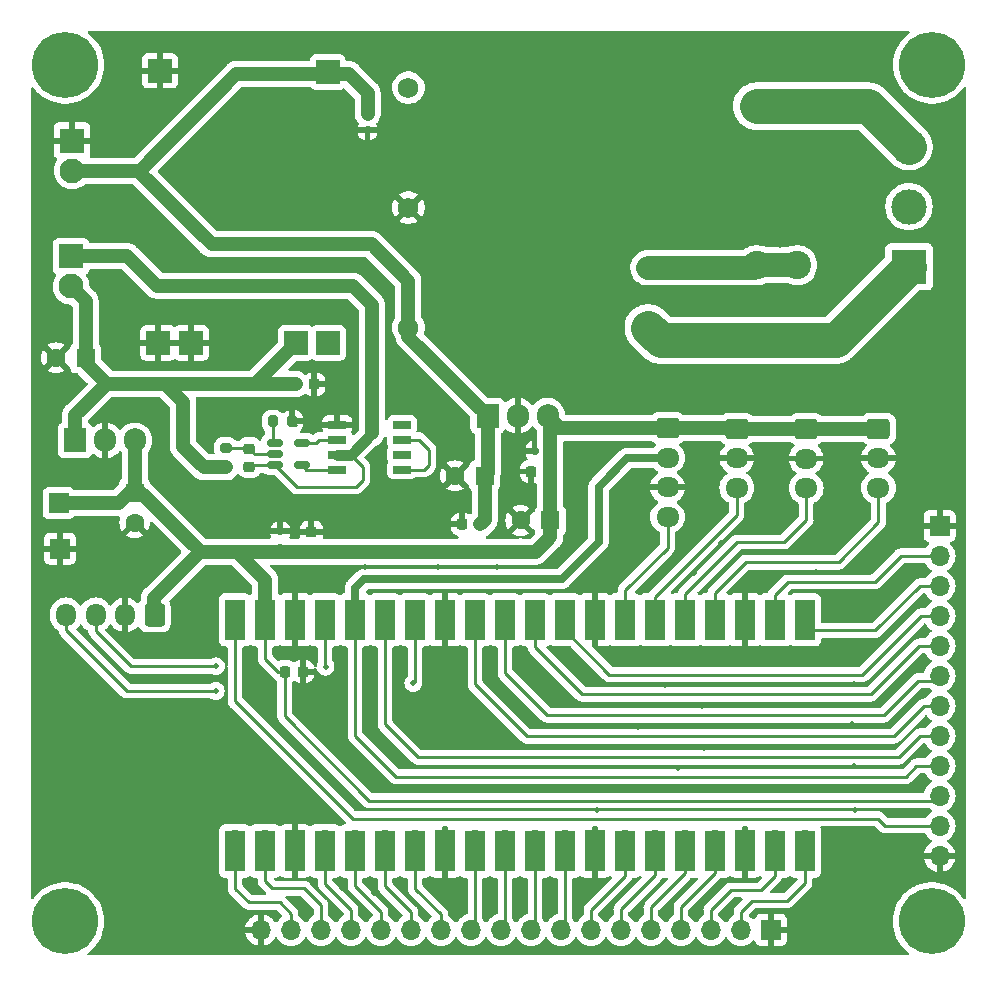
<source format=gbr>
%TF.GenerationSoftware,KiCad,Pcbnew,(7.0.0)*%
%TF.CreationDate,2023-12-21T13:58:15+01:00*%
%TF.ProjectId,PCB-light-challenge,5043422d-6c69-4676-9874-2d6368616c6c,rev?*%
%TF.SameCoordinates,Original*%
%TF.FileFunction,Copper,L1,Top*%
%TF.FilePolarity,Positive*%
%FSLAX46Y46*%
G04 Gerber Fmt 4.6, Leading zero omitted, Abs format (unit mm)*
G04 Created by KiCad (PCBNEW (7.0.0)) date 2023-12-21 13:58:15*
%MOMM*%
%LPD*%
G01*
G04 APERTURE LIST*
G04 Aperture macros list*
%AMRoundRect*
0 Rectangle with rounded corners*
0 $1 Rounding radius*
0 $2 $3 $4 $5 $6 $7 $8 $9 X,Y pos of 4 corners*
0 Add a 4 corners polygon primitive as box body*
4,1,4,$2,$3,$4,$5,$6,$7,$8,$9,$2,$3,0*
0 Add four circle primitives for the rounded corners*
1,1,$1+$1,$2,$3*
1,1,$1+$1,$4,$5*
1,1,$1+$1,$6,$7*
1,1,$1+$1,$8,$9*
0 Add four rect primitives between the rounded corners*
20,1,$1+$1,$2,$3,$4,$5,0*
20,1,$1+$1,$4,$5,$6,$7,0*
20,1,$1+$1,$6,$7,$8,$9,0*
20,1,$1+$1,$8,$9,$2,$3,0*%
G04 Aperture macros list end*
%TA.AperFunction,ComponentPad*%
%ADD10C,5.600000*%
%TD*%
%TA.AperFunction,ComponentPad*%
%ADD11RoundRect,0.250000X0.600000X0.725000X-0.600000X0.725000X-0.600000X-0.725000X0.600000X-0.725000X0*%
%TD*%
%TA.AperFunction,ComponentPad*%
%ADD12O,1.700000X1.950000*%
%TD*%
%TA.AperFunction,SMDPad,CuDef*%
%ADD13RoundRect,0.150000X-0.512500X-0.150000X0.512500X-0.150000X0.512500X0.150000X-0.512500X0.150000X0*%
%TD*%
%TA.AperFunction,ComponentPad*%
%ADD14R,1.600000X1.600000*%
%TD*%
%TA.AperFunction,ComponentPad*%
%ADD15C,1.600000*%
%TD*%
%TA.AperFunction,SMDPad,CuDef*%
%ADD16RoundRect,0.225000X0.225000X0.250000X-0.225000X0.250000X-0.225000X-0.250000X0.225000X-0.250000X0*%
%TD*%
%TA.AperFunction,ComponentPad*%
%ADD17C,2.400000*%
%TD*%
%TA.AperFunction,SMDPad,CuDef*%
%ADD18RoundRect,0.225000X-0.250000X0.225000X-0.250000X-0.225000X0.250000X-0.225000X0.250000X0.225000X0*%
%TD*%
%TA.AperFunction,SMDPad,CuDef*%
%ADD19RoundRect,0.150000X0.150000X0.200000X-0.150000X0.200000X-0.150000X-0.200000X0.150000X-0.200000X0*%
%TD*%
%TA.AperFunction,ComponentPad*%
%ADD20R,1.700000X1.700000*%
%TD*%
%TA.AperFunction,ComponentPad*%
%ADD21R,1.905000X2.000000*%
%TD*%
%TA.AperFunction,ComponentPad*%
%ADD22O,1.905000X2.000000*%
%TD*%
%TA.AperFunction,SMDPad,CuDef*%
%ADD23RoundRect,0.225000X0.250000X-0.225000X0.250000X0.225000X-0.250000X0.225000X-0.250000X-0.225000X0*%
%TD*%
%TA.AperFunction,ComponentPad*%
%ADD24C,1.750000*%
%TD*%
%TA.AperFunction,ComponentPad*%
%ADD25R,2.100000X2.100000*%
%TD*%
%TA.AperFunction,ComponentPad*%
%ADD26C,2.100000*%
%TD*%
%TA.AperFunction,SMDPad,CuDef*%
%ADD27RoundRect,0.225000X-0.225000X-0.250000X0.225000X-0.250000X0.225000X0.250000X-0.225000X0.250000X0*%
%TD*%
%TA.AperFunction,ComponentPad*%
%ADD28O,1.700000X1.700000*%
%TD*%
%TA.AperFunction,ComponentPad*%
%ADD29RoundRect,0.250000X-0.725000X0.600000X-0.725000X-0.600000X0.725000X-0.600000X0.725000X0.600000X0*%
%TD*%
%TA.AperFunction,ComponentPad*%
%ADD30O,1.950000X1.700000*%
%TD*%
%TA.AperFunction,ComponentPad*%
%ADD31R,3.000000X3.000000*%
%TD*%
%TA.AperFunction,ComponentPad*%
%ADD32C,3.000000*%
%TD*%
%TA.AperFunction,ComponentPad*%
%ADD33R,2.000000X2.000000*%
%TD*%
%TA.AperFunction,SMDPad,CuDef*%
%ADD34R,1.700000X3.500000*%
%TD*%
%TA.AperFunction,SMDPad,CuDef*%
%ADD35RoundRect,0.150000X-0.200000X0.150000X-0.200000X-0.150000X0.200000X-0.150000X0.200000X0.150000X0*%
%TD*%
%TA.AperFunction,SMDPad,CuDef*%
%ADD36RoundRect,0.200000X0.275000X-0.200000X0.275000X0.200000X-0.275000X0.200000X-0.275000X-0.200000X0*%
%TD*%
%TA.AperFunction,SMDPad,CuDef*%
%ADD37RoundRect,0.150000X0.200000X-0.150000X0.200000X0.150000X-0.200000X0.150000X-0.200000X-0.150000X0*%
%TD*%
%TA.AperFunction,SMDPad,CuDef*%
%ADD38RoundRect,0.200000X0.200000X0.275000X-0.200000X0.275000X-0.200000X-0.275000X0.200000X-0.275000X0*%
%TD*%
%TA.AperFunction,SMDPad,CuDef*%
%ADD39RoundRect,0.023600X-0.741400X-0.271400X0.741400X-0.271400X0.741400X0.271400X-0.741400X0.271400X0*%
%TD*%
%TA.AperFunction,SMDPad,CuDef*%
%ADD40RoundRect,0.023600X0.741400X0.271400X-0.741400X0.271400X-0.741400X-0.271400X0.741400X-0.271400X0*%
%TD*%
%TA.AperFunction,ViaPad*%
%ADD41C,0.500000*%
%TD*%
%TA.AperFunction,ViaPad*%
%ADD42C,0.800000*%
%TD*%
%TA.AperFunction,ViaPad*%
%ADD43C,1.100000*%
%TD*%
%TA.AperFunction,ViaPad*%
%ADD44C,1.200000*%
%TD*%
%TA.AperFunction,Conductor*%
%ADD45C,1.200000*%
%TD*%
%TA.AperFunction,Conductor*%
%ADD46C,0.250000*%
%TD*%
%TA.AperFunction,Conductor*%
%ADD47C,0.700000*%
%TD*%
%TA.AperFunction,Conductor*%
%ADD48C,3.000000*%
%TD*%
%TA.AperFunction,Conductor*%
%ADD49C,2.000000*%
%TD*%
%TA.AperFunction,Conductor*%
%ADD50C,0.900000*%
%TD*%
G04 APERTURE END LIST*
D10*
%TO.P,H1,1*%
%TO.N,N/C*%
X175691800Y-148894800D03*
%TD*%
D11*
%TO.P,LDR1,1,Pin_1*%
%TO.N,3V3*%
X183271800Y-122961400D03*
D12*
%TO.P,LDR1,2,Pin_2*%
%TO.N,P-*%
X180771799Y-122961399D03*
%TO.P,LDR1,3,Pin_3*%
%TO.N,3V3 EN*%
X178271799Y-122961399D03*
%TO.P,LDR1,4,Pin_4*%
%TO.N,GP28*%
X175771799Y-122961399D03*
%TD*%
D13*
%TO.P,U2,1,VM*%
%TO.N,Net-(U2-VM)*%
X193470000Y-108385000D03*
%TO.P,U2,2,VDD*%
%TO.N,Net-(U2-VDD)*%
X193470000Y-109335000D03*
%TO.P,U2,3,VSS*%
%TO.N,Batterij-*%
X193470000Y-110285000D03*
%TO.P,U2,4,DO*%
%TO.N,Net-(U2-DO)*%
X195745000Y-110285000D03*
%TO.P,U2,5,CO*%
%TO.N,Net-(U2-CO)*%
X195745000Y-108385000D03*
%TD*%
D14*
%TO.P,C10,1*%
%TO.N,+5V*%
X211203568Y-111175799D03*
D15*
%TO.P,C10,2*%
%TO.N,P-*%
X208703569Y-111175800D03*
%TD*%
D16*
%TO.P,C9,1*%
%TO.N,+5V*%
X210845400Y-115290600D03*
%TO.P,C9,2*%
%TO.N,P-*%
X209295400Y-115290600D03*
%TD*%
D17*
%TO.P,F1,1_1*%
%TO.N,/Battery_charger/Fuse*%
X234266000Y-93349000D03*
%TO.P,F1,1_2*%
X237666000Y-93349000D03*
%TO.P,F1,2_1*%
%TO.N,/Battery_charger/Fuse_in*%
X234266000Y-79879000D03*
%TO.P,F1,2_2*%
X237666000Y-79879000D03*
%TD*%
D16*
%TO.P,C3,1*%
%TO.N,3V3*%
X216713400Y-110820200D03*
%TO.P,C3,2*%
%TO.N,P-*%
X215163400Y-110820200D03*
%TD*%
D18*
%TO.P,C1,1*%
%TO.N,Net-(U2-VDD)*%
X191300000Y-108875000D03*
%TO.P,C1,2*%
%TO.N,Batterij-*%
X191300000Y-110425000D03*
%TD*%
D19*
%TO.P,D3,1,A1*%
%TO.N,P-*%
X215493600Y-109067600D03*
%TO.P,D3,2,A2*%
%TO.N,3V3*%
X216893600Y-109067600D03*
%TD*%
D20*
%TO.P,3V3,1,Pin_1*%
%TO.N,3V3*%
X175149999Y-113479999D03*
%TD*%
D21*
%TO.P,U5,1,IN*%
%TO.N,+5V*%
X211459999Y-106089999D03*
D22*
%TO.P,U5,2,GND*%
%TO.N,P-*%
X213999999Y-106089999D03*
%TO.P,U5,3,OUT*%
%TO.N,3V3*%
X216539999Y-106089999D03*
%TD*%
D23*
%TO.P,C5,1*%
%TO.N,3V3*%
X196545200Y-117462600D03*
%TO.P,C5,2*%
%TO.N,P-*%
X196545200Y-115912600D03*
%TD*%
D21*
%TO.P,U4,1,IN*%
%TO.N,Batterij+*%
X176529999Y-108179999D03*
D22*
%TO.P,U4,2,GND*%
%TO.N,P-*%
X179069999Y-108179999D03*
%TO.P,U4,3,OUT*%
%TO.N,3V3*%
X181609999Y-108179999D03*
%TD*%
D24*
%TO.P,PS1,1,AC(N)*%
%TO.N,/Battery_charger/GNDAC*%
X225060000Y-98640000D03*
%TO.P,PS1,2,AC(L)*%
%TO.N,/Battery_charger/Fuse*%
X225060000Y-93560000D03*
%TO.P,PS1,3,NC*%
%TO.N,unconnected-(PS1-NC-Pad3)*%
X204760000Y-78320000D03*
%TO.P,PS1,4,-VOUT*%
%TO.N,P-*%
X204760000Y-88480000D03*
%TO.P,PS1,5,+VOUT*%
%TO.N,+5V*%
X204760000Y-98640000D03*
%TD*%
D25*
%TO.P,Batterij1,1,Pin_1*%
%TO.N,Batterij-*%
X176199999Y-92589999D03*
D26*
%TO.P,Batterij1,2,Pin_2*%
%TO.N,Batterij+*%
X176200000Y-95130000D03*
%TD*%
D27*
%TO.P,C2,1*%
%TO.N,3V3*%
X194284000Y-127762000D03*
%TO.P,C2,2*%
%TO.N,P-*%
X195834000Y-127762000D03*
%TD*%
D20*
%TO.P,J4,1,Pin_1*%
%TO.N,P-*%
X249729999Y-115419999D03*
D28*
%TO.P,J4,2,Pin_2*%
%TO.N,GP17*%
X249729999Y-117959999D03*
%TO.P,J4,3,Pin_3*%
%TO.N,GP16*%
X249729999Y-120499999D03*
%TO.P,J4,4,Pin_4*%
%TO.N,GP22*%
X249729999Y-123039999D03*
%TO.P,J4,5,Pin_5*%
%TO.N,RUN*%
X249729999Y-125579999D03*
%TO.P,J4,6,Pin_6*%
%TO.N,GP26*%
X249729999Y-128119999D03*
%TO.P,J4,7,Pin_7*%
%TO.N,GP27*%
X249729999Y-130659999D03*
%TO.P,J4,8,Pin_8*%
%TO.N,ADC VREF*%
X249729999Y-133199999D03*
%TO.P,J4,9,Pin_9*%
%TO.N,3V3 OUT*%
X249729999Y-135739999D03*
%TO.P,J4,10,Pin_10*%
%TO.N,3V3*%
X249729999Y-138279999D03*
%TO.P,J4,11,Pin_11*%
%TO.N,VBUS*%
X249729999Y-140819999D03*
%TO.P,J4,12,Pin_12*%
%TO.N,P-*%
X249729999Y-143359999D03*
%TD*%
D29*
%TO.P,PIR1,1,VCC*%
%TO.N,3V3*%
X238429800Y-107217200D03*
D30*
%TO.P,PIR1,2,GND*%
%TO.N,P-*%
X238429799Y-109717199D03*
%TO.P,PIR1,3,OUT_data*%
%TO.N,GP19*%
X238429799Y-112217199D03*
%TD*%
D10*
%TO.P,H3,1*%
%TO.N,N/C*%
X249097800Y-76377800D03*
%TD*%
D31*
%TO.P,J1,1,Pin_1*%
%TO.N,/Battery_charger/GNDAC*%
X247141999Y-93471999D03*
D32*
%TO.P,J1,2,Pin_2*%
%TO.N,unconnected-(J1-Pin_2-Pad2)*%
X247142000Y-88392000D03*
%TO.P,J1,3,Pin_3*%
%TO.N,/Battery_charger/Fuse_in*%
X247142000Y-83312000D03*
%TD*%
D27*
%TO.P,C7,1*%
%TO.N,Batterij+*%
X195236800Y-103428800D03*
%TO.P,C7,2*%
%TO.N,P-*%
X196786800Y-103428800D03*
%TD*%
D33*
%TO.P,U1,1,OUT-*%
%TO.N,P-*%
X183567599Y-99923599D03*
%TO.P,U1,2,OUT+*%
%TO.N,OUT+*%
X197967599Y-99923599D03*
%TO.P,U1,3,BAT-*%
%TO.N,P-*%
X186367599Y-99923599D03*
%TO.P,U1,4,BAT+*%
%TO.N,Batterij+*%
X195217599Y-99923599D03*
%TO.P,U1,5,IN-*%
%TO.N,P-*%
X183717599Y-76873599D03*
%TO.P,U1,6,IN+*%
%TO.N,+5V*%
X197917599Y-76998599D03*
%TD*%
D20*
%TO.P,J3,1,Pin_1*%
%TO.N,P-*%
X235449999Y-149619999D03*
D28*
%TO.P,J3,2,Pin_2*%
%TO.N,GP15*%
X232909999Y-149619999D03*
%TO.P,J3,3,Pin_3*%
%TO.N,GP14*%
X230369999Y-149619999D03*
%TO.P,J3,4,Pin_4*%
%TO.N,GP13*%
X227829999Y-149619999D03*
%TO.P,J3,5,Pin_5*%
%TO.N,GP12*%
X225289999Y-149619999D03*
%TO.P,J3,6,Pin_6*%
%TO.N,GP11*%
X222749999Y-149619999D03*
%TO.P,J3,7,Pin_7*%
%TO.N,GP10*%
X220209999Y-149619999D03*
%TO.P,J3,8,Pin_8*%
%TO.N,GP9*%
X217669999Y-149619999D03*
%TO.P,J3,9,Pin_9*%
%TO.N,GP8*%
X215129999Y-149619999D03*
%TO.P,J3,10,Pin_10*%
%TO.N,GP7*%
X212589999Y-149619999D03*
%TO.P,J3,11,Pin_11*%
%TO.N,GP6*%
X210049999Y-149619999D03*
%TO.P,J3,12,Pin_12*%
%TO.N,GP5*%
X207509999Y-149619999D03*
%TO.P,J3,13,Pin_13*%
%TO.N,GP4*%
X204969999Y-149619999D03*
%TO.P,J3,14,Pin_14*%
%TO.N,GP3*%
X202429999Y-149619999D03*
%TO.P,J3,15,Pin_15*%
%TO.N,GP2*%
X199889999Y-149619999D03*
%TO.P,J3,16,Pin_16*%
%TO.N,GP1*%
X197349999Y-149619999D03*
%TO.P,J3,17,Pin_17*%
%TO.N,GP0*%
X194809999Y-149619999D03*
%TO.P,J3,18,Pin_18*%
%TO.N,P-*%
X192269999Y-149619999D03*
%TD*%
D14*
%TO.P,C4,1*%
%TO.N,3V3*%
X216766168Y-114960399D03*
D15*
%TO.P,C4,2*%
%TO.N,P-*%
X214266169Y-114960400D03*
%TD*%
D14*
%TO.P,C8,1*%
%TO.N,Batterij+*%
X177421568Y-101193599D03*
D15*
%TO.P,C8,2*%
%TO.N,P-*%
X174921569Y-101193600D03*
%TD*%
D28*
%TO.P,U-PICO1,1,GP0*%
%TO.N,GP0*%
X190079999Y-142049999D03*
D34*
X190079999Y-142949999D03*
D28*
%TO.P,U-PICO1,2,GP1*%
%TO.N,GP1*%
X192619999Y-142049999D03*
D34*
X192619999Y-142949999D03*
D20*
%TO.P,U-PICO1,3,GND*%
%TO.N,P-*%
X195159999Y-142049999D03*
D34*
X195159999Y-142949999D03*
D28*
%TO.P,U-PICO1,4,GP2*%
%TO.N,GP2*%
X197699999Y-142049999D03*
D34*
X197699999Y-142949999D03*
D28*
%TO.P,U-PICO1,5,GP3*%
%TO.N,GP3*%
X200239999Y-142049999D03*
D34*
X200239999Y-142949999D03*
D28*
%TO.P,U-PICO1,6,GP4*%
%TO.N,GP4*%
X202779999Y-142049999D03*
D34*
X202779999Y-142949999D03*
D28*
%TO.P,U-PICO1,7,GP5*%
%TO.N,GP5*%
X205319999Y-142049999D03*
D34*
X205319999Y-142949999D03*
D20*
%TO.P,U-PICO1,8,GND*%
%TO.N,P-*%
X207859999Y-142049999D03*
D34*
X207859999Y-142949999D03*
D28*
%TO.P,U-PICO1,9,GP6*%
%TO.N,GP6*%
X210399999Y-142049999D03*
D34*
X210399999Y-142949999D03*
D28*
%TO.P,U-PICO1,10,GP7*%
%TO.N,GP7*%
X212939999Y-142049999D03*
D34*
X212939999Y-142949999D03*
D28*
%TO.P,U-PICO1,11,GP8*%
%TO.N,GP8*%
X215479999Y-142049999D03*
D34*
X215479999Y-142949999D03*
D28*
%TO.P,U-PICO1,12,GP9*%
%TO.N,GP9*%
X218019999Y-142049999D03*
D34*
X218019999Y-142949999D03*
D20*
%TO.P,U-PICO1,13,GND*%
%TO.N,P-*%
X220559999Y-142049999D03*
D34*
X220559999Y-142949999D03*
D28*
%TO.P,U-PICO1,14,GP10*%
%TO.N,GP10*%
X223099999Y-142049999D03*
D34*
X223099999Y-142949999D03*
D28*
%TO.P,U-PICO1,15,GP11*%
%TO.N,GP11*%
X225639999Y-142049999D03*
D34*
X225639999Y-142949999D03*
D28*
%TO.P,U-PICO1,16,GP12*%
%TO.N,GP12*%
X228179999Y-142049999D03*
D34*
X228179999Y-142949999D03*
D28*
%TO.P,U-PICO1,17,GP13*%
%TO.N,GP13*%
X230719999Y-142049999D03*
D34*
X230719999Y-142949999D03*
D20*
%TO.P,U-PICO1,18,GND*%
%TO.N,P-*%
X233259999Y-142049999D03*
D34*
X233259999Y-142949999D03*
D28*
%TO.P,U-PICO1,19,GP14*%
%TO.N,GP14*%
X235799999Y-142049999D03*
D34*
X235799999Y-142949999D03*
D28*
%TO.P,U-PICO1,20,GP15*%
%TO.N,GP15*%
X238339999Y-142049999D03*
D34*
X238339999Y-142949999D03*
D28*
%TO.P,U-PICO1,21,GP16*%
%TO.N,GP16*%
X238339999Y-124269999D03*
D34*
X238339999Y-123369999D03*
D28*
%TO.P,U-PICO1,22,GP17*%
%TO.N,GP17*%
X235799999Y-124269999D03*
D34*
X235799999Y-123369999D03*
D20*
%TO.P,U-PICO1,23,GND*%
%TO.N,P-*%
X233259999Y-124269999D03*
D34*
X233259999Y-123369999D03*
D28*
%TO.P,U-PICO1,24,GP18*%
%TO.N,GP18*%
X230719999Y-124269999D03*
D34*
X230719999Y-123369999D03*
D28*
%TO.P,U-PICO1,25,GP19*%
%TO.N,GP19*%
X228179999Y-124269999D03*
D34*
X228179999Y-123369999D03*
D28*
%TO.P,U-PICO1,26,GP20*%
%TO.N,GP20*%
X225639999Y-124269999D03*
D34*
X225639999Y-123369999D03*
D28*
%TO.P,U-PICO1,27,GP21*%
%TO.N,GP21*%
X223099999Y-124269999D03*
D34*
X223099999Y-123369999D03*
D20*
%TO.P,U-PICO1,28,GND*%
%TO.N,P-*%
X220559999Y-124269999D03*
D34*
X220559999Y-123369999D03*
D28*
%TO.P,U-PICO1,29,GP22*%
%TO.N,GP22*%
X218019999Y-124269999D03*
D34*
X218019999Y-123369999D03*
D28*
%TO.P,U-PICO1,30,RUN*%
%TO.N,RUN*%
X215479999Y-124269999D03*
D34*
X215479999Y-123369999D03*
D28*
%TO.P,U-PICO1,31,GP26-ADC0*%
%TO.N,GP26*%
X212939999Y-124269999D03*
D34*
X212939999Y-123369999D03*
D28*
%TO.P,U-PICO1,32,GP27-ADC1*%
%TO.N,GP27*%
X210399999Y-124269999D03*
D34*
X210399999Y-123369999D03*
D20*
%TO.P,U-PICO1,33,GND-AGND*%
%TO.N,P-*%
X207859999Y-124269999D03*
D34*
X207859999Y-123369999D03*
D28*
%TO.P,U-PICO1,34,GP28-ADC2*%
%TO.N,GP28*%
X205319999Y-124269999D03*
D34*
X205319999Y-123369999D03*
D28*
%TO.P,U-PICO1,35,ADC_VREF*%
%TO.N,ADC VREF*%
X202779999Y-124269999D03*
D34*
X202779999Y-123369999D03*
D28*
%TO.P,U-PICO1,36,3V3(OUT)*%
%TO.N,3V3 OUT*%
X200239999Y-124269999D03*
D34*
X200239999Y-123369999D03*
D28*
%TO.P,U-PICO1,37,3V3_EN*%
%TO.N,3V3 EN*%
X197699999Y-124269999D03*
D34*
X197699999Y-123369999D03*
D20*
%TO.P,U-PICO1,38,GND*%
%TO.N,P-*%
X195159999Y-124269999D03*
D34*
X195159999Y-123369999D03*
D28*
%TO.P,U-PICO1,39,VSYS*%
%TO.N,3V3*%
X192619999Y-124269999D03*
D34*
X192619999Y-123369999D03*
D28*
%TO.P,U-PICO1,40,VBUS*%
%TO.N,VBUS*%
X190079999Y-124269999D03*
D34*
X190079999Y-123369999D03*
%TD*%
D25*
%TO.P,5V1,1,Pin_1*%
%TO.N,P-*%
X176275999Y-82803999D03*
D26*
%TO.P,5V1,2,Pin_2*%
%TO.N,+5V*%
X176276000Y-85344000D03*
%TD*%
D29*
%TO.P,RGB1,1,Pin_1*%
%TO.N,3V3*%
X226695000Y-107155600D03*
D30*
%TO.P,RGB1,2,Pin_2*%
%TO.N,3V3 OUT*%
X226694999Y-109655599D03*
%TO.P,RGB1,3,Pin_3*%
%TO.N,P-*%
X226694999Y-112155599D03*
%TO.P,RGB1,4,Pin_4*%
%TO.N,GP21*%
X226694999Y-114655599D03*
%TD*%
D35*
%TO.P,D1,1,A1*%
%TO.N,P-*%
X201295000Y-81915000D03*
%TO.P,D1,2,A2*%
%TO.N,+5V*%
X201295000Y-80515000D03*
%TD*%
D10*
%TO.P,H2,1*%
%TO.N,N/C*%
X175691800Y-76377800D03*
%TD*%
D29*
%TO.P,Shock1,1,VCC*%
%TO.N,3V3*%
X244551200Y-107191800D03*
D30*
%TO.P,Shock1,2,GND*%
%TO.N,P-*%
X244551199Y-109691799D03*
%TO.P,Shock1,3,Digital_Out*%
%TO.N,GP18*%
X244551199Y-112191799D03*
%TD*%
D10*
%TO.P,H4,1*%
%TO.N,N/C*%
X249072400Y-148894800D03*
%TD*%
D29*
%TO.P,PIR2,1,VCC*%
%TO.N,3V3*%
X232562400Y-107191800D03*
D30*
%TO.P,PIR2,2,GND*%
%TO.N,P-*%
X232562399Y-109691799D03*
%TO.P,PIR2,3,OUT_data*%
%TO.N,GP20*%
X232562399Y-112191799D03*
%TD*%
D36*
%TO.P,R1,1*%
%TO.N,Batterij+*%
X189290000Y-110475000D03*
%TO.P,R1,2*%
%TO.N,Net-(U2-VDD)*%
X189290000Y-108825000D03*
%TD*%
D20*
%TO.P,P-1,1,Pin_1*%
%TO.N,P-*%
X175259999Y-117347999D03*
%TD*%
D14*
%TO.P,C6,1*%
%TO.N,3V3*%
X181584599Y-112638199D03*
D15*
%TO.P,C6,2*%
%TO.N,P-*%
X181584600Y-115138200D03*
%TD*%
D37*
%TO.P,D2,1,A1*%
%TO.N,P-*%
X193900000Y-115886000D03*
%TO.P,D2,2,A2*%
%TO.N,3V3*%
X193900000Y-117286000D03*
%TD*%
D38*
%TO.P,R2,1*%
%TO.N,P-*%
X194930000Y-106575000D03*
%TO.P,R2,2*%
%TO.N,Net-(U2-VM)*%
X193280000Y-106575000D03*
%TD*%
D39*
%TO.P,U3,1*%
%TO.N,P-*%
X198740000Y-106850000D03*
%TO.P,U3,2*%
%TO.N,Net-(U2-CO)*%
X198740000Y-108120000D03*
%TO.P,U3,3*%
%TO.N,Batterij-*%
X198740000Y-109390000D03*
%TO.P,U3,4*%
%TO.N,Net-(U2-DO)*%
X198740000Y-110660000D03*
D40*
%TO.P,U3,5*%
%TO.N,Net-(U3-Pad5)*%
X204220000Y-110660000D03*
%TO.P,U3,6*%
%TO.N,N/C*%
X204220000Y-109390000D03*
%TO.P,U3,7*%
%TO.N,Net-(U3-Pad5)*%
X204220000Y-108120000D03*
%TO.P,U3,8*%
%TO.N,N/C*%
X204220000Y-106850000D03*
%TD*%
D41*
%TO.N,3V3 EN*%
X197740000Y-127350000D03*
X188460000Y-127310000D03*
%TO.N,GP28*%
X188450000Y-129400000D03*
X205180000Y-128740000D03*
%TO.N,P-*%
X211530000Y-146080000D03*
D42*
X230140000Y-74600000D03*
D41*
X182140000Y-148860000D03*
D42*
X241600000Y-84280000D03*
X225810000Y-74550000D03*
X190754000Y-74549000D03*
X195199000Y-74422000D03*
D41*
X242570000Y-139446000D03*
X229616000Y-130683000D03*
D42*
X202946000Y-74676000D03*
D41*
X185826400Y-111963200D03*
X242443000Y-130556000D03*
X224536000Y-147447000D03*
X180924200Y-130479800D03*
D42*
X181356000Y-74549000D03*
D43*
X230403400Y-96342200D03*
D41*
X242443000Y-135763000D03*
X188595000Y-146558000D03*
D42*
X199009000Y-74422000D03*
D41*
X182041800Y-126085600D03*
X242316000Y-132207000D03*
X229743000Y-134239000D03*
X226441000Y-128905000D03*
X224028000Y-137795000D03*
D44*
X184080000Y-97020000D03*
D41*
X242443000Y-126873000D03*
D42*
X222427800Y-83388200D03*
D44*
X196480000Y-93360000D03*
D41*
X224155000Y-132461000D03*
X242443000Y-134112000D03*
D42*
X247910000Y-98000000D03*
D41*
X212242400Y-118872000D03*
D42*
X236220000Y-91440000D03*
X193040000Y-137795000D03*
D43*
X220395800Y-95681800D03*
D41*
X226085400Y-119430800D03*
X242443000Y-137795000D03*
X242570000Y-141097000D03*
X220726000Y-139446000D03*
D44*
X195980000Y-119590000D03*
D41*
X239242600Y-119329200D03*
D42*
X174371000Y-88773000D03*
D44*
X212890000Y-83500000D03*
D41*
X173761400Y-141808200D03*
D42*
X230860000Y-83700000D03*
D41*
X192938400Y-112166400D03*
D44*
X184450000Y-91510000D03*
D41*
X181610000Y-128320800D03*
X190271400Y-112369600D03*
X235356400Y-117652800D03*
X229616000Y-147320000D03*
X217017600Y-118668800D03*
X201879200Y-146507200D03*
X198653400Y-104597200D03*
D44*
X196180000Y-89770000D03*
D42*
X247570000Y-100410000D03*
X182090000Y-137070000D03*
D41*
X208915000Y-146050000D03*
X201066400Y-118897400D03*
X250113800Y-109524800D03*
X227584000Y-135890000D03*
X231216200Y-116890800D03*
D42*
X216800000Y-74550000D03*
X221330000Y-74550000D03*
D41*
X204292200Y-146253200D03*
X198374000Y-147574000D03*
D42*
X236450000Y-74410000D03*
D44*
X187220000Y-120840000D03*
D41*
X190322200Y-105740200D03*
X197993000Y-113157000D03*
X188315600Y-106451400D03*
X219150000Y-145960000D03*
X242417600Y-146177000D03*
X250139200Y-106883200D03*
X202082400Y-109778800D03*
X191390000Y-145810000D03*
D42*
X236010000Y-84455000D03*
D41*
X242697000Y-122809000D03*
X207264000Y-118897400D03*
X231317800Y-119354600D03*
X236850000Y-145820000D03*
D42*
X207899000Y-74676000D03*
D44*
X208360000Y-93540000D03*
D41*
X221996000Y-147320000D03*
X216760000Y-145910000D03*
X214110000Y-145920000D03*
X242443000Y-128778000D03*
D44*
X205420000Y-104010000D03*
D41*
X199136000Y-146050000D03*
D43*
X220091000Y-109575600D03*
D42*
X179171600Y-79019400D03*
D41*
X228904800Y-119405400D03*
X187960000Y-148720000D03*
X231930000Y-147860000D03*
X226949000Y-147320000D03*
D42*
X185928000Y-74295000D03*
D41*
X195707000Y-147320000D03*
D42*
X229420000Y-91550000D03*
X230570000Y-77780000D03*
D41*
X233426000Y-126873000D03*
D42*
X212180000Y-74550000D03*
D44*
X187160000Y-97000000D03*
D41*
X237950000Y-147930000D03*
X250266200Y-111912400D03*
%TD*%
D45*
%TO.N,3V3*%
X181635200Y-112090000D02*
X187120000Y-117574800D01*
X226695000Y-107155600D02*
X217605600Y-107155600D01*
X192620000Y-120000000D02*
X192620000Y-124270000D01*
D46*
X194284000Y-127762000D02*
X193724000Y-127762000D01*
D45*
X180220000Y-113480000D02*
X181610000Y-112090000D01*
X183210000Y-122899600D02*
X183271800Y-122961400D01*
D46*
X201422000Y-138684000D02*
X194284000Y-131546000D01*
D45*
X216766169Y-114960400D02*
X216766169Y-106316169D01*
X175150000Y-113480000D02*
X180220000Y-113480000D01*
D46*
X194284000Y-131546000D02*
X194284000Y-127762000D01*
D45*
X217605600Y-107155600D02*
X216540000Y-106090000D01*
D46*
X192620000Y-126658000D02*
X192620000Y-124270000D01*
D45*
X216540000Y-106090000D02*
X216540000Y-105989200D01*
X215546400Y-117600000D02*
X216766169Y-116380231D01*
X190220000Y-117600000D02*
X192600000Y-117600000D01*
X190220000Y-117600000D02*
X192620000Y-120000000D01*
X216540000Y-106558000D02*
X217170000Y-107188000D01*
X216766169Y-106316169D02*
X216540000Y-106090000D01*
X216540000Y-106090000D02*
X217373200Y-106923200D01*
X232526200Y-107155600D02*
X232562400Y-107191800D01*
X187120000Y-117600000D02*
X188500000Y-117600000D01*
X181610000Y-112090000D02*
X181635200Y-112090000D01*
X226695000Y-107155600D02*
X232526200Y-107155600D01*
X181610000Y-108180000D02*
X181610000Y-112090000D01*
X183210000Y-121510000D02*
X183210000Y-122899600D01*
X216540000Y-106090000D02*
X216540000Y-106558000D01*
X232562400Y-107191800D02*
X244551200Y-107191800D01*
X192600000Y-117600000D02*
X215546400Y-117600000D01*
X216766169Y-116380231D02*
X216766169Y-114960400D01*
X192600000Y-117600000D02*
X192620000Y-117620000D01*
D46*
X249326000Y-138684000D02*
X201422000Y-138684000D01*
X249730000Y-138280000D02*
X249326000Y-138684000D01*
D45*
X187120000Y-117574800D02*
X187120000Y-117600000D01*
X183210000Y-121510000D02*
X187120000Y-117600000D01*
D46*
X193724000Y-127762000D02*
X192620000Y-126658000D01*
D45*
X188500000Y-117600000D02*
X190220000Y-117600000D01*
%TO.N,+5V*%
X204760000Y-99390000D02*
X211460000Y-106090000D01*
X204760000Y-94670000D02*
X201660000Y-91570000D01*
X211203569Y-111175800D02*
X211203569Y-114932431D01*
X211460000Y-110919369D02*
X211203569Y-111175800D01*
X176332000Y-85400000D02*
X176276000Y-85344000D01*
X188090000Y-91570000D02*
X181864000Y-85344000D01*
X211203569Y-114932431D02*
X210845400Y-115290600D01*
X181991000Y-85344000D02*
X181864000Y-85344000D01*
X181864000Y-85344000D02*
X176276000Y-85344000D01*
X198070000Y-77151000D02*
X199706000Y-77151000D01*
X204760000Y-98640000D02*
X204760000Y-99390000D01*
X199706000Y-77151000D02*
X201295000Y-78740000D01*
X190184000Y-77151000D02*
X181991000Y-85344000D01*
X211460000Y-106090000D02*
X211460000Y-110919369D01*
X198070000Y-77151000D02*
X190184000Y-77151000D01*
X204760000Y-98640000D02*
X204760000Y-94670000D01*
X201295000Y-78740000D02*
X201295000Y-80515000D01*
X201660000Y-91570000D02*
X188090000Y-91570000D01*
D46*
%TO.N,Net-(U2-VDD)*%
X189290000Y-108825000D02*
X191250000Y-108825000D01*
X193470000Y-109335000D02*
X191760000Y-109335000D01*
X191760000Y-109335000D02*
X191300000Y-108875000D01*
X191250000Y-108825000D02*
X191300000Y-108875000D01*
%TO.N,VBUS*%
X200038000Y-140208000D02*
X244498000Y-140208000D01*
X190080000Y-130250000D02*
X200038000Y-140208000D01*
X190080000Y-124270000D02*
X190080000Y-130250000D01*
X245110000Y-140820000D02*
X249730000Y-140820000D01*
X244498000Y-140208000D02*
X245110000Y-140820000D01*
%TO.N,RUN*%
X215480000Y-124270000D02*
X215480000Y-125680000D01*
X243916200Y-129667000D02*
X248003200Y-125580000D01*
X248003200Y-125580000D02*
X249730000Y-125580000D01*
X215480000Y-125680000D02*
X219467000Y-129667000D01*
X219467000Y-129667000D02*
X243916200Y-129667000D01*
%TO.N,ADC VREF*%
X202780000Y-124270000D02*
X202780000Y-132227000D01*
X246265500Y-135001000D02*
X248066500Y-133200000D01*
X202780000Y-132227000D02*
X205554000Y-135001000D01*
X248066500Y-133200000D02*
X249730000Y-133200000D01*
X205554000Y-135001000D02*
X246265500Y-135001000D01*
D47*
%TO.N,3V3 OUT*%
X200990200Y-119913400D02*
X217728800Y-119913400D01*
X217728800Y-119913400D02*
X220853000Y-116789200D01*
X200240000Y-124270000D02*
X200240000Y-120663600D01*
X223287600Y-109655600D02*
X226695000Y-109655600D01*
D46*
X200240000Y-133184000D02*
X203708000Y-136652000D01*
X246862600Y-136652000D02*
X247774600Y-135740000D01*
X203708000Y-136652000D02*
X246862600Y-136652000D01*
D47*
X220853000Y-116789200D02*
X220853000Y-112090200D01*
X200240000Y-120663600D02*
X200990200Y-119913400D01*
D46*
X200240000Y-124270000D02*
X200240000Y-133184000D01*
D47*
X220853000Y-112090200D02*
X223287600Y-109655600D01*
D46*
X247774600Y-135740000D02*
X249730000Y-135740000D01*
%TO.N,3V3 EN*%
X178271800Y-124322200D02*
X178271800Y-122961400D01*
X181259600Y-127310000D02*
X178271800Y-124322200D01*
X188460000Y-127310000D02*
X181259600Y-127310000D01*
X197700000Y-124270000D02*
X197770000Y-124340000D01*
X197700000Y-124270000D02*
X197700000Y-127310000D01*
X197700000Y-127310000D02*
X197740000Y-127350000D01*
%TO.N,GP28*%
X188450000Y-129400000D02*
X180936600Y-129400000D01*
X205320000Y-124270000D02*
X205320000Y-128600000D01*
X205320000Y-128600000D02*
X205180000Y-128740000D01*
X180936600Y-129400000D02*
X175771800Y-124235200D01*
X175771800Y-124235200D02*
X175771800Y-122961400D01*
%TO.N,GP27*%
X214773000Y-133223000D02*
X245872000Y-133223000D01*
X210400000Y-124270000D02*
X210400000Y-128850000D01*
X248435000Y-130660000D02*
X249730000Y-130660000D01*
X245872000Y-133223000D02*
X248435000Y-130660000D01*
X210400000Y-128850000D02*
X214773000Y-133223000D01*
%TO.N,GP26*%
X244983000Y-131445000D02*
X247904000Y-128524000D01*
X216495000Y-131445000D02*
X244983000Y-131445000D01*
X247904000Y-128524000D02*
X249326000Y-128524000D01*
X249326000Y-128524000D02*
X249730000Y-128120000D01*
X212940000Y-127890000D02*
X216495000Y-131445000D01*
X212940000Y-124270000D02*
X212940000Y-127890000D01*
%TO.N,GP22*%
X221766000Y-128016000D02*
X243179600Y-128016000D01*
X218020000Y-124270000D02*
X221766000Y-128016000D01*
X248155600Y-123040000D02*
X249730000Y-123040000D01*
X243179600Y-128016000D02*
X248155600Y-123040000D01*
%TO.N,GP21*%
X226695000Y-117271800D02*
X226695000Y-114655600D01*
X223100000Y-124270000D02*
X223100000Y-120866800D01*
X223100000Y-120866800D02*
X226695000Y-117271800D01*
%TO.N,GP20*%
X232562400Y-114503200D02*
X232562400Y-112191800D01*
X225640000Y-121425600D02*
X232562400Y-114503200D01*
X225640000Y-124270000D02*
X225640000Y-121425600D01*
%TO.N,GP19*%
X228180000Y-121197000D02*
X232587800Y-116789200D01*
X236550200Y-116789200D02*
X238429800Y-114909600D01*
X228180000Y-124270000D02*
X228180000Y-121197000D01*
X232587800Y-116789200D02*
X236550200Y-116789200D01*
X238429800Y-114909600D02*
X238429800Y-112217200D01*
%TO.N,GP18*%
X230720000Y-121070000D02*
X233299000Y-118491000D01*
X244551200Y-115112800D02*
X244551200Y-112191800D01*
X241173000Y-118491000D02*
X244551200Y-115112800D01*
X233299000Y-118491000D02*
X241173000Y-118491000D01*
X230720000Y-124270000D02*
X230720000Y-121070000D01*
%TO.N,GP17*%
X249707000Y-117983000D02*
X249730000Y-117960000D01*
X235800000Y-124270000D02*
X235800000Y-121247800D01*
X235800000Y-121247800D02*
X236880400Y-120167400D01*
X236880400Y-120167400D02*
X244221000Y-120167400D01*
X244221000Y-120167400D02*
X246428400Y-117960000D01*
X246428400Y-117960000D02*
X249730000Y-117960000D01*
%TO.N,GP16*%
X238340000Y-124270000D02*
X244284000Y-124270000D01*
X238340000Y-124270000D02*
X238510000Y-124270000D01*
X248054000Y-120500000D02*
X249730000Y-120500000D01*
X244284000Y-124270000D02*
X248054000Y-120500000D01*
%TO.N,GP15*%
X238330000Y-143970000D02*
X238330000Y-145640000D01*
X238330000Y-145640000D02*
X236810000Y-147160000D01*
X232910000Y-148090000D02*
X232910000Y-149620000D01*
X238340000Y-143960000D02*
X238330000Y-143970000D01*
X233840000Y-147160000D02*
X232910000Y-148090000D01*
X238340000Y-142050000D02*
X238340000Y-143960000D01*
X236810000Y-147160000D02*
X233840000Y-147160000D01*
%TO.N,GP14*%
X235800000Y-144060000D02*
X235750000Y-144110000D01*
X235800000Y-142050000D02*
X235800000Y-145030000D01*
X230370000Y-147910000D02*
X230370000Y-149620000D01*
X234580000Y-146250000D02*
X232030000Y-146250000D01*
X235800000Y-145030000D02*
X234580000Y-146250000D01*
X232030000Y-146250000D02*
X230370000Y-147910000D01*
%TO.N,GP13*%
X230720000Y-144810000D02*
X227830000Y-147700000D01*
X230720000Y-142050000D02*
X230720000Y-144810000D01*
X227830000Y-147700000D02*
X227830000Y-149620000D01*
%TO.N,GP12*%
X228180000Y-142050000D02*
X228180000Y-144820000D01*
X228180000Y-144820000D02*
X225290000Y-147710000D01*
X225290000Y-147710000D02*
X225290000Y-149620000D01*
%TO.N,GP11*%
X225640000Y-145000000D02*
X222750000Y-147890000D01*
X225640000Y-142050000D02*
X225640000Y-145000000D01*
X222750000Y-147890000D02*
X222750000Y-149620000D01*
%TO.N,GP10*%
X223100000Y-145050000D02*
X220210000Y-147940000D01*
X223100000Y-142050000D02*
X223100000Y-145050000D01*
X220210000Y-147940000D02*
X220210000Y-149620000D01*
%TO.N,GP9*%
X218020000Y-142050000D02*
X218040000Y-142070000D01*
X218020000Y-149270000D02*
X217670000Y-149620000D01*
X218020000Y-142050000D02*
X218020000Y-149270000D01*
%TO.N,GP8*%
X215480000Y-142050000D02*
X215480000Y-149270000D01*
X215480000Y-149270000D02*
X215130000Y-149620000D01*
%TO.N,GP7*%
X212940000Y-149270000D02*
X212590000Y-149620000D01*
X212940000Y-142050000D02*
X212940000Y-149270000D01*
%TO.N,GP6*%
X210400000Y-142050000D02*
X210400000Y-149270000D01*
X210400000Y-149270000D02*
X210050000Y-149620000D01*
%TO.N,GP5*%
X205320000Y-142050000D02*
X205320000Y-146130000D01*
X205320000Y-146130000D02*
X207510000Y-148320000D01*
X207510000Y-148320000D02*
X207510000Y-149620000D01*
%TO.N,GP4*%
X204970000Y-148130000D02*
X204970000Y-149620000D01*
X202780000Y-145940000D02*
X204970000Y-148130000D01*
X202780000Y-142050000D02*
X202780000Y-145940000D01*
%TO.N,GP3*%
X202430000Y-148100000D02*
X202430000Y-149620000D01*
X200240000Y-142050000D02*
X200240000Y-145910000D01*
X200240000Y-145910000D02*
X202430000Y-148100000D01*
%TO.N,GP2*%
X197700000Y-145720000D02*
X199890000Y-147910000D01*
X197700000Y-142050000D02*
X197700000Y-145720000D01*
X199890000Y-147910000D02*
X199890000Y-149620000D01*
%TO.N,GP1*%
X193200000Y-146090000D02*
X195910000Y-146090000D01*
X192620000Y-142050000D02*
X192620000Y-145510000D01*
X192620000Y-145510000D02*
X193200000Y-146090000D01*
X197350000Y-147530000D02*
X197350000Y-149620000D01*
X195910000Y-146090000D02*
X197350000Y-147530000D01*
%TO.N,GP0*%
X193852800Y-147294600D02*
X194810000Y-148251800D01*
X191244600Y-147294600D02*
X193852800Y-147294600D01*
X194810000Y-148251800D02*
X194810000Y-149620000D01*
X190016000Y-141986000D02*
X190080000Y-142050000D01*
X190080000Y-146130000D02*
X191244600Y-147294600D01*
X190080000Y-142050000D02*
X190080000Y-146130000D01*
%TO.N,Net-(U2-VM)*%
X193280000Y-106575000D02*
X193280000Y-108195000D01*
X193280000Y-108195000D02*
X193470000Y-108385000D01*
X193470000Y-106765000D02*
X193280000Y-106575000D01*
%TO.N,Net-(U2-DO)*%
X196120000Y-110660000D02*
X195745000Y-110285000D01*
X198740000Y-110660000D02*
X196120000Y-110660000D01*
%TO.N,Net-(U2-CO)*%
X195745000Y-108385000D02*
X196923000Y-108385000D01*
X197188000Y-108120000D02*
X198740000Y-108120000D01*
X196923000Y-108385000D02*
X197188000Y-108120000D01*
%TO.N,Net-(U3-Pad5)*%
X206502000Y-110236000D02*
X206078000Y-110660000D01*
X204220000Y-108120000D02*
X205656000Y-108120000D01*
X206078000Y-110660000D02*
X204220000Y-110660000D01*
X205656000Y-108120000D02*
X206502000Y-108966000D01*
X206502000Y-108966000D02*
X206502000Y-110236000D01*
D48*
%TO.N,/Battery_charger/Fuse_in*%
X234266000Y-79879000D02*
X237666000Y-79879000D01*
X247142000Y-83312000D02*
X243709000Y-79879000D01*
X243709000Y-79879000D02*
X237666000Y-79879000D01*
D49*
%TO.N,/Battery_charger/Fuse*%
X237666000Y-93349000D02*
X234266000Y-93349000D01*
X234055000Y-93560000D02*
X234266000Y-93349000D01*
X225060000Y-93560000D02*
X234055000Y-93560000D01*
D48*
%TO.N,/Battery_charger/GNDAC*%
X247142000Y-93472000D02*
X240919000Y-99695000D01*
X240919000Y-99695000D02*
X226115000Y-99695000D01*
X226115000Y-99695000D02*
X225060000Y-98640000D01*
D46*
%TO.N,P-*%
X194930000Y-106575000D02*
X195205000Y-106850000D01*
D50*
%TO.N,Batterij-*%
X201660000Y-107589678D02*
X199859678Y-109390000D01*
D46*
X193470000Y-110285000D02*
X191440000Y-110285000D01*
X200304400Y-112115600D02*
X195300600Y-112115600D01*
X199859678Y-109390000D02*
X200914000Y-110444322D01*
D45*
X176200000Y-92590000D02*
X176320000Y-92710000D01*
X180960000Y-92590000D02*
X183450000Y-95080000D01*
D46*
X191440000Y-110285000D02*
X191300000Y-110425000D01*
D50*
X199859678Y-109390000D02*
X198740000Y-109390000D01*
D45*
X201660000Y-96690000D02*
X201660000Y-107589678D01*
X183450000Y-95080000D02*
X200050000Y-95080000D01*
X200050000Y-95080000D02*
X201660000Y-96690000D01*
D46*
X200914000Y-111506000D02*
X200304400Y-112115600D01*
X200914000Y-110444322D02*
X200914000Y-111506000D01*
D45*
X176200000Y-92590000D02*
X180960000Y-92590000D01*
D46*
X195300600Y-112115600D02*
X193470000Y-110285000D01*
D45*
%TO.N,Batterij+*%
X191757000Y-103378000D02*
X195060000Y-100075000D01*
X184150000Y-103378000D02*
X185674000Y-104902000D01*
X176530000Y-106056000D02*
X176530000Y-108180000D01*
X177421569Y-96351569D02*
X176200000Y-95130000D01*
X195186000Y-103378000D02*
X195236800Y-103428800D01*
X191757000Y-103378000D02*
X195186000Y-103378000D01*
X184150000Y-103378000D02*
X179208000Y-103378000D01*
X187437000Y-110475000D02*
X189290000Y-110475000D01*
X184150000Y-103378000D02*
X191757000Y-103378000D01*
X185674000Y-108712000D02*
X187437000Y-110475000D01*
X185674000Y-104902000D02*
X185674000Y-108712000D01*
X177421569Y-101591569D02*
X177421569Y-96351569D01*
X179208000Y-103378000D02*
X176530000Y-106056000D01*
X179208000Y-103378000D02*
X177421569Y-101591569D01*
%TD*%
%TA.AperFunction,Conductor*%
%TO.N,P-*%
G36*
X232996842Y-146889015D02*
G01*
X233040865Y-146926615D01*
X233063020Y-146980102D01*
X233058478Y-147037818D01*
X233028228Y-147087181D01*
X232522696Y-147592711D01*
X232514511Y-147600159D01*
X232508123Y-147604214D01*
X232502788Y-147609894D01*
X232502783Y-147609899D01*
X232462096Y-147653225D01*
X232459392Y-147656016D01*
X232442628Y-147672780D01*
X232442621Y-147672787D01*
X232439880Y-147675529D01*
X232437500Y-147678596D01*
X232437489Y-147678609D01*
X232437400Y-147678725D01*
X232429842Y-147687570D01*
X232405280Y-147713727D01*
X232405273Y-147713736D01*
X232399938Y-147719418D01*
X232396182Y-147726249D01*
X232396179Y-147726254D01*
X232390285Y-147736975D01*
X232379609Y-147753227D01*
X232372109Y-147762896D01*
X232372101Y-147762907D01*
X232367327Y-147769064D01*
X232364234Y-147776208D01*
X232364229Y-147776219D01*
X232349974Y-147809160D01*
X232344838Y-147819643D01*
X232327591Y-147851017D01*
X232323803Y-147857908D01*
X232321864Y-147865456D01*
X232321863Y-147865461D01*
X232318822Y-147877307D01*
X232312521Y-147895711D01*
X232307658Y-147906948D01*
X232307656Y-147906952D01*
X232304562Y-147914104D01*
X232303342Y-147921803D01*
X232303342Y-147921805D01*
X232297729Y-147957241D01*
X232295361Y-147968676D01*
X232286438Y-148003428D01*
X232286436Y-148003436D01*
X232284500Y-148010981D01*
X232284500Y-148018777D01*
X232284500Y-148031017D01*
X232282974Y-148050402D01*
X232279840Y-148070196D01*
X232280574Y-148077961D01*
X232280574Y-148077964D01*
X232283950Y-148113676D01*
X232284500Y-148125345D01*
X232284500Y-148344774D01*
X232270489Y-148402031D01*
X232231625Y-148446347D01*
X232192994Y-148473397D01*
X232043034Y-148578399D01*
X232043029Y-148578402D01*
X232038599Y-148581505D01*
X232034775Y-148585328D01*
X232034769Y-148585334D01*
X231875334Y-148744769D01*
X231875328Y-148744775D01*
X231871505Y-148748599D01*
X231868403Y-148753028D01*
X231868403Y-148753029D01*
X231741574Y-148934160D01*
X231697256Y-148973025D01*
X231639999Y-148987036D01*
X231582742Y-148973025D01*
X231538426Y-148934161D01*
X231408495Y-148748599D01*
X231241401Y-148581505D01*
X231236970Y-148578402D01*
X231236966Y-148578399D01*
X231048376Y-148446347D01*
X231009511Y-148402029D01*
X230995500Y-148344772D01*
X230995500Y-148220452D01*
X231004939Y-148172999D01*
X231031819Y-148132771D01*
X232252771Y-146911819D01*
X232292999Y-146884939D01*
X232340452Y-146875500D01*
X232940547Y-146875500D01*
X232996842Y-146889015D01*
G37*
%TD.AperFunction*%
%TA.AperFunction,Conductor*%
G36*
X233448000Y-140850113D02*
G01*
X233493387Y-140895500D01*
X233510000Y-140957500D01*
X233510000Y-145183674D01*
X233513450Y-145196549D01*
X233526326Y-145200000D01*
X234154518Y-145200000D01*
X234161114Y-145199646D01*
X234209667Y-145194426D01*
X234224641Y-145190888D01*
X234343777Y-145146452D01*
X234359189Y-145138037D01*
X234455272Y-145066110D01*
X234503224Y-145044211D01*
X234555941Y-145044211D01*
X234603893Y-145066110D01*
X234646834Y-145098255D01*
X234681356Y-145138095D01*
X234696208Y-145188676D01*
X234688706Y-145240855D01*
X234660205Y-145285203D01*
X234357228Y-145588181D01*
X234317000Y-145615061D01*
X234269547Y-145624500D01*
X232107775Y-145624500D01*
X232096719Y-145623978D01*
X232089333Y-145622327D01*
X232081545Y-145622571D01*
X232081538Y-145622571D01*
X232022113Y-145624439D01*
X232018219Y-145624500D01*
X231990650Y-145624500D01*
X231986794Y-145624986D01*
X231986791Y-145624987D01*
X231986735Y-145624994D01*
X231986662Y-145625003D01*
X231975044Y-145625917D01*
X231939165Y-145627045D01*
X231939164Y-145627045D01*
X231931373Y-145627290D01*
X231923888Y-145629464D01*
X231923884Y-145629465D01*
X231912125Y-145632881D01*
X231893087Y-145636823D01*
X231880949Y-145638357D01*
X231880941Y-145638358D01*
X231873208Y-145639336D01*
X231865960Y-145642205D01*
X231865954Y-145642207D01*
X231832597Y-145655413D01*
X231821554Y-145659194D01*
X231787096Y-145669206D01*
X231787089Y-145669208D01*
X231779610Y-145671382D01*
X231772905Y-145675347D01*
X231772896Y-145675351D01*
X231762356Y-145681584D01*
X231744893Y-145690139D01*
X231733522Y-145694641D01*
X231733516Y-145694643D01*
X231726268Y-145697514D01*
X231719963Y-145702094D01*
X231719953Y-145702100D01*
X231690934Y-145723183D01*
X231681178Y-145729592D01*
X231650293Y-145747858D01*
X231650288Y-145747861D01*
X231643580Y-145751829D01*
X231638067Y-145757340D01*
X231638060Y-145757347D01*
X231629407Y-145766000D01*
X231614624Y-145778626D01*
X231604727Y-145785817D01*
X231604720Y-145785823D01*
X231598413Y-145790406D01*
X231593446Y-145796408D01*
X231593435Y-145796420D01*
X231570570Y-145824059D01*
X231562710Y-145832697D01*
X229982696Y-147412711D01*
X229974511Y-147420159D01*
X229968123Y-147424214D01*
X229962788Y-147429894D01*
X229962783Y-147429899D01*
X229922096Y-147473225D01*
X229919392Y-147476016D01*
X229902628Y-147492780D01*
X229902621Y-147492787D01*
X229899880Y-147495529D01*
X229897500Y-147498596D01*
X229897489Y-147498609D01*
X229897400Y-147498725D01*
X229889842Y-147507570D01*
X229865280Y-147533727D01*
X229865273Y-147533736D01*
X229859938Y-147539418D01*
X229856182Y-147546249D01*
X229856179Y-147546254D01*
X229850285Y-147556975D01*
X229839609Y-147573227D01*
X229832109Y-147582896D01*
X229832101Y-147582907D01*
X229827327Y-147589064D01*
X229824234Y-147596208D01*
X229824229Y-147596219D01*
X229809974Y-147629160D01*
X229804838Y-147639643D01*
X229787835Y-147670573D01*
X229783803Y-147677908D01*
X229781864Y-147685456D01*
X229781863Y-147685461D01*
X229778822Y-147697307D01*
X229772521Y-147715711D01*
X229767658Y-147726948D01*
X229767656Y-147726952D01*
X229764562Y-147734104D01*
X229763342Y-147741803D01*
X229763342Y-147741805D01*
X229757729Y-147777241D01*
X229755361Y-147788676D01*
X229746438Y-147823428D01*
X229746436Y-147823436D01*
X229744500Y-147830981D01*
X229744500Y-147838777D01*
X229744500Y-147851017D01*
X229742974Y-147870402D01*
X229739840Y-147890196D01*
X229740574Y-147897961D01*
X229740574Y-147897964D01*
X229743950Y-147933676D01*
X229744500Y-147945345D01*
X229744500Y-148344774D01*
X229730489Y-148402031D01*
X229691625Y-148446347D01*
X229652994Y-148473397D01*
X229503034Y-148578399D01*
X229503029Y-148578402D01*
X229498599Y-148581505D01*
X229494775Y-148585328D01*
X229494769Y-148585334D01*
X229335334Y-148744769D01*
X229335328Y-148744775D01*
X229331505Y-148748599D01*
X229328403Y-148753028D01*
X229328403Y-148753029D01*
X229201574Y-148934160D01*
X229157256Y-148973025D01*
X229099999Y-148987036D01*
X229042742Y-148973025D01*
X228998426Y-148934161D01*
X228868495Y-148748599D01*
X228701401Y-148581505D01*
X228696970Y-148578402D01*
X228696966Y-148578399D01*
X228508376Y-148446347D01*
X228469511Y-148402029D01*
X228455500Y-148344772D01*
X228455500Y-148010452D01*
X228464939Y-147962999D01*
X228491819Y-147922771D01*
X229796605Y-146617985D01*
X231107311Y-145307278D01*
X231115481Y-145299844D01*
X231121877Y-145295786D01*
X231167918Y-145246756D01*
X231170567Y-145244022D01*
X231177779Y-145236811D01*
X231218004Y-145209936D01*
X231265453Y-145200499D01*
X231614561Y-145200499D01*
X231617872Y-145200499D01*
X231677483Y-145194091D01*
X231812331Y-145143796D01*
X231916105Y-145066110D01*
X231964057Y-145044211D01*
X232016774Y-145044211D01*
X232064727Y-145066110D01*
X232160810Y-145138037D01*
X232176222Y-145146452D01*
X232295358Y-145190888D01*
X232310332Y-145194426D01*
X232358885Y-145199646D01*
X232365482Y-145200000D01*
X232993674Y-145200000D01*
X233006549Y-145196549D01*
X233010000Y-145183674D01*
X233010000Y-140957500D01*
X233026613Y-140895500D01*
X233072000Y-140850113D01*
X233134000Y-140833500D01*
X233386000Y-140833500D01*
X233448000Y-140850113D01*
G37*
%TD.AperFunction*%
%TA.AperFunction,Conductor*%
G36*
X229137737Y-145196457D02*
G01*
X229188184Y-145197803D01*
X229242487Y-145230675D01*
X229273408Y-145286112D01*
X229272844Y-145349587D01*
X229240942Y-145404465D01*
X227442696Y-147202711D01*
X227434511Y-147210159D01*
X227428123Y-147214214D01*
X227422788Y-147219894D01*
X227422783Y-147219899D01*
X227382096Y-147263225D01*
X227379392Y-147266016D01*
X227362628Y-147282780D01*
X227362621Y-147282787D01*
X227359880Y-147285529D01*
X227357500Y-147288596D01*
X227357489Y-147288609D01*
X227357400Y-147288725D01*
X227349842Y-147297570D01*
X227325280Y-147323727D01*
X227325273Y-147323736D01*
X227319938Y-147329418D01*
X227316182Y-147336249D01*
X227316179Y-147336254D01*
X227310285Y-147346975D01*
X227299609Y-147363227D01*
X227292109Y-147372896D01*
X227292101Y-147372907D01*
X227287327Y-147379064D01*
X227284234Y-147386208D01*
X227284229Y-147386219D01*
X227269974Y-147419160D01*
X227264838Y-147429643D01*
X227247560Y-147461073D01*
X227243803Y-147467908D01*
X227241864Y-147475456D01*
X227241863Y-147475461D01*
X227238822Y-147487307D01*
X227232521Y-147505711D01*
X227227658Y-147516948D01*
X227227656Y-147516952D01*
X227224562Y-147524104D01*
X227223342Y-147531803D01*
X227223342Y-147531805D01*
X227217729Y-147567241D01*
X227215361Y-147578676D01*
X227206438Y-147613428D01*
X227206436Y-147613436D01*
X227204500Y-147620981D01*
X227204500Y-147628777D01*
X227204500Y-147641017D01*
X227202974Y-147660402D01*
X227199840Y-147680196D01*
X227200574Y-147687961D01*
X227200574Y-147687964D01*
X227203950Y-147723676D01*
X227204500Y-147735345D01*
X227204500Y-148344774D01*
X227190489Y-148402031D01*
X227151625Y-148446347D01*
X227112994Y-148473397D01*
X226963034Y-148578399D01*
X226963029Y-148578402D01*
X226958599Y-148581505D01*
X226954775Y-148585328D01*
X226954769Y-148585334D01*
X226795334Y-148744769D01*
X226795328Y-148744775D01*
X226791505Y-148748599D01*
X226788403Y-148753028D01*
X226788403Y-148753029D01*
X226661574Y-148934160D01*
X226617256Y-148973025D01*
X226559999Y-148987036D01*
X226502742Y-148973025D01*
X226458426Y-148934161D01*
X226328495Y-148748599D01*
X226161401Y-148581505D01*
X226156970Y-148578402D01*
X226156966Y-148578399D01*
X225968376Y-148446347D01*
X225929511Y-148402029D01*
X225915500Y-148344772D01*
X225915500Y-148020452D01*
X225924939Y-147972999D01*
X225951819Y-147932771D01*
X227251917Y-146632673D01*
X228567311Y-145317278D01*
X228575481Y-145309844D01*
X228581877Y-145305786D01*
X228627918Y-145256756D01*
X228630566Y-145254023D01*
X228647779Y-145236812D01*
X228688005Y-145209937D01*
X228735454Y-145200499D01*
X229074561Y-145200499D01*
X229077872Y-145200499D01*
X229137483Y-145194091D01*
X229137737Y-145196457D01*
G37*
%TD.AperFunction*%
%TA.AperFunction,Conductor*%
G36*
X226661286Y-145194710D02*
G01*
X226715585Y-145227584D01*
X226746504Y-145283020D01*
X226745938Y-145346493D01*
X226714037Y-145401370D01*
X224902696Y-147212711D01*
X224894511Y-147220159D01*
X224888123Y-147224214D01*
X224882788Y-147229894D01*
X224882783Y-147229899D01*
X224842096Y-147273225D01*
X224839392Y-147276016D01*
X224822628Y-147292780D01*
X224822621Y-147292787D01*
X224819880Y-147295529D01*
X224817500Y-147298596D01*
X224817489Y-147298609D01*
X224817400Y-147298725D01*
X224809842Y-147307570D01*
X224785280Y-147333727D01*
X224785273Y-147333736D01*
X224779938Y-147339418D01*
X224776182Y-147346249D01*
X224776179Y-147346254D01*
X224770285Y-147356975D01*
X224759609Y-147373227D01*
X224752109Y-147382896D01*
X224752101Y-147382907D01*
X224747327Y-147389064D01*
X224744234Y-147396208D01*
X224744229Y-147396219D01*
X224729974Y-147429160D01*
X224724838Y-147439643D01*
X224709300Y-147467908D01*
X224703803Y-147477908D01*
X224701864Y-147485456D01*
X224701863Y-147485461D01*
X224698822Y-147497307D01*
X224692521Y-147515711D01*
X224687658Y-147526948D01*
X224687656Y-147526952D01*
X224684562Y-147534104D01*
X224683342Y-147541803D01*
X224683342Y-147541805D01*
X224677729Y-147577241D01*
X224675361Y-147588676D01*
X224666438Y-147623428D01*
X224666436Y-147623436D01*
X224664500Y-147630981D01*
X224664500Y-147638777D01*
X224664500Y-147651017D01*
X224662974Y-147670402D01*
X224659840Y-147690196D01*
X224660574Y-147697961D01*
X224660574Y-147697964D01*
X224663950Y-147733676D01*
X224664500Y-147745345D01*
X224664500Y-148344774D01*
X224650489Y-148402031D01*
X224611625Y-148446347D01*
X224572994Y-148473397D01*
X224423034Y-148578399D01*
X224423029Y-148578402D01*
X224418599Y-148581505D01*
X224414775Y-148585328D01*
X224414769Y-148585334D01*
X224255334Y-148744769D01*
X224255328Y-148744775D01*
X224251505Y-148748599D01*
X224248403Y-148753028D01*
X224248403Y-148753029D01*
X224121574Y-148934160D01*
X224077256Y-148973025D01*
X224019999Y-148987036D01*
X223962742Y-148973025D01*
X223918426Y-148934161D01*
X223788495Y-148748599D01*
X223621401Y-148581505D01*
X223616970Y-148578402D01*
X223616966Y-148578399D01*
X223428376Y-148446347D01*
X223389511Y-148402029D01*
X223375500Y-148344772D01*
X223375500Y-148200452D01*
X223384939Y-148152999D01*
X223411819Y-148112771D01*
X224706154Y-146818436D01*
X226027311Y-145497278D01*
X226035481Y-145489844D01*
X226041877Y-145485786D01*
X226087918Y-145436756D01*
X226090535Y-145434054D01*
X226110120Y-145414471D01*
X226112585Y-145411292D01*
X226120167Y-145402416D01*
X226150062Y-145370582D01*
X226159713Y-145353023D01*
X226170390Y-145336770D01*
X226182673Y-145320936D01*
X226200018Y-145280852D01*
X226205164Y-145270349D01*
X226208241Y-145264753D01*
X226253781Y-145217765D01*
X226316898Y-145200499D01*
X226534561Y-145200499D01*
X226537872Y-145200499D01*
X226597483Y-145194091D01*
X226600200Y-145193077D01*
X226661286Y-145194710D01*
G37*
%TD.AperFunction*%
%TA.AperFunction,Conductor*%
G36*
X224444309Y-145066421D02*
G01*
X224455907Y-145075103D01*
X224469677Y-145085411D01*
X224504199Y-145125250D01*
X224519051Y-145175831D01*
X224511549Y-145228011D01*
X224483048Y-145272359D01*
X222362696Y-147392711D01*
X222354511Y-147400159D01*
X222348123Y-147404214D01*
X222342788Y-147409894D01*
X222342783Y-147409899D01*
X222302096Y-147453225D01*
X222299392Y-147456016D01*
X222282628Y-147472780D01*
X222282621Y-147472787D01*
X222279880Y-147475529D01*
X222277500Y-147478596D01*
X222277489Y-147478609D01*
X222277400Y-147478725D01*
X222269842Y-147487570D01*
X222245280Y-147513727D01*
X222245273Y-147513736D01*
X222239938Y-147519418D01*
X222236182Y-147526249D01*
X222236179Y-147526254D01*
X222230285Y-147536975D01*
X222219609Y-147553227D01*
X222212109Y-147562896D01*
X222212101Y-147562907D01*
X222207327Y-147569064D01*
X222204234Y-147576208D01*
X222204229Y-147576219D01*
X222189974Y-147609160D01*
X222184838Y-147619643D01*
X222167725Y-147650773D01*
X222163803Y-147657908D01*
X222161864Y-147665456D01*
X222161863Y-147665461D01*
X222158822Y-147677307D01*
X222152521Y-147695711D01*
X222147658Y-147706948D01*
X222147656Y-147706952D01*
X222144562Y-147714104D01*
X222143342Y-147721803D01*
X222143342Y-147721805D01*
X222137729Y-147757241D01*
X222135361Y-147768676D01*
X222126438Y-147803428D01*
X222126436Y-147803436D01*
X222124500Y-147810981D01*
X222124500Y-147818777D01*
X222124500Y-147831017D01*
X222122974Y-147850402D01*
X222119840Y-147870196D01*
X222120574Y-147877961D01*
X222120574Y-147877964D01*
X222123950Y-147913676D01*
X222124500Y-147925345D01*
X222124500Y-148344774D01*
X222110489Y-148402031D01*
X222071625Y-148446347D01*
X222032994Y-148473397D01*
X221883034Y-148578399D01*
X221883029Y-148578402D01*
X221878599Y-148581505D01*
X221874775Y-148585328D01*
X221874769Y-148585334D01*
X221715334Y-148744769D01*
X221715328Y-148744775D01*
X221711505Y-148748599D01*
X221708403Y-148753028D01*
X221708403Y-148753029D01*
X221581574Y-148934160D01*
X221537256Y-148973025D01*
X221479999Y-148987036D01*
X221422742Y-148973025D01*
X221378426Y-148934161D01*
X221248495Y-148748599D01*
X221081401Y-148581505D01*
X221076970Y-148578402D01*
X221076966Y-148578399D01*
X220888376Y-148446347D01*
X220849511Y-148402029D01*
X220835500Y-148344772D01*
X220835500Y-148250452D01*
X220844939Y-148202999D01*
X220871819Y-148162771D01*
X222159090Y-146875500D01*
X223487311Y-145547278D01*
X223495481Y-145539844D01*
X223501877Y-145535786D01*
X223547918Y-145486756D01*
X223550535Y-145484054D01*
X223570120Y-145464471D01*
X223572585Y-145461292D01*
X223580167Y-145452416D01*
X223610062Y-145420582D01*
X223619713Y-145403023D01*
X223630390Y-145386770D01*
X223642673Y-145370936D01*
X223660018Y-145330852D01*
X223665151Y-145320371D01*
X223686197Y-145282092D01*
X223687422Y-145277318D01*
X223713129Y-145237738D01*
X223753671Y-145210187D01*
X223801721Y-145200499D01*
X223994561Y-145200499D01*
X223997872Y-145200499D01*
X224057483Y-145194091D01*
X224192331Y-145143796D01*
X224295689Y-145066421D01*
X224343641Y-145044523D01*
X224396357Y-145044523D01*
X224444309Y-145066421D01*
G37*
%TD.AperFunction*%
%TA.AperFunction,Conductor*%
G36*
X220748000Y-140850113D02*
G01*
X220793387Y-140895500D01*
X220810000Y-140957500D01*
X220810000Y-145183674D01*
X220813450Y-145196549D01*
X220826326Y-145200000D01*
X221454518Y-145200000D01*
X221461114Y-145199646D01*
X221509667Y-145194426D01*
X221524641Y-145190888D01*
X221643777Y-145146452D01*
X221659189Y-145138037D01*
X221755272Y-145066110D01*
X221803224Y-145044211D01*
X221855941Y-145044211D01*
X221903894Y-145066110D01*
X221958272Y-145106817D01*
X222000143Y-145162751D01*
X222005127Y-145232442D01*
X221971642Y-145293765D01*
X219822696Y-147442711D01*
X219814511Y-147450159D01*
X219808123Y-147454214D01*
X219802788Y-147459894D01*
X219802783Y-147459899D01*
X219762096Y-147503225D01*
X219759392Y-147506016D01*
X219742628Y-147522780D01*
X219742621Y-147522787D01*
X219739880Y-147525529D01*
X219737500Y-147528596D01*
X219737489Y-147528609D01*
X219737400Y-147528725D01*
X219729842Y-147537570D01*
X219705280Y-147563727D01*
X219705273Y-147563736D01*
X219699938Y-147569418D01*
X219696182Y-147576249D01*
X219696179Y-147576254D01*
X219690285Y-147586975D01*
X219679609Y-147603227D01*
X219672109Y-147612896D01*
X219672101Y-147612907D01*
X219667327Y-147619064D01*
X219664234Y-147626208D01*
X219664229Y-147626219D01*
X219649974Y-147659160D01*
X219644838Y-147669643D01*
X219627560Y-147701073D01*
X219623803Y-147707908D01*
X219621864Y-147715456D01*
X219621863Y-147715461D01*
X219618822Y-147727307D01*
X219612521Y-147745711D01*
X219607658Y-147756948D01*
X219607656Y-147756952D01*
X219604562Y-147764104D01*
X219603342Y-147771803D01*
X219603342Y-147771805D01*
X219597729Y-147807241D01*
X219595361Y-147818676D01*
X219586438Y-147853428D01*
X219586436Y-147853436D01*
X219584500Y-147860981D01*
X219584500Y-147868777D01*
X219584500Y-147881017D01*
X219582974Y-147900402D01*
X219579840Y-147920196D01*
X219580574Y-147927961D01*
X219580574Y-147927964D01*
X219583950Y-147963676D01*
X219584500Y-147975345D01*
X219584500Y-148344774D01*
X219570489Y-148402031D01*
X219531625Y-148446347D01*
X219492994Y-148473397D01*
X219343034Y-148578399D01*
X219343029Y-148578402D01*
X219338599Y-148581505D01*
X219334775Y-148585328D01*
X219334769Y-148585334D01*
X219175334Y-148744769D01*
X219175328Y-148744775D01*
X219171505Y-148748599D01*
X219168403Y-148753028D01*
X219168403Y-148753029D01*
X219041574Y-148934160D01*
X218997256Y-148973025D01*
X218939999Y-148987036D01*
X218882742Y-148973025D01*
X218838426Y-148934161D01*
X218708495Y-148748599D01*
X218681819Y-148721923D01*
X218654939Y-148681695D01*
X218645500Y-148634242D01*
X218645500Y-145324499D01*
X218662113Y-145262499D01*
X218707500Y-145217112D01*
X218769500Y-145200499D01*
X218914561Y-145200499D01*
X218917872Y-145200499D01*
X218977483Y-145194091D01*
X219112331Y-145143796D01*
X219216105Y-145066110D01*
X219264057Y-145044211D01*
X219316774Y-145044211D01*
X219364727Y-145066110D01*
X219460810Y-145138037D01*
X219476222Y-145146452D01*
X219595358Y-145190888D01*
X219610332Y-145194426D01*
X219658885Y-145199646D01*
X219665482Y-145200000D01*
X220293674Y-145200000D01*
X220306549Y-145196549D01*
X220310000Y-145183674D01*
X220310000Y-140957500D01*
X220326613Y-140895500D01*
X220372000Y-140850113D01*
X220434000Y-140833500D01*
X220686000Y-140833500D01*
X220748000Y-140850113D01*
G37*
%TD.AperFunction*%
%TA.AperFunction,Conductor*%
G36*
X216824310Y-145066421D02*
G01*
X216927669Y-145143796D01*
X217062517Y-145194091D01*
X217122127Y-145200500D01*
X217270500Y-145200500D01*
X217332500Y-145217113D01*
X217377887Y-145262500D01*
X217394500Y-145324500D01*
X217394500Y-148200530D01*
X217382882Y-148252935D01*
X217350206Y-148295519D01*
X217302594Y-148320305D01*
X217211567Y-148344695D01*
X217211560Y-148344697D01*
X217206337Y-148346097D01*
X217201432Y-148348383D01*
X217201427Y-148348386D01*
X216997081Y-148443675D01*
X216997077Y-148443677D01*
X216992171Y-148445965D01*
X216987738Y-148449068D01*
X216987731Y-148449073D01*
X216803034Y-148578399D01*
X216803029Y-148578402D01*
X216798599Y-148581505D01*
X216794775Y-148585328D01*
X216794769Y-148585334D01*
X216635334Y-148744769D01*
X216635328Y-148744775D01*
X216631505Y-148748599D01*
X216628403Y-148753028D01*
X216628403Y-148753029D01*
X216501574Y-148934160D01*
X216457256Y-148973025D01*
X216399999Y-148987036D01*
X216342742Y-148973025D01*
X216298426Y-148934161D01*
X216168495Y-148748599D01*
X216141819Y-148721923D01*
X216114939Y-148681695D01*
X216105500Y-148634242D01*
X216105500Y-145324499D01*
X216122113Y-145262499D01*
X216167500Y-145217112D01*
X216229500Y-145200499D01*
X216374561Y-145200499D01*
X216377872Y-145200499D01*
X216437483Y-145194091D01*
X216572331Y-145143796D01*
X216675689Y-145066421D01*
X216723642Y-145044523D01*
X216776358Y-145044523D01*
X216824310Y-145066421D01*
G37*
%TD.AperFunction*%
%TA.AperFunction,Conductor*%
G36*
X214284310Y-145066421D02*
G01*
X214387669Y-145143796D01*
X214522517Y-145194091D01*
X214582127Y-145200500D01*
X214730500Y-145200500D01*
X214792500Y-145217113D01*
X214837887Y-145262500D01*
X214854500Y-145324500D01*
X214854500Y-148200530D01*
X214842882Y-148252935D01*
X214810206Y-148295519D01*
X214762594Y-148320305D01*
X214671567Y-148344695D01*
X214671560Y-148344697D01*
X214666337Y-148346097D01*
X214661432Y-148348383D01*
X214661427Y-148348386D01*
X214457081Y-148443675D01*
X214457077Y-148443677D01*
X214452171Y-148445965D01*
X214447738Y-148449068D01*
X214447731Y-148449073D01*
X214263034Y-148578399D01*
X214263029Y-148578402D01*
X214258599Y-148581505D01*
X214254775Y-148585328D01*
X214254769Y-148585334D01*
X214095334Y-148744769D01*
X214095328Y-148744775D01*
X214091505Y-148748599D01*
X214088403Y-148753028D01*
X214088403Y-148753029D01*
X213961574Y-148934160D01*
X213917256Y-148973025D01*
X213859999Y-148987036D01*
X213802742Y-148973025D01*
X213758426Y-148934161D01*
X213628495Y-148748599D01*
X213601819Y-148721923D01*
X213574939Y-148681695D01*
X213565500Y-148634242D01*
X213565500Y-145324499D01*
X213582113Y-145262499D01*
X213627500Y-145217112D01*
X213689500Y-145200499D01*
X213834561Y-145200499D01*
X213837872Y-145200499D01*
X213897483Y-145194091D01*
X214032331Y-145143796D01*
X214135689Y-145066421D01*
X214183642Y-145044523D01*
X214236358Y-145044523D01*
X214284310Y-145066421D01*
G37*
%TD.AperFunction*%
%TA.AperFunction,Conductor*%
G36*
X211744310Y-145066421D02*
G01*
X211847669Y-145143796D01*
X211982517Y-145194091D01*
X212042127Y-145200500D01*
X212190500Y-145200500D01*
X212252500Y-145217113D01*
X212297887Y-145262500D01*
X212314500Y-145324500D01*
X212314500Y-148200530D01*
X212302882Y-148252935D01*
X212270206Y-148295519D01*
X212222594Y-148320305D01*
X212131567Y-148344695D01*
X212131560Y-148344697D01*
X212126337Y-148346097D01*
X212121432Y-148348383D01*
X212121427Y-148348386D01*
X211917081Y-148443675D01*
X211917077Y-148443677D01*
X211912171Y-148445965D01*
X211907738Y-148449068D01*
X211907731Y-148449073D01*
X211723034Y-148578399D01*
X211723029Y-148578402D01*
X211718599Y-148581505D01*
X211714775Y-148585328D01*
X211714769Y-148585334D01*
X211555334Y-148744769D01*
X211555328Y-148744775D01*
X211551505Y-148748599D01*
X211548403Y-148753028D01*
X211548403Y-148753029D01*
X211421574Y-148934160D01*
X211377256Y-148973025D01*
X211319999Y-148987036D01*
X211262742Y-148973025D01*
X211218426Y-148934161D01*
X211088495Y-148748599D01*
X211061819Y-148721923D01*
X211034939Y-148681695D01*
X211025500Y-148634242D01*
X211025500Y-145324499D01*
X211042113Y-145262499D01*
X211087500Y-145217112D01*
X211149500Y-145200499D01*
X211294561Y-145200499D01*
X211297872Y-145200499D01*
X211357483Y-145194091D01*
X211492331Y-145143796D01*
X211595689Y-145066421D01*
X211643642Y-145044523D01*
X211696358Y-145044523D01*
X211744310Y-145066421D01*
G37*
%TD.AperFunction*%
%TA.AperFunction,Conductor*%
G36*
X208048000Y-140850113D02*
G01*
X208093387Y-140895500D01*
X208110000Y-140957500D01*
X208110000Y-145183674D01*
X208113450Y-145196549D01*
X208126326Y-145200000D01*
X208754518Y-145200000D01*
X208761114Y-145199646D01*
X208809667Y-145194426D01*
X208824641Y-145190888D01*
X208943777Y-145146452D01*
X208959189Y-145138037D01*
X209055272Y-145066110D01*
X209103225Y-145044211D01*
X209155941Y-145044211D01*
X209203894Y-145066110D01*
X209307669Y-145143796D01*
X209442517Y-145194091D01*
X209502127Y-145200500D01*
X209650500Y-145200500D01*
X209712500Y-145217113D01*
X209757887Y-145262500D01*
X209774500Y-145324500D01*
X209774500Y-148200530D01*
X209762882Y-148252935D01*
X209730206Y-148295519D01*
X209682594Y-148320305D01*
X209591567Y-148344695D01*
X209591560Y-148344697D01*
X209586337Y-148346097D01*
X209581432Y-148348383D01*
X209581427Y-148348386D01*
X209377081Y-148443675D01*
X209377077Y-148443677D01*
X209372171Y-148445965D01*
X209367738Y-148449068D01*
X209367731Y-148449073D01*
X209183034Y-148578399D01*
X209183029Y-148578402D01*
X209178599Y-148581505D01*
X209174775Y-148585328D01*
X209174769Y-148585334D01*
X209015334Y-148744769D01*
X209015328Y-148744775D01*
X209011505Y-148748599D01*
X209008403Y-148753028D01*
X209008403Y-148753029D01*
X208881574Y-148934160D01*
X208837256Y-148973025D01*
X208779999Y-148987036D01*
X208722742Y-148973025D01*
X208678426Y-148934161D01*
X208548495Y-148748599D01*
X208381401Y-148581505D01*
X208376970Y-148578402D01*
X208376966Y-148578399D01*
X208189550Y-148447169D01*
X208151597Y-148404570D01*
X208136735Y-148349487D01*
X208136700Y-148348386D01*
X208135561Y-148312112D01*
X208135500Y-148308219D01*
X208135500Y-148284542D01*
X208135500Y-148280650D01*
X208134998Y-148276683D01*
X208134081Y-148265026D01*
X208133623Y-148250452D01*
X208132710Y-148221373D01*
X208127118Y-148202128D01*
X208123174Y-148183083D01*
X208120664Y-148163208D01*
X208104579Y-148122583D01*
X208100806Y-148111562D01*
X208088618Y-148069610D01*
X208078417Y-148052360D01*
X208069863Y-148034901D01*
X208062486Y-148016268D01*
X208036808Y-147980925D01*
X208030401Y-147971171D01*
X208028925Y-147968676D01*
X208013864Y-147943208D01*
X208012142Y-147940296D01*
X208012141Y-147940294D01*
X208008170Y-147933580D01*
X207994005Y-147919415D01*
X207981370Y-147904622D01*
X207969594Y-147888413D01*
X207963583Y-147883440D01*
X207963581Y-147883438D01*
X207935941Y-147860573D01*
X207927300Y-147852710D01*
X205981819Y-145907228D01*
X205954939Y-145867000D01*
X205945500Y-145819547D01*
X205945500Y-145324499D01*
X205962113Y-145262499D01*
X206007500Y-145217112D01*
X206069500Y-145200499D01*
X206214561Y-145200499D01*
X206217872Y-145200499D01*
X206277483Y-145194091D01*
X206412331Y-145143796D01*
X206516105Y-145066110D01*
X206564057Y-145044211D01*
X206616774Y-145044211D01*
X206664727Y-145066110D01*
X206760810Y-145138037D01*
X206776222Y-145146452D01*
X206895358Y-145190888D01*
X206910332Y-145194426D01*
X206958885Y-145199646D01*
X206965482Y-145200000D01*
X207593674Y-145200000D01*
X207606549Y-145196549D01*
X207610000Y-145183674D01*
X207610000Y-140957500D01*
X207626613Y-140895500D01*
X207672000Y-140850113D01*
X207734000Y-140833500D01*
X207986000Y-140833500D01*
X208048000Y-140850113D01*
G37*
%TD.AperFunction*%
%TA.AperFunction,Conductor*%
G36*
X204124310Y-145066421D02*
G01*
X204227669Y-145143796D01*
X204362517Y-145194091D01*
X204422127Y-145200500D01*
X204570500Y-145200500D01*
X204632500Y-145217113D01*
X204677887Y-145262500D01*
X204694500Y-145324500D01*
X204694500Y-146052225D01*
X204693978Y-146063280D01*
X204692327Y-146070667D01*
X204692571Y-146078453D01*
X204692571Y-146078461D01*
X204694439Y-146137873D01*
X204694500Y-146141768D01*
X204694500Y-146169350D01*
X204694988Y-146173219D01*
X204694989Y-146173225D01*
X204695004Y-146173343D01*
X204695918Y-146184966D01*
X204697045Y-146220830D01*
X204697046Y-146220837D01*
X204697291Y-146228627D01*
X204699467Y-146236119D01*
X204699468Y-146236121D01*
X204702879Y-146247862D01*
X204706825Y-146266915D01*
X204709336Y-146286792D01*
X204712206Y-146294042D01*
X204712208Y-146294048D01*
X204725414Y-146327404D01*
X204729197Y-146338451D01*
X204741382Y-146380390D01*
X204745353Y-146387105D01*
X204745354Y-146387107D01*
X204751581Y-146397637D01*
X204760136Y-146415099D01*
X204764642Y-146426480D01*
X204764643Y-146426483D01*
X204767514Y-146433732D01*
X204789440Y-146463912D01*
X204793181Y-146469060D01*
X204799593Y-146478822D01*
X204817856Y-146509702D01*
X204817859Y-146509707D01*
X204821830Y-146516420D01*
X204827344Y-146521934D01*
X204827345Y-146521935D01*
X204835990Y-146530580D01*
X204848626Y-146545374D01*
X204855819Y-146555275D01*
X204855823Y-146555279D01*
X204860406Y-146561587D01*
X204866415Y-146566558D01*
X204866416Y-146566559D01*
X204894058Y-146589426D01*
X204902699Y-146597289D01*
X206680154Y-148374744D01*
X206708995Y-148420014D01*
X206716001Y-148473230D01*
X206699862Y-148524422D01*
X206663600Y-148563998D01*
X206643034Y-148578399D01*
X206643029Y-148578402D01*
X206638599Y-148581505D01*
X206634773Y-148585330D01*
X206634767Y-148585336D01*
X206475334Y-148744769D01*
X206475328Y-148744775D01*
X206471505Y-148748599D01*
X206468403Y-148753028D01*
X206468403Y-148753029D01*
X206341574Y-148934160D01*
X206297256Y-148973025D01*
X206239999Y-148987036D01*
X206182742Y-148973025D01*
X206138426Y-148934161D01*
X206008495Y-148748599D01*
X205841401Y-148581505D01*
X205836970Y-148578402D01*
X205836966Y-148578399D01*
X205648376Y-148446347D01*
X205609511Y-148402029D01*
X205595500Y-148344772D01*
X205595500Y-148207775D01*
X205596021Y-148196719D01*
X205597673Y-148189333D01*
X205595561Y-148122113D01*
X205595500Y-148118219D01*
X205595500Y-148094542D01*
X205595500Y-148090650D01*
X205594998Y-148086683D01*
X205594081Y-148075026D01*
X205592710Y-148031373D01*
X205587118Y-148012128D01*
X205583174Y-147993083D01*
X205580664Y-147973208D01*
X205564579Y-147932583D01*
X205560806Y-147921562D01*
X205548618Y-147879610D01*
X205538417Y-147862360D01*
X205529863Y-147844901D01*
X205522486Y-147826268D01*
X205496808Y-147790925D01*
X205490401Y-147781171D01*
X205488006Y-147777122D01*
X205475635Y-147756203D01*
X205472142Y-147750296D01*
X205472141Y-147750294D01*
X205468170Y-147743580D01*
X205454005Y-147729415D01*
X205441370Y-147714622D01*
X205429594Y-147698413D01*
X205423583Y-147693440D01*
X205423581Y-147693438D01*
X205395941Y-147670573D01*
X205387300Y-147662710D01*
X203441819Y-145717228D01*
X203414939Y-145677000D01*
X203405500Y-145629547D01*
X203405500Y-145324499D01*
X203422113Y-145262499D01*
X203467500Y-145217112D01*
X203529500Y-145200499D01*
X203674561Y-145200499D01*
X203677872Y-145200499D01*
X203737483Y-145194091D01*
X203872331Y-145143796D01*
X203975689Y-145066421D01*
X204023642Y-145044523D01*
X204076358Y-145044523D01*
X204124310Y-145066421D01*
G37*
%TD.AperFunction*%
%TA.AperFunction,Conductor*%
G36*
X201584310Y-145066421D02*
G01*
X201687669Y-145143796D01*
X201822517Y-145194091D01*
X201882127Y-145200500D01*
X202030500Y-145200500D01*
X202092500Y-145217113D01*
X202137887Y-145262500D01*
X202154500Y-145324500D01*
X202154500Y-145862225D01*
X202153978Y-145873280D01*
X202152327Y-145880667D01*
X202152571Y-145888453D01*
X202152571Y-145888461D01*
X202154439Y-145947873D01*
X202154500Y-145951768D01*
X202154500Y-145979350D01*
X202154988Y-145983219D01*
X202154989Y-145983225D01*
X202155004Y-145983343D01*
X202155918Y-145994966D01*
X202157045Y-146030830D01*
X202157046Y-146030837D01*
X202157291Y-146038627D01*
X202159467Y-146046119D01*
X202159468Y-146046121D01*
X202162879Y-146057862D01*
X202166825Y-146076915D01*
X202169336Y-146096792D01*
X202172206Y-146104042D01*
X202172208Y-146104048D01*
X202185414Y-146137404D01*
X202189197Y-146148451D01*
X202201382Y-146190390D01*
X202205353Y-146197105D01*
X202205354Y-146197107D01*
X202211581Y-146207637D01*
X202220136Y-146225099D01*
X202224642Y-146236480D01*
X202224643Y-146236483D01*
X202227514Y-146243732D01*
X202244357Y-146266915D01*
X202253181Y-146279060D01*
X202259593Y-146288822D01*
X202277856Y-146319702D01*
X202277859Y-146319707D01*
X202281830Y-146326420D01*
X202287344Y-146331934D01*
X202287345Y-146331935D01*
X202295990Y-146340580D01*
X202308626Y-146355374D01*
X202315819Y-146365275D01*
X202315823Y-146365279D01*
X202320406Y-146371587D01*
X202326415Y-146376558D01*
X202326416Y-146376559D01*
X202354058Y-146399426D01*
X202362699Y-146407289D01*
X204251906Y-148296496D01*
X204280747Y-148341766D01*
X204287753Y-148394984D01*
X204271612Y-148446177D01*
X204235349Y-148485752D01*
X204103041Y-148578395D01*
X204098599Y-148581505D01*
X204094775Y-148585328D01*
X204094769Y-148585334D01*
X203935334Y-148744769D01*
X203935328Y-148744775D01*
X203931505Y-148748599D01*
X203928403Y-148753028D01*
X203928403Y-148753029D01*
X203801574Y-148934160D01*
X203757256Y-148973025D01*
X203699999Y-148987036D01*
X203642742Y-148973025D01*
X203598426Y-148934161D01*
X203468495Y-148748599D01*
X203301401Y-148581505D01*
X203296970Y-148578402D01*
X203296966Y-148578399D01*
X203108376Y-148446347D01*
X203069511Y-148402029D01*
X203055500Y-148344772D01*
X203055500Y-148177775D01*
X203056021Y-148166719D01*
X203057673Y-148159333D01*
X203055561Y-148092113D01*
X203055500Y-148088219D01*
X203055500Y-148064542D01*
X203055500Y-148060650D01*
X203054998Y-148056683D01*
X203054081Y-148045026D01*
X203054048Y-148043967D01*
X203052710Y-148001373D01*
X203047118Y-147982128D01*
X203043174Y-147963083D01*
X203040664Y-147943208D01*
X203024579Y-147902583D01*
X203020806Y-147891562D01*
X203008618Y-147849610D01*
X202998417Y-147832360D01*
X202989863Y-147814901D01*
X202982486Y-147796268D01*
X202956808Y-147760925D01*
X202950401Y-147751171D01*
X202932142Y-147720296D01*
X202932141Y-147720294D01*
X202928170Y-147713580D01*
X202914004Y-147699414D01*
X202901370Y-147684622D01*
X202889594Y-147668413D01*
X202883583Y-147663440D01*
X202883581Y-147663438D01*
X202855941Y-147640573D01*
X202847300Y-147632710D01*
X200901819Y-145687228D01*
X200874939Y-145647000D01*
X200865500Y-145599547D01*
X200865500Y-145324499D01*
X200882113Y-145262499D01*
X200927500Y-145217112D01*
X200989500Y-145200499D01*
X201134561Y-145200499D01*
X201137872Y-145200499D01*
X201197483Y-145194091D01*
X201332331Y-145143796D01*
X201435689Y-145066421D01*
X201483642Y-145044523D01*
X201536358Y-145044523D01*
X201584310Y-145066421D01*
G37*
%TD.AperFunction*%
%TA.AperFunction,Conductor*%
G36*
X199044310Y-145066421D02*
G01*
X199147669Y-145143796D01*
X199282517Y-145194091D01*
X199342127Y-145200500D01*
X199490500Y-145200500D01*
X199552500Y-145217113D01*
X199597887Y-145262500D01*
X199614500Y-145324500D01*
X199614500Y-145832225D01*
X199613978Y-145843280D01*
X199612327Y-145850667D01*
X199612571Y-145858453D01*
X199612571Y-145858461D01*
X199614439Y-145917873D01*
X199614500Y-145921768D01*
X199614500Y-145949350D01*
X199614988Y-145953219D01*
X199614989Y-145953225D01*
X199615004Y-145953343D01*
X199615918Y-145964966D01*
X199617045Y-146000830D01*
X199617046Y-146000837D01*
X199617291Y-146008627D01*
X199619467Y-146016119D01*
X199619468Y-146016121D01*
X199622879Y-146027862D01*
X199626825Y-146046915D01*
X199629336Y-146066792D01*
X199632206Y-146074042D01*
X199632208Y-146074048D01*
X199645414Y-146107404D01*
X199649197Y-146118451D01*
X199661382Y-146160390D01*
X199665353Y-146167105D01*
X199665354Y-146167107D01*
X199671581Y-146177637D01*
X199680136Y-146195099D01*
X199684642Y-146206480D01*
X199684643Y-146206483D01*
X199687514Y-146213732D01*
X199704041Y-146236480D01*
X199713181Y-146249060D01*
X199719593Y-146258822D01*
X199737856Y-146289702D01*
X199737859Y-146289707D01*
X199741830Y-146296420D01*
X199747345Y-146301935D01*
X199755990Y-146310580D01*
X199768626Y-146325374D01*
X199775819Y-146335275D01*
X199775823Y-146335279D01*
X199780406Y-146341587D01*
X199786415Y-146346558D01*
X199786416Y-146346559D01*
X199814058Y-146369426D01*
X199822699Y-146377289D01*
X201729551Y-148284141D01*
X201758392Y-148329411D01*
X201765398Y-148382629D01*
X201749257Y-148433822D01*
X201712994Y-148473397D01*
X201563041Y-148578395D01*
X201558599Y-148581505D01*
X201554775Y-148585328D01*
X201554769Y-148585334D01*
X201395334Y-148744769D01*
X201395328Y-148744775D01*
X201391505Y-148748599D01*
X201388403Y-148753028D01*
X201388403Y-148753029D01*
X201261574Y-148934160D01*
X201217256Y-148973025D01*
X201159999Y-148987036D01*
X201102742Y-148973025D01*
X201058426Y-148934161D01*
X200928495Y-148748599D01*
X200761401Y-148581505D01*
X200756970Y-148578402D01*
X200756966Y-148578399D01*
X200568376Y-148446347D01*
X200529511Y-148402029D01*
X200515500Y-148344772D01*
X200515500Y-147987775D01*
X200516021Y-147976719D01*
X200517673Y-147969333D01*
X200515561Y-147902113D01*
X200515500Y-147898219D01*
X200515500Y-147874542D01*
X200515500Y-147870650D01*
X200514998Y-147866683D01*
X200514081Y-147855026D01*
X200514008Y-147852710D01*
X200512710Y-147811373D01*
X200507118Y-147792128D01*
X200503174Y-147773083D01*
X200500664Y-147753208D01*
X200484579Y-147712583D01*
X200480806Y-147701562D01*
X200468618Y-147659610D01*
X200458417Y-147642360D01*
X200449863Y-147624901D01*
X200442486Y-147606268D01*
X200416808Y-147570925D01*
X200410401Y-147561171D01*
X200392142Y-147530296D01*
X200392141Y-147530294D01*
X200388170Y-147523580D01*
X200374004Y-147509414D01*
X200361370Y-147494622D01*
X200349594Y-147478413D01*
X200343583Y-147473440D01*
X200343581Y-147473438D01*
X200315941Y-147450573D01*
X200307300Y-147442710D01*
X198361819Y-145497228D01*
X198334939Y-145457000D01*
X198325500Y-145409547D01*
X198325500Y-145324499D01*
X198342113Y-145262499D01*
X198387500Y-145217112D01*
X198449500Y-145200499D01*
X198594561Y-145200499D01*
X198597872Y-145200499D01*
X198657483Y-145194091D01*
X198792331Y-145143796D01*
X198895689Y-145066421D01*
X198943642Y-145044523D01*
X198996358Y-145044523D01*
X199044310Y-145066421D01*
G37*
%TD.AperFunction*%
%TA.AperFunction,Conductor*%
G36*
X195647001Y-146724939D02*
G01*
X195687229Y-146751819D01*
X196688181Y-147752771D01*
X196715061Y-147792999D01*
X196724500Y-147840452D01*
X196724500Y-148344774D01*
X196710489Y-148402031D01*
X196671625Y-148446347D01*
X196632994Y-148473397D01*
X196483034Y-148578399D01*
X196483029Y-148578402D01*
X196478599Y-148581505D01*
X196474775Y-148585328D01*
X196474769Y-148585334D01*
X196315334Y-148744769D01*
X196315328Y-148744775D01*
X196311505Y-148748599D01*
X196308403Y-148753028D01*
X196308403Y-148753029D01*
X196181574Y-148934160D01*
X196137256Y-148973025D01*
X196079999Y-148987036D01*
X196022742Y-148973025D01*
X195978426Y-148934161D01*
X195848495Y-148748599D01*
X195681401Y-148581505D01*
X195676970Y-148578402D01*
X195676966Y-148578399D01*
X195488376Y-148446347D01*
X195449511Y-148402029D01*
X195435500Y-148344772D01*
X195435500Y-148329571D01*
X195436020Y-148318518D01*
X195437672Y-148311132D01*
X195435561Y-148243944D01*
X195435500Y-148240050D01*
X195435500Y-148216345D01*
X195435500Y-148212450D01*
X195434998Y-148208481D01*
X195434080Y-148196824D01*
X195434057Y-148196102D01*
X195432709Y-148153173D01*
X195427120Y-148133940D01*
X195423174Y-148114883D01*
X195421641Y-148102744D01*
X195420664Y-148095008D01*
X195404582Y-148054391D01*
X195400803Y-148043351D01*
X195390795Y-148008902D01*
X195390793Y-148008899D01*
X195388618Y-148001410D01*
X195384647Y-147994696D01*
X195384645Y-147994691D01*
X195378421Y-147984168D01*
X195369858Y-147966690D01*
X195362486Y-147948068D01*
X195357902Y-147941759D01*
X195357899Y-147941753D01*
X195336817Y-147912737D01*
X195330401Y-147902970D01*
X195312143Y-147872096D01*
X195312140Y-147872092D01*
X195308170Y-147865379D01*
X195294005Y-147851214D01*
X195281368Y-147836418D01*
X195274184Y-147826529D01*
X195274178Y-147826523D01*
X195269594Y-147820213D01*
X195258434Y-147810981D01*
X195235946Y-147792377D01*
X195227305Y-147784514D01*
X194369972Y-146927181D01*
X194339722Y-146877818D01*
X194335180Y-146820102D01*
X194357335Y-146766615D01*
X194401358Y-146729015D01*
X194457653Y-146715500D01*
X195599548Y-146715500D01*
X195647001Y-146724939D01*
G37*
%TD.AperFunction*%
%TA.AperFunction,Conductor*%
G36*
X191424310Y-145066421D02*
G01*
X191527669Y-145143796D01*
X191662517Y-145194091D01*
X191722127Y-145200500D01*
X191870500Y-145200500D01*
X191932500Y-145217113D01*
X191977887Y-145262500D01*
X191994500Y-145324500D01*
X191994500Y-145432225D01*
X191993978Y-145443280D01*
X191992327Y-145450667D01*
X191992571Y-145458453D01*
X191992571Y-145458461D01*
X191994439Y-145517873D01*
X191994500Y-145521768D01*
X191994500Y-145549350D01*
X191994988Y-145553219D01*
X191994989Y-145553225D01*
X191995004Y-145553343D01*
X191995918Y-145564966D01*
X191997045Y-145600830D01*
X191997046Y-145600837D01*
X191997291Y-145608627D01*
X191999467Y-145616119D01*
X191999468Y-145616121D01*
X192002879Y-145627862D01*
X192006825Y-145646915D01*
X192007898Y-145655413D01*
X192009336Y-145666792D01*
X192012206Y-145674042D01*
X192012208Y-145674048D01*
X192025414Y-145707404D01*
X192029197Y-145718451D01*
X192041382Y-145760390D01*
X192045353Y-145767105D01*
X192045354Y-145767107D01*
X192051581Y-145777637D01*
X192060136Y-145795099D01*
X192064642Y-145806480D01*
X192064643Y-145806483D01*
X192067514Y-145813732D01*
X192074346Y-145823135D01*
X192093181Y-145849060D01*
X192099593Y-145858822D01*
X192117856Y-145889702D01*
X192117859Y-145889707D01*
X192121830Y-145896420D01*
X192127344Y-145901934D01*
X192127345Y-145901935D01*
X192135990Y-145910580D01*
X192148626Y-145925374D01*
X192155819Y-145935275D01*
X192155823Y-145935279D01*
X192160406Y-145941587D01*
X192166415Y-145946558D01*
X192166416Y-145946559D01*
X192194058Y-145969426D01*
X192202699Y-145977289D01*
X192682828Y-146457419D01*
X192713078Y-146506782D01*
X192717620Y-146564498D01*
X192695465Y-146617985D01*
X192651442Y-146655585D01*
X192595147Y-146669100D01*
X191555053Y-146669100D01*
X191507600Y-146659661D01*
X191467372Y-146632781D01*
X190741819Y-145907228D01*
X190714939Y-145867000D01*
X190705500Y-145819547D01*
X190705500Y-145324499D01*
X190722113Y-145262499D01*
X190767500Y-145217112D01*
X190829500Y-145200499D01*
X190974561Y-145200499D01*
X190977872Y-145200499D01*
X191037483Y-145194091D01*
X191172331Y-145143796D01*
X191275689Y-145066421D01*
X191323642Y-145044523D01*
X191376358Y-145044523D01*
X191424310Y-145066421D01*
G37*
%TD.AperFunction*%
%TA.AperFunction,Conductor*%
G36*
X237144310Y-145066421D02*
G01*
X237247669Y-145143796D01*
X237382517Y-145194091D01*
X237442127Y-145200500D01*
X237580500Y-145200500D01*
X237642500Y-145217113D01*
X237687887Y-145262500D01*
X237704500Y-145324500D01*
X237704500Y-145329548D01*
X237695061Y-145377001D01*
X237668181Y-145417229D01*
X236587228Y-146498181D01*
X236547000Y-146525061D01*
X236499547Y-146534500D01*
X235479452Y-146534500D01*
X235423157Y-146520985D01*
X235379134Y-146483385D01*
X235356979Y-146429898D01*
X235361521Y-146372182D01*
X235391771Y-146322819D01*
X235588804Y-146125786D01*
X236187306Y-145527282D01*
X236195482Y-145519843D01*
X236201877Y-145515786D01*
X236247933Y-145466740D01*
X236250550Y-145464038D01*
X236270120Y-145444470D01*
X236272565Y-145441316D01*
X236280155Y-145432428D01*
X236310062Y-145400582D01*
X236319709Y-145383032D01*
X236330393Y-145366766D01*
X236342674Y-145350936D01*
X236360018Y-145310851D01*
X236365161Y-145300355D01*
X236384732Y-145264758D01*
X236430272Y-145217766D01*
X236493392Y-145200499D01*
X236694561Y-145200499D01*
X236697872Y-145200499D01*
X236757483Y-145194091D01*
X236892331Y-145143796D01*
X236995689Y-145066421D01*
X237043642Y-145044523D01*
X237096358Y-145044523D01*
X237144310Y-145066421D01*
G37*
%TD.AperFunction*%
%TA.AperFunction,Conductor*%
G36*
X191424310Y-125486422D02*
G01*
X191497377Y-125541119D01*
X191527669Y-125563796D01*
X191662517Y-125614091D01*
X191722127Y-125620500D01*
X191870500Y-125620500D01*
X191932500Y-125637113D01*
X191977887Y-125682500D01*
X191994500Y-125744500D01*
X191994500Y-126580225D01*
X191993978Y-126591280D01*
X191992327Y-126598667D01*
X191992571Y-126606453D01*
X191992571Y-126606461D01*
X191994439Y-126665873D01*
X191994500Y-126669768D01*
X191994500Y-126697350D01*
X191994988Y-126701219D01*
X191994989Y-126701225D01*
X191995004Y-126701343D01*
X191995918Y-126712966D01*
X191997045Y-126748830D01*
X191997046Y-126748837D01*
X191997291Y-126756627D01*
X191999467Y-126764119D01*
X191999468Y-126764121D01*
X192002879Y-126775862D01*
X192006825Y-126794915D01*
X192007887Y-126803326D01*
X192009336Y-126814792D01*
X192012206Y-126822042D01*
X192012208Y-126822048D01*
X192025414Y-126855404D01*
X192029197Y-126866451D01*
X192041382Y-126908390D01*
X192045353Y-126915105D01*
X192045354Y-126915107D01*
X192051581Y-126925637D01*
X192060136Y-126943099D01*
X192064642Y-126954480D01*
X192064643Y-126954483D01*
X192067514Y-126961732D01*
X192078184Y-126976418D01*
X192093181Y-126997060D01*
X192099593Y-127006822D01*
X192117856Y-127037702D01*
X192117859Y-127037707D01*
X192121830Y-127044420D01*
X192127345Y-127049934D01*
X192127345Y-127049935D01*
X192135990Y-127058580D01*
X192148626Y-127073374D01*
X192155819Y-127083275D01*
X192155823Y-127083279D01*
X192160406Y-127089587D01*
X192166415Y-127094558D01*
X192166416Y-127094559D01*
X192194058Y-127117426D01*
X192202699Y-127125289D01*
X193226707Y-128149297D01*
X193234156Y-128157483D01*
X193238214Y-128163877D01*
X193243899Y-128169215D01*
X193243901Y-128169218D01*
X193287239Y-128209915D01*
X193290036Y-128212626D01*
X193309530Y-128232120D01*
X193312615Y-128234513D01*
X193312701Y-128234580D01*
X193321573Y-128242158D01*
X193347732Y-128266723D01*
X193347734Y-128266724D01*
X193353418Y-128272062D01*
X193359796Y-128275568D01*
X193396995Y-128320693D01*
X193396997Y-128320697D01*
X193421631Y-128360634D01*
X193469003Y-128437437D01*
X193486032Y-128465044D01*
X193605956Y-128584968D01*
X193611603Y-128588451D01*
X193646109Y-128631447D01*
X193658500Y-128685479D01*
X193658500Y-131468225D01*
X193657978Y-131479280D01*
X193656327Y-131486667D01*
X193656571Y-131494453D01*
X193656571Y-131494461D01*
X193658439Y-131553873D01*
X193658500Y-131557768D01*
X193658500Y-131585350D01*
X193658988Y-131589219D01*
X193658989Y-131589225D01*
X193659004Y-131589343D01*
X193659918Y-131600966D01*
X193661045Y-131636830D01*
X193661046Y-131636837D01*
X193661291Y-131644627D01*
X193663467Y-131652119D01*
X193663468Y-131652121D01*
X193666879Y-131663862D01*
X193670825Y-131682915D01*
X193673336Y-131702792D01*
X193676206Y-131710042D01*
X193676208Y-131710048D01*
X193689414Y-131743404D01*
X193693197Y-131754451D01*
X193705382Y-131796390D01*
X193709353Y-131803105D01*
X193709354Y-131803107D01*
X193715581Y-131813637D01*
X193724136Y-131831099D01*
X193728642Y-131842480D01*
X193728643Y-131842483D01*
X193731514Y-131849732D01*
X193753440Y-131879912D01*
X193757181Y-131885060D01*
X193763593Y-131894822D01*
X193781856Y-131925702D01*
X193781859Y-131925707D01*
X193785830Y-131932420D01*
X193791345Y-131937935D01*
X193799990Y-131946580D01*
X193812626Y-131961374D01*
X193819819Y-131971275D01*
X193819823Y-131971279D01*
X193824406Y-131977587D01*
X193830415Y-131982558D01*
X193830416Y-131982559D01*
X193858058Y-132005426D01*
X193866699Y-132013289D01*
X200924707Y-139071298D01*
X200932159Y-139079487D01*
X200936214Y-139085877D01*
X200985223Y-139131900D01*
X200988019Y-139134610D01*
X201007529Y-139154120D01*
X201010709Y-139156587D01*
X201019571Y-139164155D01*
X201033020Y-139176785D01*
X201045732Y-139188723D01*
X201045734Y-139188724D01*
X201051418Y-139194062D01*
X201058251Y-139197818D01*
X201058252Y-139197819D01*
X201068973Y-139203713D01*
X201085234Y-139214394D01*
X201101064Y-139226673D01*
X201141155Y-139244021D01*
X201151635Y-139249155D01*
X201189908Y-139270197D01*
X201209316Y-139275180D01*
X201227719Y-139281481D01*
X201238944Y-139286339D01*
X201238946Y-139286339D01*
X201246104Y-139289437D01*
X201289258Y-139296271D01*
X201300644Y-139298629D01*
X201342981Y-139309500D01*
X201363017Y-139309500D01*
X201382415Y-139311027D01*
X201394486Y-139312939D01*
X201394487Y-139312939D01*
X201402196Y-139314160D01*
X201440276Y-139310560D01*
X201445676Y-139310050D01*
X201457345Y-139309500D01*
X248806655Y-139309500D01*
X248843942Y-139315239D01*
X248877778Y-139331925D01*
X249044158Y-139448425D01*
X249083024Y-139492743D01*
X249097035Y-139550000D01*
X249083024Y-139607257D01*
X249044159Y-139651575D01*
X248863041Y-139778395D01*
X248858599Y-139781505D01*
X248854775Y-139785328D01*
X248854769Y-139785334D01*
X248695334Y-139944769D01*
X248695328Y-139944775D01*
X248691505Y-139948599D01*
X248688402Y-139953029D01*
X248688399Y-139953034D01*
X248556349Y-140141623D01*
X248512031Y-140180489D01*
X248454774Y-140194500D01*
X245420452Y-140194500D01*
X245372999Y-140185061D01*
X245332771Y-140158181D01*
X244995286Y-139820695D01*
X244987842Y-139812514D01*
X244983786Y-139806123D01*
X244934775Y-139760098D01*
X244931978Y-139757387D01*
X244915227Y-139740636D01*
X244915226Y-139740635D01*
X244912471Y-139737880D01*
X244909290Y-139735412D01*
X244900414Y-139727830D01*
X244874269Y-139703278D01*
X244874267Y-139703276D01*
X244868582Y-139697938D01*
X244861749Y-139694182D01*
X244861743Y-139694177D01*
X244851025Y-139688285D01*
X244834766Y-139677606D01*
X244825095Y-139670104D01*
X244825092Y-139670102D01*
X244818936Y-139665327D01*
X244811779Y-139662229D01*
X244811776Y-139662228D01*
X244778849Y-139647978D01*
X244768363Y-139642841D01*
X244736932Y-139625562D01*
X244736923Y-139625558D01*
X244730092Y-139621803D01*
X244722535Y-139619862D01*
X244722531Y-139619861D01*
X244710688Y-139616820D01*
X244692284Y-139610519D01*
X244681057Y-139605660D01*
X244681050Y-139605658D01*
X244673896Y-139602562D01*
X244666192Y-139601341D01*
X244666190Y-139601341D01*
X244630759Y-139595729D01*
X244619324Y-139593361D01*
X244584571Y-139584438D01*
X244584563Y-139584437D01*
X244577019Y-139582500D01*
X244569223Y-139582500D01*
X244556983Y-139582500D01*
X244537597Y-139580974D01*
X244517804Y-139577840D01*
X244510038Y-139578574D01*
X244510035Y-139578574D01*
X244474324Y-139581950D01*
X244462655Y-139582500D01*
X200348452Y-139582500D01*
X200300999Y-139573061D01*
X200260771Y-139546181D01*
X190741819Y-130027228D01*
X190714939Y-129987000D01*
X190705500Y-129939547D01*
X190705500Y-125744499D01*
X190722113Y-125682499D01*
X190767500Y-125637112D01*
X190829500Y-125620499D01*
X190974561Y-125620499D01*
X190977872Y-125620499D01*
X191037483Y-125614091D01*
X191172331Y-125563796D01*
X191275689Y-125486421D01*
X191323640Y-125464523D01*
X191376357Y-125464523D01*
X191424310Y-125486422D01*
G37*
%TD.AperFunction*%
%TA.AperFunction,Conductor*%
G36*
X225405223Y-108265539D02*
G01*
X225445451Y-108292419D01*
X225501344Y-108348312D01*
X225507485Y-108352100D01*
X225507488Y-108352102D01*
X225650666Y-108440414D01*
X225650120Y-108441297D01*
X225689957Y-108473267D01*
X225713700Y-108527221D01*
X225709845Y-108586043D01*
X225679265Y-108636438D01*
X225546920Y-108768783D01*
X225506695Y-108795661D01*
X225459242Y-108805100D01*
X223327206Y-108805100D01*
X223317142Y-108804691D01*
X223271137Y-108800944D01*
X223271128Y-108800944D01*
X223264433Y-108800399D01*
X223257769Y-108801306D01*
X223257765Y-108801307D01*
X223185865Y-108811102D01*
X223182536Y-108811510D01*
X223110371Y-108819359D01*
X223110367Y-108819359D01*
X223103690Y-108820086D01*
X223097330Y-108822228D01*
X223092561Y-108823278D01*
X223087782Y-108824466D01*
X223081132Y-108825373D01*
X223074824Y-108827690D01*
X223074821Y-108827691D01*
X223006673Y-108852726D01*
X223003512Y-108853839D01*
X222944191Y-108873828D01*
X222928379Y-108879156D01*
X222922633Y-108882612D01*
X222918193Y-108884666D01*
X222913785Y-108886852D01*
X222907484Y-108889168D01*
X222901822Y-108892786D01*
X222901818Y-108892789D01*
X222840681Y-108931867D01*
X222837830Y-108933636D01*
X222775615Y-108971069D01*
X222775610Y-108971072D01*
X222769864Y-108974530D01*
X222764997Y-108979139D01*
X222761118Y-108982088D01*
X222757260Y-108985189D01*
X222751611Y-108988801D01*
X222720472Y-109019939D01*
X222695578Y-109044833D01*
X222693175Y-109047172D01*
X222640433Y-109097133D01*
X222640428Y-109097138D01*
X222635559Y-109101751D01*
X222631792Y-109107305D01*
X222627654Y-109112178D01*
X222620829Y-109119581D01*
X220279610Y-111460799D01*
X220272207Y-111467624D01*
X220237023Y-111497510D01*
X220237016Y-111497517D01*
X220231900Y-111501863D01*
X220227836Y-111507207D01*
X220227832Y-111507213D01*
X220183923Y-111564972D01*
X220181858Y-111567613D01*
X220136367Y-111624208D01*
X220136361Y-111624216D01*
X220132158Y-111629446D01*
X220129177Y-111635454D01*
X220126557Y-111639554D01*
X220124005Y-111643794D01*
X220119946Y-111649136D01*
X220117128Y-111655226D01*
X220117123Y-111655235D01*
X220086642Y-111721117D01*
X220085194Y-111724139D01*
X220052951Y-111789154D01*
X220052948Y-111789161D01*
X220049964Y-111795179D01*
X220048343Y-111801695D01*
X220046635Y-111806345D01*
X220045086Y-111810939D01*
X220042268Y-111817033D01*
X220040824Y-111823590D01*
X220040820Y-111823604D01*
X220025218Y-111894482D01*
X220024453Y-111897749D01*
X220006936Y-111968186D01*
X220006934Y-111968196D01*
X220005316Y-111974705D01*
X220005133Y-111981414D01*
X220004475Y-111986250D01*
X220003943Y-111991144D01*
X220002500Y-111997703D01*
X220002500Y-112004423D01*
X220002500Y-112076973D01*
X220002455Y-112080330D01*
X220001114Y-112129855D01*
X220000307Y-112159632D01*
X220001574Y-112166239D01*
X220002091Y-112172575D01*
X220002500Y-112182643D01*
X220002500Y-116385549D01*
X219993061Y-116433002D01*
X219966181Y-116473230D01*
X217412830Y-119026581D01*
X217372602Y-119053461D01*
X217325149Y-119062900D01*
X201029806Y-119062900D01*
X201019742Y-119062491D01*
X200973737Y-119058744D01*
X200973728Y-119058744D01*
X200967033Y-119058199D01*
X200960369Y-119059106D01*
X200960365Y-119059107D01*
X200888465Y-119068902D01*
X200885136Y-119069310D01*
X200812971Y-119077159D01*
X200812967Y-119077159D01*
X200806290Y-119077886D01*
X200799930Y-119080028D01*
X200795161Y-119081078D01*
X200790382Y-119082266D01*
X200783732Y-119083173D01*
X200777424Y-119085490D01*
X200777421Y-119085491D01*
X200709273Y-119110526D01*
X200706112Y-119111639D01*
X200656297Y-119128425D01*
X200630979Y-119136956D01*
X200625227Y-119140415D01*
X200620763Y-119142481D01*
X200616383Y-119144653D01*
X200610084Y-119146968D01*
X200604432Y-119150580D01*
X200604425Y-119150584D01*
X200543259Y-119189680D01*
X200540408Y-119191449D01*
X200478217Y-119228868D01*
X200478213Y-119228870D01*
X200472464Y-119232330D01*
X200467594Y-119236941D01*
X200463704Y-119239899D01*
X200459864Y-119242985D01*
X200454211Y-119246600D01*
X200449462Y-119251348D01*
X200449463Y-119251348D01*
X200398159Y-119302651D01*
X200395756Y-119304990D01*
X200343033Y-119354933D01*
X200343028Y-119354938D01*
X200338159Y-119359551D01*
X200334392Y-119365106D01*
X200330260Y-119369971D01*
X200323435Y-119377374D01*
X199666610Y-120034199D01*
X199659207Y-120041024D01*
X199624023Y-120070910D01*
X199624016Y-120070917D01*
X199618900Y-120075263D01*
X199614836Y-120080607D01*
X199614832Y-120080613D01*
X199570923Y-120138372D01*
X199568858Y-120141013D01*
X199523367Y-120197608D01*
X199523361Y-120197616D01*
X199519158Y-120202846D01*
X199516177Y-120208854D01*
X199513557Y-120212954D01*
X199511005Y-120217194D01*
X199506946Y-120222536D01*
X199504128Y-120228626D01*
X199504123Y-120228635D01*
X199473642Y-120294517D01*
X199472194Y-120297539D01*
X199439951Y-120362554D01*
X199439948Y-120362561D01*
X199436964Y-120368579D01*
X199435343Y-120375095D01*
X199433635Y-120379745D01*
X199432086Y-120384339D01*
X199429268Y-120390433D01*
X199427824Y-120396990D01*
X199427820Y-120397004D01*
X199412218Y-120467882D01*
X199411453Y-120471149D01*
X199393936Y-120541586D01*
X199393934Y-120541596D01*
X199392316Y-120548105D01*
X199392133Y-120554814D01*
X199391475Y-120559650D01*
X199390943Y-120564544D01*
X199389500Y-120571103D01*
X199389500Y-120577823D01*
X199389500Y-120650373D01*
X199389455Y-120653730D01*
X199388043Y-120705878D01*
X199387307Y-120733032D01*
X199388574Y-120739639D01*
X199389091Y-120745975D01*
X199389500Y-120756043D01*
X199389500Y-121003508D01*
X199377357Y-121057024D01*
X199343307Y-121100059D01*
X199294018Y-121124184D01*
X199290223Y-121125080D01*
X199282517Y-121125909D01*
X199275258Y-121128616D01*
X199275251Y-121128618D01*
X199155980Y-121173104D01*
X199155978Y-121173104D01*
X199147669Y-121176204D01*
X199140572Y-121181516D01*
X199140568Y-121181519D01*
X199044311Y-121253577D01*
X198996358Y-121275476D01*
X198943642Y-121275476D01*
X198895689Y-121253577D01*
X198799431Y-121181519D01*
X198799430Y-121181518D01*
X198792331Y-121176204D01*
X198721965Y-121149959D01*
X198664752Y-121128620D01*
X198664750Y-121128619D01*
X198657483Y-121125909D01*
X198649770Y-121125079D01*
X198649767Y-121125079D01*
X198601180Y-121119855D01*
X198601169Y-121119854D01*
X198597873Y-121119500D01*
X198594550Y-121119500D01*
X196805439Y-121119500D01*
X196805420Y-121119500D01*
X196802128Y-121119501D01*
X196798850Y-121119853D01*
X196798838Y-121119854D01*
X196750231Y-121125079D01*
X196750225Y-121125080D01*
X196742517Y-121125909D01*
X196735252Y-121128618D01*
X196735246Y-121128620D01*
X196615980Y-121173104D01*
X196615978Y-121173104D01*
X196607669Y-121176204D01*
X196600572Y-121181516D01*
X196600564Y-121181521D01*
X196503893Y-121253889D01*
X196455941Y-121275788D01*
X196403225Y-121275788D01*
X196355272Y-121253889D01*
X196259189Y-121181962D01*
X196243777Y-121173547D01*
X196124641Y-121129111D01*
X196109667Y-121125573D01*
X196061114Y-121120353D01*
X196054518Y-121120000D01*
X195426326Y-121120000D01*
X195413450Y-121123450D01*
X195410000Y-121136326D01*
X195410000Y-125603674D01*
X195413450Y-125616549D01*
X195426326Y-125620000D01*
X196054518Y-125620000D01*
X196061114Y-125619646D01*
X196109667Y-125614426D01*
X196124641Y-125610888D01*
X196243777Y-125566452D01*
X196259189Y-125558037D01*
X196355272Y-125486110D01*
X196403225Y-125464211D01*
X196455941Y-125464211D01*
X196503894Y-125486110D01*
X196607669Y-125563796D01*
X196742517Y-125614091D01*
X196802127Y-125620500D01*
X196950500Y-125620500D01*
X197012500Y-125637113D01*
X197057887Y-125682500D01*
X197074500Y-125744500D01*
X197074500Y-126964749D01*
X197062398Y-127017767D01*
X197059544Y-127022310D01*
X197057246Y-127028875D01*
X197057243Y-127028883D01*
X197005987Y-127175366D01*
X197005985Y-127175371D01*
X197003687Y-127181941D01*
X197002907Y-127188855D01*
X197002906Y-127188864D01*
X196993273Y-127274364D01*
X196968460Y-127335926D01*
X196915451Y-127375871D01*
X196849434Y-127382754D01*
X196789326Y-127354603D01*
X196752347Y-127299484D01*
X196722818Y-127210371D01*
X196716753Y-127197366D01*
X196635367Y-127065419D01*
X196626462Y-127054157D01*
X196516842Y-126944537D01*
X196505580Y-126935632D01*
X196373633Y-126854246D01*
X196360625Y-126848180D01*
X196213030Y-126799272D01*
X196199874Y-126796456D01*
X196110444Y-126787319D01*
X196104168Y-126787000D01*
X196100326Y-126787000D01*
X196087450Y-126790450D01*
X196084000Y-126803326D01*
X196084000Y-127495674D01*
X196087450Y-127508549D01*
X196100326Y-127512000D01*
X196767673Y-127512000D01*
X196781812Y-127508211D01*
X196801835Y-127488188D01*
X196802591Y-127486856D01*
X196855911Y-127454433D01*
X196918271Y-127452086D01*
X196973877Y-127480410D01*
X197008646Y-127532231D01*
X197047608Y-127643581D01*
X197059544Y-127677690D01*
X197084379Y-127717214D01*
X197140539Y-127806593D01*
X197149523Y-127820890D01*
X197269110Y-127940477D01*
X197412310Y-128030456D01*
X197571941Y-128086313D01*
X197578864Y-128087093D01*
X197716152Y-128102562D01*
X197740000Y-128105249D01*
X197763848Y-128102562D01*
X197803812Y-128098059D01*
X197908059Y-128086313D01*
X198067690Y-128030456D01*
X198210890Y-127940477D01*
X198330477Y-127820890D01*
X198420456Y-127677690D01*
X198476313Y-127518059D01*
X198495249Y-127350000D01*
X198476313Y-127181941D01*
X198420456Y-127022310D01*
X198344505Y-126901436D01*
X198325500Y-126835465D01*
X198325500Y-125744499D01*
X198342113Y-125682499D01*
X198387500Y-125637112D01*
X198449500Y-125620499D01*
X198594561Y-125620499D01*
X198597872Y-125620499D01*
X198657483Y-125614091D01*
X198792331Y-125563796D01*
X198895689Y-125486421D01*
X198943640Y-125464523D01*
X198996357Y-125464523D01*
X199044310Y-125486422D01*
X199117377Y-125541119D01*
X199147669Y-125563796D01*
X199282517Y-125614091D01*
X199342127Y-125620500D01*
X199490500Y-125620500D01*
X199552500Y-125637113D01*
X199597887Y-125682500D01*
X199614500Y-125744500D01*
X199614500Y-133106225D01*
X199613978Y-133117280D01*
X199612327Y-133124667D01*
X199612571Y-133132453D01*
X199612571Y-133132461D01*
X199614439Y-133191873D01*
X199614500Y-133195768D01*
X199614500Y-133223350D01*
X199614988Y-133227219D01*
X199614989Y-133227225D01*
X199615004Y-133227343D01*
X199615918Y-133238966D01*
X199617045Y-133274830D01*
X199617046Y-133274837D01*
X199617291Y-133282627D01*
X199619467Y-133290119D01*
X199619468Y-133290121D01*
X199622879Y-133301862D01*
X199626825Y-133320915D01*
X199629336Y-133340792D01*
X199632206Y-133348042D01*
X199632208Y-133348048D01*
X199645414Y-133381404D01*
X199649197Y-133392451D01*
X199661382Y-133434390D01*
X199665353Y-133441105D01*
X199665354Y-133441107D01*
X199671581Y-133451637D01*
X199680136Y-133469099D01*
X199684642Y-133480480D01*
X199684643Y-133480483D01*
X199687514Y-133487732D01*
X199709440Y-133517912D01*
X199713181Y-133523060D01*
X199719593Y-133532822D01*
X199737856Y-133563702D01*
X199737859Y-133563707D01*
X199741830Y-133570420D01*
X199747344Y-133575934D01*
X199747345Y-133575935D01*
X199755990Y-133584580D01*
X199768626Y-133599374D01*
X199775819Y-133609275D01*
X199775823Y-133609279D01*
X199780406Y-133615587D01*
X199786415Y-133620558D01*
X199786416Y-133620559D01*
X199814058Y-133643426D01*
X199822699Y-133651289D01*
X203210707Y-137039297D01*
X203218156Y-137047483D01*
X203222214Y-137053877D01*
X203227899Y-137059215D01*
X203227901Y-137059218D01*
X203271239Y-137099915D01*
X203274036Y-137102626D01*
X203293530Y-137122120D01*
X203296615Y-137124513D01*
X203296701Y-137124580D01*
X203305573Y-137132158D01*
X203318880Y-137144654D01*
X203337418Y-137162062D01*
X203344248Y-137165817D01*
X203344251Y-137165819D01*
X203354971Y-137171712D01*
X203371222Y-137182386D01*
X203387064Y-137194674D01*
X203394221Y-137197771D01*
X203394223Y-137197772D01*
X203427155Y-137212022D01*
X203437650Y-137217164D01*
X203475908Y-137238197D01*
X203495312Y-137243179D01*
X203513714Y-137249480D01*
X203524941Y-137254338D01*
X203532105Y-137257438D01*
X203569697Y-137263391D01*
X203575239Y-137264269D01*
X203586682Y-137266639D01*
X203621425Y-137275560D01*
X203621426Y-137275560D01*
X203628981Y-137277500D01*
X203649017Y-137277500D01*
X203668402Y-137279025D01*
X203688196Y-137282160D01*
X203726276Y-137278560D01*
X203731676Y-137278050D01*
X203743345Y-137277500D01*
X246784825Y-137277500D01*
X246795880Y-137278021D01*
X246803267Y-137279673D01*
X246870472Y-137277561D01*
X246874368Y-137277500D01*
X246898048Y-137277500D01*
X246901950Y-137277500D01*
X246905913Y-137276999D01*
X246917563Y-137276080D01*
X246961227Y-137274709D01*
X246980461Y-137269119D01*
X246999517Y-137265174D01*
X247019392Y-137262664D01*
X247059995Y-137246587D01*
X247071050Y-137242802D01*
X247112990Y-137230618D01*
X247130229Y-137220422D01*
X247147703Y-137211862D01*
X247159074Y-137207360D01*
X247159076Y-137207358D01*
X247166332Y-137204486D01*
X247201669Y-137178811D01*
X247211424Y-137172403D01*
X247249020Y-137150170D01*
X247263184Y-137136005D01*
X247277979Y-137123368D01*
X247294187Y-137111594D01*
X247322028Y-137077938D01*
X247329879Y-137069309D01*
X247997370Y-136401819D01*
X248037599Y-136374939D01*
X248085052Y-136365500D01*
X248454772Y-136365500D01*
X248512029Y-136379511D01*
X248556347Y-136418376D01*
X248688399Y-136606966D01*
X248688402Y-136606970D01*
X248691505Y-136611401D01*
X248858599Y-136778495D01*
X248863032Y-136781599D01*
X248863038Y-136781604D01*
X249044158Y-136908425D01*
X249083024Y-136952743D01*
X249097035Y-137010000D01*
X249083024Y-137067257D01*
X249044159Y-137111575D01*
X248863041Y-137238395D01*
X248858599Y-137241505D01*
X248854775Y-137245328D01*
X248854769Y-137245334D01*
X248695334Y-137404769D01*
X248695328Y-137404775D01*
X248691505Y-137408599D01*
X248688402Y-137413029D01*
X248688399Y-137413034D01*
X248559073Y-137597731D01*
X248559068Y-137597738D01*
X248555965Y-137602171D01*
X248553677Y-137607077D01*
X248553675Y-137607081D01*
X248458386Y-137811427D01*
X248458383Y-137811432D01*
X248456097Y-137816337D01*
X248454695Y-137821567D01*
X248454695Y-137821569D01*
X248415837Y-137966593D01*
X248391052Y-138014205D01*
X248348467Y-138046882D01*
X248296062Y-138058500D01*
X201732453Y-138058500D01*
X201685000Y-138049061D01*
X201644772Y-138022181D01*
X194945819Y-131323228D01*
X194918939Y-131283000D01*
X194909500Y-131235547D01*
X194909500Y-128685479D01*
X194921892Y-128631446D01*
X194956399Y-128588449D01*
X194962044Y-128584968D01*
X194971665Y-128575346D01*
X195027251Y-128543247D01*
X195091442Y-128543244D01*
X195147034Y-128575339D01*
X195151157Y-128579462D01*
X195162419Y-128588367D01*
X195294366Y-128669753D01*
X195307374Y-128675819D01*
X195454969Y-128724727D01*
X195468125Y-128727543D01*
X195557555Y-128736680D01*
X195563832Y-128737000D01*
X195567674Y-128737000D01*
X195580549Y-128733549D01*
X195584000Y-128720674D01*
X195584000Y-128720673D01*
X196084000Y-128720673D01*
X196087450Y-128733548D01*
X196100326Y-128736999D01*
X196104165Y-128736999D01*
X196110447Y-128736678D01*
X196199867Y-128727544D01*
X196213036Y-128724725D01*
X196360625Y-128675819D01*
X196373633Y-128669753D01*
X196505580Y-128588367D01*
X196516842Y-128579462D01*
X196626462Y-128469842D01*
X196635367Y-128458580D01*
X196716753Y-128326633D01*
X196722819Y-128313625D01*
X196771727Y-128166030D01*
X196774543Y-128152874D01*
X196783680Y-128063444D01*
X196784000Y-128057168D01*
X196784000Y-128028326D01*
X196780549Y-128015450D01*
X196767674Y-128012000D01*
X196100326Y-128012000D01*
X196087450Y-128015450D01*
X196084000Y-128028326D01*
X196084000Y-128720673D01*
X195584000Y-128720673D01*
X195584000Y-126803327D01*
X195580549Y-126790451D01*
X195567674Y-126787001D01*
X195563835Y-126787001D01*
X195557552Y-126787321D01*
X195468132Y-126796455D01*
X195454963Y-126799274D01*
X195307374Y-126848180D01*
X195294366Y-126854246D01*
X195162416Y-126935634D01*
X195151157Y-126944536D01*
X195147024Y-126948669D01*
X195091437Y-126980755D01*
X195027254Y-126980752D01*
X194971671Y-126948659D01*
X194967154Y-126944142D01*
X194967153Y-126944141D01*
X194962044Y-126939032D01*
X194955894Y-126935238D01*
X194955892Y-126935237D01*
X194823845Y-126853789D01*
X194823843Y-126853788D01*
X194817697Y-126849997D01*
X194810842Y-126847725D01*
X194810841Y-126847725D01*
X194663136Y-126798781D01*
X194663135Y-126798780D01*
X194656708Y-126796651D01*
X194649975Y-126795963D01*
X194649970Y-126795962D01*
X194560476Y-126786819D01*
X194560459Y-126786818D01*
X194557345Y-126786500D01*
X194554196Y-126786500D01*
X194013805Y-126786500D01*
X194013785Y-126786500D01*
X194010656Y-126786501D01*
X194007524Y-126786820D01*
X194007522Y-126786821D01*
X193918027Y-126795962D01*
X193918017Y-126795963D01*
X193911292Y-126796651D01*
X193904869Y-126798779D01*
X193904861Y-126798781D01*
X193782557Y-126839308D01*
X193714957Y-126842259D01*
X193655873Y-126809283D01*
X193479836Y-126633246D01*
X193281819Y-126435228D01*
X193254939Y-126395000D01*
X193245500Y-126347547D01*
X193245500Y-125744499D01*
X193262113Y-125682499D01*
X193307500Y-125637112D01*
X193369500Y-125620499D01*
X193514561Y-125620499D01*
X193517872Y-125620499D01*
X193577483Y-125614091D01*
X193712331Y-125563796D01*
X193816105Y-125486110D01*
X193864057Y-125464211D01*
X193916774Y-125464211D01*
X193964727Y-125486110D01*
X194060810Y-125558037D01*
X194076222Y-125566452D01*
X194195358Y-125610888D01*
X194210332Y-125614426D01*
X194258885Y-125619646D01*
X194265482Y-125620000D01*
X194893674Y-125620000D01*
X194906549Y-125616549D01*
X194910000Y-125603674D01*
X194910000Y-121136326D01*
X194906549Y-121123450D01*
X194893674Y-121120000D01*
X194265482Y-121120000D01*
X194258885Y-121120353D01*
X194210332Y-121125573D01*
X194195358Y-121129111D01*
X194076222Y-121173547D01*
X194060806Y-121181964D01*
X193964726Y-121253889D01*
X193916773Y-121275788D01*
X193864057Y-121275788D01*
X193816105Y-121253888D01*
X193770189Y-121219515D01*
X193733616Y-121175753D01*
X193720500Y-121120249D01*
X193720500Y-120102244D01*
X193721472Y-120090597D01*
X193721289Y-120090584D01*
X193721710Y-120084693D01*
X193722690Y-120078867D01*
X193720534Y-119988363D01*
X193720500Y-119985412D01*
X193720500Y-119950518D01*
X193720500Y-119947575D01*
X193719673Y-119938929D01*
X193719146Y-119930079D01*
X193717687Y-119868756D01*
X193710855Y-119837354D01*
X193708582Y-119822776D01*
X193708524Y-119822171D01*
X193705528Y-119790782D01*
X193688241Y-119731910D01*
X193686054Y-119723341D01*
X193680112Y-119696026D01*
X193673013Y-119663388D01*
X193660353Y-119633825D01*
X193655374Y-119619975D01*
X193646316Y-119589125D01*
X193618190Y-119534570D01*
X193614437Y-119526601D01*
X193592607Y-119475621D01*
X193592604Y-119475616D01*
X193590280Y-119470188D01*
X193584403Y-119461505D01*
X193572262Y-119443566D01*
X193564742Y-119430893D01*
X193550011Y-119402318D01*
X193523952Y-119369181D01*
X193512091Y-119354099D01*
X193506871Y-119346950D01*
X193475792Y-119301032D01*
X193475790Y-119301030D01*
X193472478Y-119296136D01*
X193449747Y-119273405D01*
X193439967Y-119262387D01*
X193420092Y-119237114D01*
X193373721Y-119196933D01*
X193367243Y-119190901D01*
X193088523Y-118912181D01*
X193058273Y-118862818D01*
X193053731Y-118805102D01*
X193075886Y-118751615D01*
X193119909Y-118714015D01*
X193176204Y-118700500D01*
X215444165Y-118700500D01*
X215455806Y-118701472D01*
X215455820Y-118701288D01*
X215461705Y-118701708D01*
X215467534Y-118702689D01*
X215558013Y-118700535D01*
X215560965Y-118700500D01*
X215595879Y-118700500D01*
X215598825Y-118700500D01*
X215607480Y-118699673D01*
X215616300Y-118699147D01*
X215677645Y-118697687D01*
X215709053Y-118690853D01*
X215723614Y-118688583D01*
X215755618Y-118685528D01*
X215814494Y-118668239D01*
X215823051Y-118666055D01*
X215883012Y-118653013D01*
X215912561Y-118640358D01*
X215926435Y-118635370D01*
X215957275Y-118626316D01*
X216011818Y-118598196D01*
X216019811Y-118594431D01*
X216070778Y-118572606D01*
X216070778Y-118572605D01*
X216076212Y-118570279D01*
X216102823Y-118552266D01*
X216115508Y-118544740D01*
X216144082Y-118530011D01*
X216192313Y-118492079D01*
X216199464Y-118486859D01*
X216245365Y-118455793D01*
X216250265Y-118452477D01*
X216272992Y-118429748D01*
X216284012Y-118419966D01*
X216309286Y-118400092D01*
X216349480Y-118353704D01*
X216355485Y-118347255D01*
X217472048Y-117230692D01*
X217480964Y-117223153D01*
X217480843Y-117223013D01*
X217485307Y-117219143D01*
X217490121Y-117215717D01*
X217552614Y-117150174D01*
X217554593Y-117148147D01*
X217581410Y-117121332D01*
X217586964Y-117114604D01*
X217592800Y-117108028D01*
X217635155Y-117063609D01*
X217652537Y-117036560D01*
X217661216Y-117024674D01*
X217681693Y-116999876D01*
X217711104Y-116946010D01*
X217715606Y-116938423D01*
X217748782Y-116886803D01*
X217760733Y-116856949D01*
X217767009Y-116843628D01*
X217782417Y-116815413D01*
X217801109Y-116756938D01*
X217804080Y-116748672D01*
X217826894Y-116691688D01*
X217832978Y-116660120D01*
X217836623Y-116645841D01*
X217846411Y-116615223D01*
X217853696Y-116554288D01*
X217855051Y-116545594D01*
X217866669Y-116485316D01*
X217866669Y-116453170D01*
X217867546Y-116438450D01*
X217870659Y-116412408D01*
X217871361Y-116406540D01*
X217866984Y-116345349D01*
X217866669Y-116336505D01*
X217866669Y-116222719D01*
X217879786Y-116167213D01*
X217910855Y-116130037D01*
X217910347Y-116129529D01*
X217916030Y-116123846D01*
X217916358Y-116123453D01*
X217923715Y-116117946D01*
X218009965Y-116002731D01*
X218060260Y-115867883D01*
X218066669Y-115808273D01*
X218066668Y-114112528D01*
X218060260Y-114052917D01*
X218009965Y-113918069D01*
X217923715Y-113802854D01*
X217916358Y-113797346D01*
X217916030Y-113796953D01*
X217910347Y-113791271D01*
X217910855Y-113790762D01*
X217879786Y-113753587D01*
X217866669Y-113698081D01*
X217866669Y-108380100D01*
X217883282Y-108318100D01*
X217928669Y-108272713D01*
X217990669Y-108256100D01*
X225357770Y-108256100D01*
X225405223Y-108265539D01*
G37*
%TD.AperFunction*%
%TA.AperFunction,Conductor*%
G36*
X201584310Y-125486422D02*
G01*
X201657377Y-125541119D01*
X201687669Y-125563796D01*
X201822517Y-125614091D01*
X201882127Y-125620500D01*
X202030500Y-125620500D01*
X202092500Y-125637113D01*
X202137887Y-125682500D01*
X202154500Y-125744500D01*
X202154500Y-132149225D01*
X202153978Y-132160280D01*
X202152327Y-132167667D01*
X202152571Y-132175453D01*
X202152571Y-132175461D01*
X202154439Y-132234873D01*
X202154500Y-132238768D01*
X202154500Y-132266350D01*
X202154988Y-132270219D01*
X202154989Y-132270225D01*
X202155004Y-132270343D01*
X202155918Y-132281966D01*
X202157045Y-132317830D01*
X202157046Y-132317837D01*
X202157291Y-132325627D01*
X202159467Y-132333119D01*
X202159468Y-132333121D01*
X202162879Y-132344862D01*
X202166825Y-132363915D01*
X202169336Y-132383792D01*
X202172206Y-132391042D01*
X202172208Y-132391048D01*
X202185414Y-132424404D01*
X202189197Y-132435451D01*
X202201382Y-132477390D01*
X202205353Y-132484105D01*
X202205354Y-132484107D01*
X202211581Y-132494637D01*
X202220136Y-132512099D01*
X202224642Y-132523480D01*
X202224643Y-132523483D01*
X202227514Y-132530732D01*
X202249134Y-132560489D01*
X202253181Y-132566060D01*
X202259593Y-132575822D01*
X202277856Y-132606702D01*
X202277859Y-132606707D01*
X202281830Y-132613420D01*
X202287345Y-132618934D01*
X202287345Y-132618935D01*
X202295990Y-132627580D01*
X202308626Y-132642374D01*
X202315819Y-132652275D01*
X202315823Y-132652279D01*
X202320406Y-132658587D01*
X202326415Y-132663558D01*
X202326416Y-132663559D01*
X202354058Y-132686426D01*
X202362699Y-132694289D01*
X205056707Y-135388298D01*
X205064159Y-135396487D01*
X205068214Y-135402877D01*
X205117223Y-135448900D01*
X205120020Y-135451611D01*
X205139529Y-135471120D01*
X205142709Y-135473587D01*
X205151571Y-135481155D01*
X205164880Y-135493654D01*
X205177732Y-135505723D01*
X205177734Y-135505724D01*
X205183418Y-135511062D01*
X205190251Y-135514818D01*
X205190252Y-135514819D01*
X205200973Y-135520713D01*
X205217234Y-135531394D01*
X205233064Y-135543673D01*
X205273155Y-135561021D01*
X205283635Y-135566155D01*
X205321908Y-135587197D01*
X205341316Y-135592180D01*
X205359719Y-135598481D01*
X205370944Y-135603339D01*
X205370946Y-135603339D01*
X205378104Y-135606437D01*
X205421258Y-135613271D01*
X205432644Y-135615629D01*
X205474981Y-135626500D01*
X205495017Y-135626500D01*
X205514415Y-135628027D01*
X205526486Y-135629939D01*
X205526487Y-135629939D01*
X205534196Y-135631160D01*
X205572276Y-135627560D01*
X205577676Y-135627050D01*
X205589345Y-135626500D01*
X246187725Y-135626500D01*
X246198780Y-135627021D01*
X246206167Y-135628673D01*
X246273372Y-135626561D01*
X246277268Y-135626500D01*
X246300948Y-135626500D01*
X246304850Y-135626500D01*
X246308813Y-135625999D01*
X246320463Y-135625080D01*
X246364127Y-135623709D01*
X246383361Y-135618119D01*
X246402417Y-135614174D01*
X246422292Y-135611664D01*
X246462895Y-135595587D01*
X246473950Y-135591802D01*
X246515890Y-135579618D01*
X246533129Y-135569422D01*
X246550603Y-135560862D01*
X246561974Y-135556360D01*
X246561976Y-135556358D01*
X246569232Y-135553486D01*
X246604569Y-135527811D01*
X246614324Y-135521403D01*
X246651920Y-135499170D01*
X246666084Y-135485005D01*
X246680879Y-135472368D01*
X246697087Y-135460594D01*
X246724928Y-135426938D01*
X246732779Y-135418309D01*
X248289270Y-133861819D01*
X248329499Y-133834939D01*
X248376952Y-133825500D01*
X248454772Y-133825500D01*
X248512029Y-133839511D01*
X248556347Y-133878376D01*
X248688399Y-134066966D01*
X248688402Y-134066970D01*
X248691505Y-134071401D01*
X248858599Y-134238495D01*
X248863032Y-134241599D01*
X248863038Y-134241604D01*
X249044158Y-134368425D01*
X249083024Y-134412743D01*
X249097035Y-134470000D01*
X249083024Y-134527257D01*
X249044159Y-134571575D01*
X248863041Y-134698395D01*
X248858599Y-134701505D01*
X248854775Y-134705328D01*
X248854769Y-134705334D01*
X248695334Y-134864769D01*
X248695328Y-134864775D01*
X248691505Y-134868599D01*
X248688402Y-134873029D01*
X248688399Y-134873034D01*
X248556349Y-135061623D01*
X248512031Y-135100489D01*
X248454774Y-135114500D01*
X247852375Y-135114500D01*
X247841319Y-135113978D01*
X247833933Y-135112327D01*
X247826145Y-135112571D01*
X247826138Y-135112571D01*
X247766713Y-135114439D01*
X247762819Y-135114500D01*
X247735250Y-135114500D01*
X247731394Y-135114986D01*
X247731391Y-135114987D01*
X247731335Y-135114994D01*
X247731262Y-135115003D01*
X247719644Y-135115917D01*
X247683765Y-135117045D01*
X247683764Y-135117045D01*
X247675973Y-135117290D01*
X247668488Y-135119464D01*
X247668484Y-135119465D01*
X247656725Y-135122881D01*
X247637687Y-135126823D01*
X247625549Y-135128357D01*
X247625541Y-135128358D01*
X247617808Y-135129336D01*
X247610560Y-135132205D01*
X247610554Y-135132207D01*
X247577197Y-135145413D01*
X247566154Y-135149194D01*
X247531700Y-135159205D01*
X247531694Y-135159207D01*
X247524210Y-135161382D01*
X247517498Y-135165351D01*
X247517496Y-135165352D01*
X247506964Y-135171580D01*
X247489504Y-135180134D01*
X247478119Y-135184642D01*
X247478113Y-135184644D01*
X247470868Y-135187514D01*
X247464563Y-135192094D01*
X247464555Y-135192099D01*
X247435532Y-135213185D01*
X247425774Y-135219595D01*
X247394896Y-135237857D01*
X247394890Y-135237861D01*
X247388180Y-135241830D01*
X247382667Y-135247341D01*
X247382660Y-135247348D01*
X247374010Y-135255998D01*
X247359227Y-135268624D01*
X247349326Y-135275817D01*
X247349316Y-135275826D01*
X247343013Y-135280406D01*
X247338044Y-135286411D01*
X247338041Y-135286415D01*
X247315172Y-135314059D01*
X247307311Y-135322697D01*
X246639828Y-135990181D01*
X246599600Y-136017061D01*
X246552147Y-136026500D01*
X204018452Y-136026500D01*
X203970999Y-136017061D01*
X203930771Y-135990181D01*
X200901819Y-132961228D01*
X200874939Y-132921000D01*
X200865500Y-132873547D01*
X200865500Y-125744499D01*
X200882113Y-125682499D01*
X200927500Y-125637112D01*
X200989500Y-125620499D01*
X201134561Y-125620499D01*
X201137872Y-125620499D01*
X201197483Y-125614091D01*
X201332331Y-125563796D01*
X201435689Y-125486421D01*
X201483640Y-125464523D01*
X201536357Y-125464523D01*
X201584310Y-125486422D01*
G37*
%TD.AperFunction*%
%TA.AperFunction,Conductor*%
G36*
X211744310Y-125486422D02*
G01*
X211817377Y-125541119D01*
X211847669Y-125563796D01*
X211982517Y-125614091D01*
X212042127Y-125620500D01*
X212190500Y-125620500D01*
X212252500Y-125637113D01*
X212297887Y-125682500D01*
X212314500Y-125744500D01*
X212314500Y-127812225D01*
X212313978Y-127823280D01*
X212312327Y-127830667D01*
X212312571Y-127838453D01*
X212312571Y-127838461D01*
X212314439Y-127897873D01*
X212314500Y-127901768D01*
X212314500Y-127929350D01*
X212314988Y-127933219D01*
X212314989Y-127933225D01*
X212315004Y-127933343D01*
X212315918Y-127944966D01*
X212317045Y-127980830D01*
X212317046Y-127980837D01*
X212317291Y-127988627D01*
X212319467Y-127996119D01*
X212319468Y-127996121D01*
X212322879Y-128007862D01*
X212326825Y-128026915D01*
X212329336Y-128046792D01*
X212332206Y-128054042D01*
X212332208Y-128054048D01*
X212345414Y-128087404D01*
X212349197Y-128098451D01*
X212361382Y-128140390D01*
X212365353Y-128147105D01*
X212365354Y-128147107D01*
X212371581Y-128157637D01*
X212380136Y-128175099D01*
X212384642Y-128186480D01*
X212384643Y-128186483D01*
X212387514Y-128193732D01*
X212399272Y-128209915D01*
X212413181Y-128229060D01*
X212419593Y-128238822D01*
X212437856Y-128269702D01*
X212437859Y-128269707D01*
X212441830Y-128276420D01*
X212447345Y-128281935D01*
X212455990Y-128290580D01*
X212468626Y-128305374D01*
X212475819Y-128315275D01*
X212475823Y-128315279D01*
X212480406Y-128321587D01*
X212486415Y-128326558D01*
X212486416Y-128326559D01*
X212514058Y-128349426D01*
X212522699Y-128357289D01*
X215997707Y-131832298D01*
X216005159Y-131840487D01*
X216009214Y-131846877D01*
X216049874Y-131885060D01*
X216058223Y-131892900D01*
X216061020Y-131895611D01*
X216080529Y-131915120D01*
X216083709Y-131917587D01*
X216092571Y-131925155D01*
X216097730Y-131930000D01*
X216118732Y-131949723D01*
X216118734Y-131949724D01*
X216124418Y-131955062D01*
X216131251Y-131958818D01*
X216131252Y-131958819D01*
X216141973Y-131964713D01*
X216158234Y-131975394D01*
X216174064Y-131987673D01*
X216214155Y-132005021D01*
X216224635Y-132010155D01*
X216262908Y-132031197D01*
X216282316Y-132036180D01*
X216300719Y-132042481D01*
X216311944Y-132047339D01*
X216311946Y-132047339D01*
X216319104Y-132050437D01*
X216362258Y-132057271D01*
X216373644Y-132059629D01*
X216415981Y-132070500D01*
X216436017Y-132070500D01*
X216455415Y-132072027D01*
X216467486Y-132073939D01*
X216467487Y-132073939D01*
X216475196Y-132075160D01*
X216513276Y-132071560D01*
X216518676Y-132071050D01*
X216530345Y-132070500D01*
X244905225Y-132070500D01*
X244916280Y-132071021D01*
X244923667Y-132072673D01*
X244990872Y-132070561D01*
X244994768Y-132070500D01*
X245018448Y-132070500D01*
X245022350Y-132070500D01*
X245026313Y-132069999D01*
X245037963Y-132069080D01*
X245081627Y-132067709D01*
X245100861Y-132062119D01*
X245119917Y-132058174D01*
X245139792Y-132055664D01*
X245180395Y-132039587D01*
X245191450Y-132035802D01*
X245233390Y-132023618D01*
X245250629Y-132013422D01*
X245268103Y-132004862D01*
X245279474Y-132000360D01*
X245279476Y-132000358D01*
X245286732Y-131997486D01*
X245322069Y-131971811D01*
X245331824Y-131965403D01*
X245369420Y-131943170D01*
X245383584Y-131929005D01*
X245398379Y-131916368D01*
X245414587Y-131904594D01*
X245442428Y-131870938D01*
X245450279Y-131862309D01*
X248126771Y-129185819D01*
X248167000Y-129158939D01*
X248214453Y-129149500D01*
X248806655Y-129149500D01*
X248843942Y-129155239D01*
X248877778Y-129171925D01*
X249044158Y-129288425D01*
X249083024Y-129332743D01*
X249097035Y-129390000D01*
X249083024Y-129447257D01*
X249044159Y-129491575D01*
X248863041Y-129618395D01*
X248858599Y-129621505D01*
X248854775Y-129625328D01*
X248854769Y-129625334D01*
X248695334Y-129784769D01*
X248695328Y-129784775D01*
X248691505Y-129788599D01*
X248688403Y-129793028D01*
X248688403Y-129793029D01*
X248557057Y-129980611D01*
X248514459Y-130018563D01*
X248459377Y-130033426D01*
X248429027Y-130034379D01*
X248427143Y-130034439D01*
X248423250Y-130034500D01*
X248395650Y-130034500D01*
X248391799Y-130034986D01*
X248391768Y-130034988D01*
X248391640Y-130035005D01*
X248380029Y-130035918D01*
X248344171Y-130037045D01*
X248344164Y-130037046D01*
X248336372Y-130037291D01*
X248328888Y-130039465D01*
X248328877Y-130039467D01*
X248317128Y-130042881D01*
X248298083Y-130046825D01*
X248285947Y-130048358D01*
X248285944Y-130048358D01*
X248278208Y-130049336D01*
X248270960Y-130052205D01*
X248270950Y-130052208D01*
X248237592Y-130065415D01*
X248226550Y-130069196D01*
X248192097Y-130079207D01*
X248192092Y-130079208D01*
X248184610Y-130081383D01*
X248177902Y-130085349D01*
X248177897Y-130085352D01*
X248167364Y-130091581D01*
X248149900Y-130100136D01*
X248138524Y-130104640D01*
X248138517Y-130104643D01*
X248131268Y-130107514D01*
X248124962Y-130112094D01*
X248124957Y-130112098D01*
X248095927Y-130133189D01*
X248086169Y-130139598D01*
X248055298Y-130157856D01*
X248048579Y-130161830D01*
X248043063Y-130167344D01*
X248043056Y-130167351D01*
X248034407Y-130176000D01*
X248019624Y-130188626D01*
X248009727Y-130195817D01*
X248009720Y-130195823D01*
X248003413Y-130200406D01*
X247998446Y-130206408D01*
X247998435Y-130206420D01*
X247975570Y-130234059D01*
X247967710Y-130242697D01*
X245649228Y-132561181D01*
X245609000Y-132588061D01*
X245561547Y-132597500D01*
X215083452Y-132597500D01*
X215035999Y-132588061D01*
X214995771Y-132561181D01*
X211061819Y-128627228D01*
X211034939Y-128587000D01*
X211025500Y-128539547D01*
X211025500Y-125744499D01*
X211042113Y-125682499D01*
X211087500Y-125637112D01*
X211149500Y-125620499D01*
X211294561Y-125620499D01*
X211297872Y-125620499D01*
X211357483Y-125614091D01*
X211492331Y-125563796D01*
X211595689Y-125486421D01*
X211643640Y-125464523D01*
X211696357Y-125464523D01*
X211744310Y-125486422D01*
G37*
%TD.AperFunction*%
%TA.AperFunction,Conductor*%
G36*
X214284310Y-125486422D02*
G01*
X214357377Y-125541119D01*
X214387669Y-125563796D01*
X214522517Y-125614091D01*
X214582127Y-125620500D01*
X214732156Y-125620499D01*
X214793027Y-125636468D01*
X214838220Y-125680261D01*
X214856095Y-125740601D01*
X214857045Y-125770829D01*
X214857046Y-125770835D01*
X214857291Y-125778627D01*
X214859467Y-125786119D01*
X214859468Y-125786121D01*
X214862879Y-125797862D01*
X214866825Y-125816915D01*
X214869336Y-125836792D01*
X214872206Y-125844042D01*
X214872208Y-125844048D01*
X214885414Y-125877404D01*
X214889197Y-125888451D01*
X214901382Y-125930390D01*
X214905353Y-125937105D01*
X214905354Y-125937107D01*
X214911581Y-125947637D01*
X214920136Y-125965099D01*
X214924642Y-125976480D01*
X214924643Y-125976483D01*
X214927514Y-125983732D01*
X214949440Y-126013912D01*
X214953181Y-126019060D01*
X214959593Y-126028822D01*
X214977856Y-126059702D01*
X214977859Y-126059707D01*
X214981830Y-126066420D01*
X214987345Y-126071935D01*
X214995990Y-126080580D01*
X215008626Y-126095374D01*
X215015819Y-126105275D01*
X215015823Y-126105279D01*
X215020406Y-126111587D01*
X215026415Y-126116558D01*
X215026416Y-126116559D01*
X215054058Y-126139426D01*
X215062699Y-126147289D01*
X218969707Y-130054298D01*
X218977159Y-130062487D01*
X218981214Y-130068877D01*
X219022358Y-130107514D01*
X219030223Y-130114900D01*
X219033020Y-130117611D01*
X219052529Y-130137120D01*
X219055709Y-130139587D01*
X219064571Y-130147155D01*
X219075966Y-130157856D01*
X219090732Y-130171723D01*
X219090734Y-130171724D01*
X219096418Y-130177062D01*
X219103251Y-130180818D01*
X219103252Y-130180819D01*
X219113973Y-130186713D01*
X219130234Y-130197394D01*
X219146064Y-130209673D01*
X219186155Y-130227021D01*
X219196633Y-130232155D01*
X219202581Y-130235425D01*
X219234908Y-130253197D01*
X219254316Y-130258180D01*
X219272719Y-130264481D01*
X219283944Y-130269339D01*
X219283946Y-130269339D01*
X219291104Y-130272437D01*
X219334258Y-130279271D01*
X219345644Y-130281629D01*
X219387981Y-130292500D01*
X219408017Y-130292500D01*
X219427415Y-130294027D01*
X219439486Y-130295939D01*
X219439487Y-130295939D01*
X219447196Y-130297160D01*
X219485276Y-130293560D01*
X219490676Y-130293050D01*
X219502345Y-130292500D01*
X243838425Y-130292500D01*
X243849480Y-130293021D01*
X243856867Y-130294673D01*
X243924072Y-130292561D01*
X243927968Y-130292500D01*
X243951648Y-130292500D01*
X243955550Y-130292500D01*
X243959513Y-130291999D01*
X243971163Y-130291080D01*
X244014827Y-130289709D01*
X244034061Y-130284119D01*
X244053117Y-130280174D01*
X244072992Y-130277664D01*
X244113595Y-130261587D01*
X244124650Y-130257802D01*
X244166590Y-130245618D01*
X244183829Y-130235422D01*
X244201303Y-130226862D01*
X244212674Y-130222360D01*
X244212676Y-130222358D01*
X244219932Y-130219486D01*
X244255269Y-130193811D01*
X244265024Y-130187403D01*
X244302620Y-130165170D01*
X244316784Y-130151005D01*
X244331579Y-130138368D01*
X244347787Y-130126594D01*
X244375628Y-130092938D01*
X244383479Y-130084309D01*
X248225971Y-126241819D01*
X248266200Y-126214939D01*
X248313653Y-126205500D01*
X248454772Y-126205500D01*
X248512029Y-126219511D01*
X248556347Y-126258376D01*
X248688399Y-126446966D01*
X248688402Y-126446970D01*
X248691505Y-126451401D01*
X248858599Y-126618495D01*
X248863032Y-126621599D01*
X248863038Y-126621604D01*
X249044158Y-126748425D01*
X249083024Y-126792743D01*
X249097035Y-126850000D01*
X249083024Y-126907257D01*
X249044159Y-126951575D01*
X248863041Y-127078395D01*
X248858599Y-127081505D01*
X248854775Y-127085328D01*
X248854769Y-127085334D01*
X248695334Y-127244769D01*
X248695328Y-127244775D01*
X248691505Y-127248599D01*
X248688402Y-127253029D01*
X248688399Y-127253034D01*
X248559073Y-127437731D01*
X248559068Y-127437738D01*
X248555965Y-127442171D01*
X248553677Y-127447077D01*
X248553675Y-127447081D01*
X248458386Y-127651427D01*
X248458383Y-127651432D01*
X248456097Y-127656337D01*
X248420240Y-127790161D01*
X248415837Y-127806593D01*
X248391052Y-127854205D01*
X248348467Y-127886882D01*
X248296062Y-127898500D01*
X247981775Y-127898500D01*
X247970719Y-127897978D01*
X247963333Y-127896327D01*
X247955545Y-127896571D01*
X247955538Y-127896571D01*
X247896127Y-127898439D01*
X247892232Y-127898500D01*
X247864650Y-127898500D01*
X247860805Y-127898985D01*
X247860780Y-127898987D01*
X247860653Y-127899004D01*
X247849034Y-127899918D01*
X247813172Y-127901045D01*
X247813165Y-127901046D01*
X247805373Y-127901291D01*
X247797888Y-127903465D01*
X247797872Y-127903468D01*
X247786126Y-127906881D01*
X247767083Y-127910825D01*
X247754949Y-127912358D01*
X247754948Y-127912358D01*
X247747208Y-127913336D01*
X247739958Y-127916205D01*
X247739951Y-127916208D01*
X247706598Y-127929413D01*
X247695554Y-127933194D01*
X247661101Y-127943204D01*
X247661090Y-127943208D01*
X247653610Y-127945382D01*
X247646898Y-127949351D01*
X247646896Y-127949352D01*
X247636364Y-127955580D01*
X247618904Y-127964134D01*
X247607519Y-127968642D01*
X247607513Y-127968644D01*
X247600268Y-127971514D01*
X247593963Y-127976094D01*
X247593955Y-127976099D01*
X247564932Y-127997185D01*
X247555174Y-128003595D01*
X247524296Y-128021857D01*
X247524290Y-128021861D01*
X247517580Y-128025830D01*
X247512067Y-128031341D01*
X247512060Y-128031348D01*
X247503410Y-128039998D01*
X247488627Y-128052624D01*
X247478726Y-128059817D01*
X247478716Y-128059826D01*
X247472413Y-128064406D01*
X247467444Y-128070411D01*
X247467441Y-128070415D01*
X247444572Y-128098059D01*
X247436711Y-128106697D01*
X244760228Y-130783181D01*
X244720000Y-130810061D01*
X244672547Y-130819500D01*
X216805453Y-130819500D01*
X216758000Y-130810061D01*
X216717772Y-130783181D01*
X213601819Y-127667228D01*
X213574939Y-127627000D01*
X213565500Y-127579547D01*
X213565500Y-125744499D01*
X213582113Y-125682499D01*
X213627500Y-125637112D01*
X213689500Y-125620499D01*
X213834561Y-125620499D01*
X213837872Y-125620499D01*
X213897483Y-125614091D01*
X214032331Y-125563796D01*
X214135689Y-125486421D01*
X214183640Y-125464523D01*
X214236357Y-125464523D01*
X214284310Y-125486422D01*
G37*
%TD.AperFunction*%
%TA.AperFunction,Conductor*%
G36*
X248521417Y-123688747D02*
G01*
X248560992Y-123725010D01*
X248688399Y-123906966D01*
X248688402Y-123906970D01*
X248691505Y-123911401D01*
X248858599Y-124078495D01*
X248863032Y-124081599D01*
X248863038Y-124081604D01*
X249044158Y-124208425D01*
X249083024Y-124252743D01*
X249097035Y-124310000D01*
X249083024Y-124367257D01*
X249044159Y-124411575D01*
X248872631Y-124531680D01*
X248858599Y-124541505D01*
X248854775Y-124545328D01*
X248854769Y-124545334D01*
X248695334Y-124704769D01*
X248695328Y-124704775D01*
X248691505Y-124708599D01*
X248688402Y-124713029D01*
X248688399Y-124713034D01*
X248614973Y-124817898D01*
X248560251Y-124896051D01*
X248556349Y-124901623D01*
X248512031Y-124940489D01*
X248454774Y-124954500D01*
X248080975Y-124954500D01*
X248069919Y-124953978D01*
X248062533Y-124952327D01*
X248054745Y-124952571D01*
X248054738Y-124952571D01*
X247995327Y-124954439D01*
X247991432Y-124954500D01*
X247963850Y-124954500D01*
X247960005Y-124954985D01*
X247959980Y-124954987D01*
X247959853Y-124955004D01*
X247948234Y-124955918D01*
X247912372Y-124957045D01*
X247912365Y-124957046D01*
X247904573Y-124957291D01*
X247897088Y-124959465D01*
X247897072Y-124959468D01*
X247885326Y-124962881D01*
X247866283Y-124966825D01*
X247854149Y-124968358D01*
X247854148Y-124968358D01*
X247846408Y-124969336D01*
X247839158Y-124972205D01*
X247839151Y-124972208D01*
X247805798Y-124985413D01*
X247794754Y-124989194D01*
X247760301Y-124999204D01*
X247760290Y-124999208D01*
X247752810Y-125001382D01*
X247746098Y-125005351D01*
X247746096Y-125005352D01*
X247735564Y-125011580D01*
X247718104Y-125020134D01*
X247706719Y-125024642D01*
X247706713Y-125024644D01*
X247699468Y-125027514D01*
X247693163Y-125032094D01*
X247693155Y-125032099D01*
X247664132Y-125053185D01*
X247654374Y-125059595D01*
X247623496Y-125077857D01*
X247623490Y-125077861D01*
X247616780Y-125081830D01*
X247611267Y-125087341D01*
X247611260Y-125087348D01*
X247602610Y-125095998D01*
X247587827Y-125108624D01*
X247577926Y-125115817D01*
X247577916Y-125115826D01*
X247571613Y-125120406D01*
X247566644Y-125126411D01*
X247566641Y-125126415D01*
X247543772Y-125154059D01*
X247535911Y-125162697D01*
X243693428Y-129005181D01*
X243653200Y-129032061D01*
X243605747Y-129041500D01*
X219777453Y-129041500D01*
X219730000Y-129032061D01*
X219689772Y-129005181D01*
X216472823Y-125788232D01*
X216441527Y-125735486D01*
X216439338Y-125674192D01*
X216466792Y-125619348D01*
X216517172Y-125584369D01*
X216519336Y-125583561D01*
X216572331Y-125563796D01*
X216675689Y-125486421D01*
X216723640Y-125464523D01*
X216776357Y-125464523D01*
X216824310Y-125486422D01*
X216897377Y-125541119D01*
X216927669Y-125563796D01*
X217062517Y-125614091D01*
X217122127Y-125620500D01*
X217955613Y-125620499D01*
X217966422Y-125620971D01*
X218020000Y-125625659D01*
X218025394Y-125625187D01*
X218073578Y-125620971D01*
X218084387Y-125620499D01*
X218434546Y-125620499D01*
X218481999Y-125629938D01*
X218522227Y-125656818D01*
X221268707Y-128403298D01*
X221276159Y-128411487D01*
X221280214Y-128417877D01*
X221323558Y-128458580D01*
X221329223Y-128463900D01*
X221332020Y-128466611D01*
X221351529Y-128486120D01*
X221354709Y-128488587D01*
X221363571Y-128496155D01*
X221376880Y-128508654D01*
X221389732Y-128520723D01*
X221389734Y-128520724D01*
X221395418Y-128526062D01*
X221402251Y-128529818D01*
X221402252Y-128529819D01*
X221412973Y-128535713D01*
X221429234Y-128546394D01*
X221445064Y-128558673D01*
X221452224Y-128561771D01*
X221452225Y-128561772D01*
X221465812Y-128567651D01*
X221485154Y-128576021D01*
X221495631Y-128581154D01*
X221533908Y-128602197D01*
X221550957Y-128606574D01*
X221553305Y-128607177D01*
X221571719Y-128613481D01*
X221590104Y-128621438D01*
X221633265Y-128628273D01*
X221644664Y-128630634D01*
X221686981Y-128641500D01*
X221707017Y-128641500D01*
X221726402Y-128643025D01*
X221746196Y-128646160D01*
X221784276Y-128642560D01*
X221789676Y-128642050D01*
X221801345Y-128641500D01*
X243101825Y-128641500D01*
X243112880Y-128642021D01*
X243120267Y-128643673D01*
X243187472Y-128641561D01*
X243191368Y-128641500D01*
X243215048Y-128641500D01*
X243218950Y-128641500D01*
X243222913Y-128640999D01*
X243234563Y-128640080D01*
X243278227Y-128638709D01*
X243297461Y-128633119D01*
X243316517Y-128629174D01*
X243336392Y-128626664D01*
X243376995Y-128610587D01*
X243388050Y-128606802D01*
X243429990Y-128594618D01*
X243447229Y-128584422D01*
X243464703Y-128575862D01*
X243476074Y-128571360D01*
X243476076Y-128571358D01*
X243483332Y-128568486D01*
X243518669Y-128542811D01*
X243528424Y-128536403D01*
X243566020Y-128514170D01*
X243580184Y-128500005D01*
X243594979Y-128487368D01*
X243611187Y-128475594D01*
X243639028Y-128441938D01*
X243646879Y-128433309D01*
X248371738Y-123708451D01*
X248417006Y-123679612D01*
X248470224Y-123672606D01*
X248521417Y-123688747D01*
G37*
%TD.AperFunction*%
%TA.AperFunction,Conductor*%
G36*
X248512029Y-118599511D02*
G01*
X248556347Y-118638376D01*
X248688399Y-118826966D01*
X248688402Y-118826970D01*
X248691505Y-118831401D01*
X248858599Y-118998495D01*
X248863032Y-119001599D01*
X248863038Y-119001604D01*
X249044158Y-119128425D01*
X249083024Y-119172743D01*
X249097035Y-119230000D01*
X249083024Y-119287257D01*
X249044159Y-119331575D01*
X248863041Y-119458395D01*
X248858599Y-119461505D01*
X248854775Y-119465328D01*
X248854769Y-119465334D01*
X248695334Y-119624769D01*
X248695328Y-119624775D01*
X248691505Y-119628599D01*
X248688402Y-119633029D01*
X248688399Y-119633034D01*
X248556349Y-119821623D01*
X248512031Y-119860489D01*
X248454774Y-119874500D01*
X248131772Y-119874500D01*
X248120719Y-119873979D01*
X248113333Y-119872328D01*
X248105535Y-119872573D01*
X248046145Y-119874439D01*
X248042251Y-119874500D01*
X248014650Y-119874500D01*
X248010799Y-119874986D01*
X248010768Y-119874988D01*
X248010640Y-119875005D01*
X247999029Y-119875918D01*
X247963172Y-119877045D01*
X247963165Y-119877046D01*
X247955373Y-119877291D01*
X247947888Y-119879465D01*
X247947872Y-119879468D01*
X247936126Y-119882881D01*
X247917083Y-119886825D01*
X247904949Y-119888358D01*
X247904948Y-119888358D01*
X247897208Y-119889336D01*
X247889958Y-119892205D01*
X247889951Y-119892208D01*
X247856598Y-119905413D01*
X247845554Y-119909194D01*
X247811105Y-119919203D01*
X247811095Y-119919207D01*
X247803610Y-119921382D01*
X247796900Y-119925349D01*
X247796898Y-119925351D01*
X247793505Y-119927357D01*
X247786360Y-119931583D01*
X247768900Y-119940136D01*
X247750268Y-119947514D01*
X247743965Y-119952092D01*
X247743958Y-119952097D01*
X247714939Y-119973181D01*
X247705179Y-119979592D01*
X247674294Y-119997857D01*
X247674284Y-119997864D01*
X247667579Y-120001830D01*
X247662063Y-120007345D01*
X247662060Y-120007348D01*
X247653407Y-120016000D01*
X247638624Y-120028626D01*
X247628727Y-120035817D01*
X247628720Y-120035823D01*
X247622413Y-120040406D01*
X247617446Y-120046408D01*
X247617435Y-120046420D01*
X247594570Y-120074059D01*
X247586710Y-120082697D01*
X244061228Y-123608181D01*
X244021000Y-123635061D01*
X243973547Y-123644500D01*
X239814500Y-123644500D01*
X239752500Y-123627887D01*
X239707113Y-123582500D01*
X239690500Y-123520500D01*
X239690499Y-121575439D01*
X239690499Y-121572128D01*
X239684091Y-121512517D01*
X239633796Y-121377669D01*
X239547546Y-121262454D01*
X239536103Y-121253888D01*
X239439431Y-121181519D01*
X239439430Y-121181518D01*
X239432331Y-121176204D01*
X239361965Y-121149959D01*
X239304752Y-121128620D01*
X239304750Y-121128619D01*
X239297483Y-121125909D01*
X239289770Y-121125079D01*
X239289767Y-121125079D01*
X239241180Y-121119855D01*
X239241169Y-121119854D01*
X239237873Y-121119500D01*
X239234550Y-121119500D01*
X237445439Y-121119500D01*
X237445420Y-121119500D01*
X237442128Y-121119501D01*
X237438850Y-121119853D01*
X237438838Y-121119854D01*
X237390231Y-121125079D01*
X237390225Y-121125080D01*
X237382517Y-121125909D01*
X237375252Y-121128618D01*
X237375246Y-121128620D01*
X237255980Y-121173104D01*
X237255978Y-121173104D01*
X237247669Y-121176204D01*
X237240572Y-121181516D01*
X237240568Y-121181519D01*
X237144311Y-121253577D01*
X237096358Y-121275476D01*
X237043642Y-121275476D01*
X236995690Y-121253577D01*
X236929031Y-121203677D01*
X236894509Y-121163837D01*
X236879657Y-121113256D01*
X236887159Y-121061076D01*
X236915656Y-121016732D01*
X237103174Y-120829216D01*
X237143401Y-120802339D01*
X237190853Y-120792900D01*
X244143225Y-120792900D01*
X244154280Y-120793421D01*
X244161667Y-120795073D01*
X244228872Y-120792961D01*
X244232768Y-120792900D01*
X244256448Y-120792900D01*
X244260350Y-120792900D01*
X244264313Y-120792399D01*
X244275963Y-120791480D01*
X244319627Y-120790109D01*
X244338861Y-120784519D01*
X244357917Y-120780574D01*
X244377792Y-120778064D01*
X244418395Y-120761987D01*
X244429450Y-120758202D01*
X244471390Y-120746018D01*
X244488629Y-120735822D01*
X244506103Y-120727262D01*
X244517474Y-120722760D01*
X244517476Y-120722758D01*
X244524732Y-120719886D01*
X244560069Y-120694211D01*
X244569824Y-120687803D01*
X244607420Y-120665570D01*
X244621584Y-120651405D01*
X244636379Y-120638768D01*
X244652587Y-120626994D01*
X244680428Y-120593338D01*
X244688279Y-120584709D01*
X246651171Y-118621819D01*
X246691400Y-118594939D01*
X246738853Y-118585500D01*
X248454772Y-118585500D01*
X248512029Y-118599511D01*
G37*
%TD.AperFunction*%
%TA.AperFunction,Conductor*%
G36*
X180500249Y-93699939D02*
G01*
X180540477Y-93726819D01*
X182599533Y-95785875D01*
X182607080Y-95794796D01*
X182607219Y-95794677D01*
X182611091Y-95799146D01*
X182614514Y-95803952D01*
X182652575Y-95840243D01*
X182680031Y-95866422D01*
X182682142Y-95868484D01*
X182708899Y-95895241D01*
X182715615Y-95900786D01*
X182722210Y-95906640D01*
X182766622Y-95948986D01*
X182793656Y-95966360D01*
X182805555Y-95975047D01*
X182830355Y-95995524D01*
X182884223Y-96024937D01*
X182891806Y-96029437D01*
X182943428Y-96062613D01*
X182973273Y-96074561D01*
X182986603Y-96080842D01*
X183009635Y-96093418D01*
X183014818Y-96096248D01*
X183073262Y-96114930D01*
X183081583Y-96117922D01*
X183133055Y-96138528D01*
X183138543Y-96140725D01*
X183144344Y-96141843D01*
X183170099Y-96146807D01*
X183184390Y-96150454D01*
X183215008Y-96160242D01*
X183275924Y-96167524D01*
X183284668Y-96168887D01*
X183344915Y-96180500D01*
X183377055Y-96180500D01*
X183391775Y-96181376D01*
X183423692Y-96185193D01*
X183484891Y-96180816D01*
X183493738Y-96180500D01*
X199542796Y-96180500D01*
X199590249Y-96189939D01*
X199630477Y-96216819D01*
X200523181Y-97109523D01*
X200550061Y-97149751D01*
X200559500Y-97197204D01*
X200559500Y-107294606D01*
X200550061Y-107342059D01*
X200523181Y-107382287D01*
X200181879Y-107723588D01*
X200129686Y-107754720D01*
X200068969Y-107757313D01*
X200014312Y-107730745D01*
X199978843Y-107681397D01*
X199949180Y-107606177D01*
X199942532Y-107589318D01*
X199920283Y-107559978D01*
X199919929Y-107559511D01*
X199897621Y-107511193D01*
X199897622Y-107457975D01*
X199919931Y-107409659D01*
X199936969Y-107387191D01*
X199945202Y-107372549D01*
X199991980Y-107253928D01*
X199995843Y-107238641D01*
X200004558Y-107166073D01*
X200005000Y-107158696D01*
X200005000Y-107116326D01*
X200001549Y-107103450D01*
X199988674Y-107100000D01*
X197491326Y-107100000D01*
X197478450Y-107103450D01*
X197475000Y-107116326D01*
X197475000Y-107158696D01*
X197475441Y-107166073D01*
X197484156Y-107238641D01*
X197488020Y-107253931D01*
X197516050Y-107325011D01*
X197523932Y-107384234D01*
X197503205Y-107440269D01*
X197458681Y-107480107D01*
X197400695Y-107494500D01*
X197265775Y-107494500D01*
X197254719Y-107493978D01*
X197247333Y-107492327D01*
X197239545Y-107492571D01*
X197239538Y-107492571D01*
X197180113Y-107494439D01*
X197176219Y-107494500D01*
X197148650Y-107494500D01*
X197144794Y-107494986D01*
X197144791Y-107494987D01*
X197144735Y-107494994D01*
X197144662Y-107495003D01*
X197133044Y-107495917D01*
X197097165Y-107497045D01*
X197097164Y-107497045D01*
X197089373Y-107497290D01*
X197081888Y-107499464D01*
X197081884Y-107499465D01*
X197070125Y-107502881D01*
X197051087Y-107506823D01*
X197038949Y-107508357D01*
X197038941Y-107508358D01*
X197031208Y-107509336D01*
X197023960Y-107512205D01*
X197023954Y-107512207D01*
X196990597Y-107525413D01*
X196979554Y-107529194D01*
X196945100Y-107539205D01*
X196945094Y-107539207D01*
X196937610Y-107541382D01*
X196930898Y-107545351D01*
X196930896Y-107545352D01*
X196920364Y-107551580D01*
X196902904Y-107560134D01*
X196891519Y-107564642D01*
X196891513Y-107564644D01*
X196884268Y-107567514D01*
X196877963Y-107572094D01*
X196877955Y-107572099D01*
X196848932Y-107593185D01*
X196839174Y-107599595D01*
X196808296Y-107617857D01*
X196808290Y-107617861D01*
X196801580Y-107621830D01*
X196796067Y-107627341D01*
X196796060Y-107627348D01*
X196787410Y-107635998D01*
X196772627Y-107648624D01*
X196762726Y-107655818D01*
X196762720Y-107655822D01*
X196756413Y-107660406D01*
X196751440Y-107666416D01*
X196750732Y-107667082D01*
X196705399Y-107694214D01*
X196652886Y-107700012D01*
X196602726Y-107683423D01*
X196524613Y-107637227D01*
X196524611Y-107637226D01*
X196517898Y-107633256D01*
X196497563Y-107627348D01*
X196366157Y-107589170D01*
X196366150Y-107589168D01*
X196360069Y-107587402D01*
X196353758Y-107586905D01*
X196353751Y-107586904D01*
X196325628Y-107584691D01*
X196325614Y-107584690D01*
X196323194Y-107584500D01*
X195684811Y-107584500D01*
X195628516Y-107570985D01*
X195584493Y-107533385D01*
X195562338Y-107479898D01*
X195566880Y-107422182D01*
X195597130Y-107372819D01*
X195679771Y-107290177D01*
X195688954Y-107278456D01*
X195769135Y-107145820D01*
X195775251Y-107132232D01*
X195821638Y-106983372D01*
X195824184Y-106970568D01*
X195829744Y-106909384D01*
X195830000Y-106903756D01*
X195830000Y-106841326D01*
X195826549Y-106828450D01*
X195813674Y-106825000D01*
X194804000Y-106825000D01*
X194742000Y-106808387D01*
X194696613Y-106763000D01*
X194680000Y-106701000D01*
X194680000Y-106583674D01*
X197475000Y-106583674D01*
X197478450Y-106596549D01*
X197491326Y-106600000D01*
X198473674Y-106600000D01*
X198486549Y-106596549D01*
X198490000Y-106583674D01*
X198990000Y-106583674D01*
X198993450Y-106596549D01*
X199006326Y-106600000D01*
X199988674Y-106600000D01*
X200001549Y-106596549D01*
X200005000Y-106583674D01*
X200005000Y-106541304D01*
X200004558Y-106533926D01*
X199995843Y-106461358D01*
X199991980Y-106446071D01*
X199945202Y-106327450D01*
X199936969Y-106312808D01*
X199860246Y-106211635D01*
X199848364Y-106199753D01*
X199747191Y-106123030D01*
X199732549Y-106114797D01*
X199613928Y-106068019D01*
X199598641Y-106064156D01*
X199526073Y-106055441D01*
X199518696Y-106055000D01*
X199006326Y-106055000D01*
X198993450Y-106058450D01*
X198990000Y-106071326D01*
X198990000Y-106583674D01*
X198490000Y-106583674D01*
X198490000Y-106071326D01*
X198486549Y-106058450D01*
X198473674Y-106055000D01*
X197961304Y-106055000D01*
X197953926Y-106055441D01*
X197881358Y-106064156D01*
X197866071Y-106068019D01*
X197747450Y-106114797D01*
X197732808Y-106123030D01*
X197631635Y-106199753D01*
X197619753Y-106211635D01*
X197543030Y-106312808D01*
X197534797Y-106327450D01*
X197488019Y-106446071D01*
X197484156Y-106461358D01*
X197475441Y-106533926D01*
X197475000Y-106541304D01*
X197475000Y-106583674D01*
X194680000Y-106583674D01*
X194680000Y-106308674D01*
X195180000Y-106308674D01*
X195183450Y-106321549D01*
X195196326Y-106325000D01*
X195813673Y-106325000D01*
X195826548Y-106321549D01*
X195829999Y-106308674D01*
X195829999Y-106246247D01*
X195829743Y-106240613D01*
X195824184Y-106179429D01*
X195821638Y-106166630D01*
X195775251Y-106017767D01*
X195769135Y-106004179D01*
X195688954Y-105871543D01*
X195679771Y-105859822D01*
X195570177Y-105750228D01*
X195558456Y-105741045D01*
X195425820Y-105660864D01*
X195412232Y-105654748D01*
X195263372Y-105608361D01*
X195250568Y-105605815D01*
X195193856Y-105600661D01*
X195183450Y-105603450D01*
X195180000Y-105616326D01*
X195180000Y-106308674D01*
X194680000Y-106308674D01*
X194680000Y-105616327D01*
X194676549Y-105603451D01*
X194666143Y-105600662D01*
X194609429Y-105605815D01*
X194596630Y-105608361D01*
X194447767Y-105654748D01*
X194434179Y-105660864D01*
X194301543Y-105741045D01*
X194289822Y-105750228D01*
X194193035Y-105847016D01*
X194137448Y-105879110D01*
X194073260Y-105879110D01*
X194017673Y-105847016D01*
X193920488Y-105749831D01*
X193915185Y-105744528D01*
X193769606Y-105656522D01*
X193740500Y-105647452D01*
X193613457Y-105607864D01*
X193613448Y-105607862D01*
X193607196Y-105605914D01*
X193600662Y-105605320D01*
X193600661Y-105605320D01*
X193539425Y-105599755D01*
X193539419Y-105599754D01*
X193536616Y-105599500D01*
X193023384Y-105599500D01*
X193020581Y-105599754D01*
X193020574Y-105599755D01*
X192959338Y-105605320D01*
X192959335Y-105605320D01*
X192952804Y-105605914D01*
X192946553Y-105607861D01*
X192946542Y-105607864D01*
X192797550Y-105654292D01*
X192790394Y-105656522D01*
X192783982Y-105660398D01*
X192783978Y-105660400D01*
X192651232Y-105740648D01*
X192651227Y-105740651D01*
X192644815Y-105744528D01*
X192639515Y-105749827D01*
X192639511Y-105749831D01*
X192529831Y-105859511D01*
X192529827Y-105859515D01*
X192524528Y-105864815D01*
X192520651Y-105871227D01*
X192520648Y-105871232D01*
X192440400Y-106003978D01*
X192440398Y-106003982D01*
X192436522Y-106010394D01*
X192434292Y-106017548D01*
X192434292Y-106017550D01*
X192387864Y-106166542D01*
X192387861Y-106166553D01*
X192385914Y-106172804D01*
X192385320Y-106179335D01*
X192385320Y-106179338D01*
X192382418Y-106211277D01*
X192379500Y-106243384D01*
X192379500Y-106906616D01*
X192379754Y-106909419D01*
X192379755Y-106909425D01*
X192382322Y-106937669D01*
X192385914Y-106977196D01*
X192387862Y-106983448D01*
X192387864Y-106983457D01*
X192425256Y-107103450D01*
X192436522Y-107139606D01*
X192440399Y-107146020D01*
X192440400Y-107146021D01*
X192509901Y-107260990D01*
X192524528Y-107285185D01*
X192529831Y-107290487D01*
X192529831Y-107290488D01*
X192618181Y-107378838D01*
X192645061Y-107419066D01*
X192654500Y-107466519D01*
X192654500Y-107587722D01*
X192638210Y-107649159D01*
X192593621Y-107694454D01*
X192562352Y-107712946D01*
X192562348Y-107712948D01*
X192555635Y-107716919D01*
X192550120Y-107722433D01*
X192550116Y-107722437D01*
X192444937Y-107827616D01*
X192444933Y-107827620D01*
X192439419Y-107833135D01*
X192435450Y-107839844D01*
X192435446Y-107839851D01*
X192359727Y-107967886D01*
X192359724Y-107967891D01*
X192355756Y-107974602D01*
X192353581Y-107982085D01*
X192353579Y-107982092D01*
X192311789Y-108125935D01*
X192279006Y-108180387D01*
X192223550Y-108211443D01*
X192159993Y-108210944D01*
X192105032Y-108179020D01*
X192008154Y-108082142D01*
X192003044Y-108077032D01*
X191996894Y-108073238D01*
X191996892Y-108073237D01*
X191864845Y-107991789D01*
X191864843Y-107991788D01*
X191858697Y-107987997D01*
X191851842Y-107985725D01*
X191851841Y-107985725D01*
X191704136Y-107936781D01*
X191704135Y-107936780D01*
X191697708Y-107934651D01*
X191690975Y-107933963D01*
X191690970Y-107933962D01*
X191601476Y-107924819D01*
X191601459Y-107924818D01*
X191598345Y-107924500D01*
X191595196Y-107924500D01*
X191004805Y-107924500D01*
X191004785Y-107924500D01*
X191001656Y-107924501D01*
X190998524Y-107924820D01*
X190998522Y-107924821D01*
X190909027Y-107933962D01*
X190909017Y-107933963D01*
X190902292Y-107934651D01*
X190895870Y-107936778D01*
X190895865Y-107936780D01*
X190748158Y-107985725D01*
X190748154Y-107985726D01*
X190741303Y-107987997D01*
X190735159Y-107991786D01*
X190735154Y-107991789D01*
X190603107Y-108073237D01*
X190603101Y-108073241D01*
X190596956Y-108077032D01*
X190591849Y-108082138D01*
X190591845Y-108082142D01*
X190510807Y-108163181D01*
X190470579Y-108190061D01*
X190423126Y-108199500D01*
X190181519Y-108199500D01*
X190134066Y-108190061D01*
X190093838Y-108163181D01*
X190005488Y-108074831D01*
X190000185Y-108069528D01*
X189854606Y-107981522D01*
X189810846Y-107967886D01*
X189698457Y-107932864D01*
X189698448Y-107932862D01*
X189692196Y-107930914D01*
X189685662Y-107930320D01*
X189685661Y-107930320D01*
X189624425Y-107924755D01*
X189624419Y-107924754D01*
X189621616Y-107924500D01*
X188958384Y-107924500D01*
X188955581Y-107924754D01*
X188955574Y-107924755D01*
X188894338Y-107930320D01*
X188894335Y-107930320D01*
X188887804Y-107930914D01*
X188881553Y-107932861D01*
X188881542Y-107932864D01*
X188732550Y-107979292D01*
X188725394Y-107981522D01*
X188718982Y-107985398D01*
X188718978Y-107985400D01*
X188586232Y-108065648D01*
X188586227Y-108065651D01*
X188579815Y-108069528D01*
X188574515Y-108074827D01*
X188574511Y-108074831D01*
X188464831Y-108184511D01*
X188464827Y-108184515D01*
X188459528Y-108189815D01*
X188455651Y-108196227D01*
X188455648Y-108196232D01*
X188375400Y-108328978D01*
X188375398Y-108328982D01*
X188371522Y-108335394D01*
X188369292Y-108342548D01*
X188369292Y-108342550D01*
X188322864Y-108491542D01*
X188322861Y-108491553D01*
X188320914Y-108497804D01*
X188320320Y-108504335D01*
X188320320Y-108504338D01*
X188314770Y-108565415D01*
X188314500Y-108568384D01*
X188314500Y-109081616D01*
X188314754Y-109084419D01*
X188314755Y-109084425D01*
X188320320Y-109145661D01*
X188320914Y-109152196D01*
X188322862Y-109158448D01*
X188322864Y-109158457D01*
X188340051Y-109213610D01*
X188343957Y-109271007D01*
X188321541Y-109323990D01*
X188277626Y-109361154D01*
X188221665Y-109374500D01*
X187944204Y-109374500D01*
X187896751Y-109365061D01*
X187856523Y-109338181D01*
X186810819Y-108292477D01*
X186783939Y-108252249D01*
X186774500Y-108204796D01*
X186774500Y-105004237D01*
X186775472Y-104992596D01*
X186775288Y-104992583D01*
X186775709Y-104986692D01*
X186776689Y-104980866D01*
X186774535Y-104890386D01*
X186774500Y-104887435D01*
X186774500Y-104852521D01*
X186774500Y-104849575D01*
X186773673Y-104840919D01*
X186773147Y-104832099D01*
X186771687Y-104770755D01*
X186764854Y-104739351D01*
X186762582Y-104724776D01*
X186761192Y-104710219D01*
X186759528Y-104692782D01*
X186757863Y-104687110D01*
X186743277Y-104637434D01*
X186740224Y-104580483D01*
X186762987Y-104528189D01*
X186806750Y-104491616D01*
X186862254Y-104478500D01*
X191651915Y-104478500D01*
X191654765Y-104478500D01*
X191666406Y-104479472D01*
X191666420Y-104479288D01*
X191672305Y-104479708D01*
X191678134Y-104480689D01*
X191768613Y-104478535D01*
X191771565Y-104478500D01*
X191809425Y-104478500D01*
X194886928Y-104478500D01*
X194924685Y-104484388D01*
X194996186Y-104507245D01*
X194996187Y-104507245D01*
X195001808Y-104509042D01*
X195210491Y-104533992D01*
X195420127Y-104519000D01*
X195623135Y-104464604D01*
X195812181Y-104372771D01*
X195967870Y-104256222D01*
X196016894Y-104234097D01*
X196070680Y-104234812D01*
X196108113Y-104252920D01*
X196109068Y-104251373D01*
X196247166Y-104336553D01*
X196260174Y-104342619D01*
X196407769Y-104391527D01*
X196420925Y-104394343D01*
X196510355Y-104403480D01*
X196516632Y-104403800D01*
X196520474Y-104403800D01*
X196533349Y-104400349D01*
X196536800Y-104387474D01*
X196536800Y-104387473D01*
X197036800Y-104387473D01*
X197040250Y-104400348D01*
X197053126Y-104403799D01*
X197056965Y-104403799D01*
X197063247Y-104403478D01*
X197152667Y-104394344D01*
X197165836Y-104391525D01*
X197313425Y-104342619D01*
X197326433Y-104336553D01*
X197458380Y-104255167D01*
X197469642Y-104246262D01*
X197579262Y-104136642D01*
X197588167Y-104125380D01*
X197669553Y-103993433D01*
X197675619Y-103980425D01*
X197724527Y-103832830D01*
X197727343Y-103819674D01*
X197736480Y-103730244D01*
X197736800Y-103723968D01*
X197736800Y-103695126D01*
X197733349Y-103682250D01*
X197720474Y-103678800D01*
X197053126Y-103678800D01*
X197040250Y-103682250D01*
X197036800Y-103695126D01*
X197036800Y-104387473D01*
X196536800Y-104387473D01*
X196536800Y-103162474D01*
X197036800Y-103162474D01*
X197040250Y-103175349D01*
X197053126Y-103178800D01*
X197720473Y-103178800D01*
X197733348Y-103175349D01*
X197736799Y-103162474D01*
X197736799Y-103133635D01*
X197736478Y-103127352D01*
X197727344Y-103037932D01*
X197724525Y-103024763D01*
X197675619Y-102877174D01*
X197669553Y-102864166D01*
X197588167Y-102732219D01*
X197579262Y-102720957D01*
X197469642Y-102611337D01*
X197458380Y-102602432D01*
X197326433Y-102521046D01*
X197313425Y-102514980D01*
X197165830Y-102466072D01*
X197152674Y-102463256D01*
X197063244Y-102454119D01*
X197056968Y-102453800D01*
X197053126Y-102453800D01*
X197040250Y-102457250D01*
X197036800Y-102470126D01*
X197036800Y-103162474D01*
X196536800Y-103162474D01*
X196536800Y-102470127D01*
X196533349Y-102457251D01*
X196520474Y-102453801D01*
X196516635Y-102453801D01*
X196510352Y-102454121D01*
X196420932Y-102463255D01*
X196407763Y-102466074D01*
X196260174Y-102514980D01*
X196247166Y-102521046D01*
X196109068Y-102606227D01*
X196108020Y-102604528D01*
X196065648Y-102623980D01*
X196007160Y-102621269D01*
X195956437Y-102592023D01*
X195955990Y-102591597D01*
X195953856Y-102589514D01*
X195929187Y-102564845D01*
X195927101Y-102562759D01*
X195924827Y-102560881D01*
X195924820Y-102560875D01*
X195920382Y-102557210D01*
X195913776Y-102551347D01*
X195869378Y-102509014D01*
X195842342Y-102491638D01*
X195830441Y-102482948D01*
X195810205Y-102466240D01*
X195810198Y-102466235D01*
X195805645Y-102462476D01*
X195751788Y-102433067D01*
X195744179Y-102428553D01*
X195727103Y-102417579D01*
X195692572Y-102395387D01*
X195662730Y-102383440D01*
X195649399Y-102377159D01*
X195621183Y-102361752D01*
X195615559Y-102359954D01*
X195615554Y-102359952D01*
X195562733Y-102343067D01*
X195554405Y-102340073D01*
X195502937Y-102319468D01*
X195502929Y-102319465D01*
X195497457Y-102317275D01*
X195465895Y-102311191D01*
X195451614Y-102307546D01*
X195438710Y-102303421D01*
X195426618Y-102299556D01*
X195426614Y-102299555D01*
X195420992Y-102297758D01*
X195415127Y-102297056D01*
X195415124Y-102297056D01*
X195360063Y-102290472D01*
X195351323Y-102289109D01*
X195296878Y-102278616D01*
X195296873Y-102278615D01*
X195291085Y-102277500D01*
X195285182Y-102277500D01*
X195258939Y-102277500D01*
X195244219Y-102276623D01*
X195218177Y-102273509D01*
X195218170Y-102273508D01*
X195212309Y-102272808D01*
X195206420Y-102273229D01*
X195206415Y-102273229D01*
X195151119Y-102277184D01*
X195142274Y-102277500D01*
X194713204Y-102277500D01*
X194656909Y-102263985D01*
X194612886Y-102226385D01*
X194590731Y-102172898D01*
X194595273Y-102115182D01*
X194625523Y-102065819D01*
X195230923Y-101460418D01*
X195271151Y-101433538D01*
X195318604Y-101424099D01*
X196262161Y-101424099D01*
X196265472Y-101424099D01*
X196325083Y-101417691D01*
X196459931Y-101367396D01*
X196518289Y-101323708D01*
X196566242Y-101301810D01*
X196618958Y-101301810D01*
X196666910Y-101323708D01*
X196725269Y-101367396D01*
X196860117Y-101417691D01*
X196919727Y-101424100D01*
X199015472Y-101424099D01*
X199075083Y-101417691D01*
X199209931Y-101367396D01*
X199325146Y-101281146D01*
X199411396Y-101165931D01*
X199461691Y-101031083D01*
X199468100Y-100971473D01*
X199468099Y-98875728D01*
X199461691Y-98816117D01*
X199411396Y-98681269D01*
X199325146Y-98566054D01*
X199209931Y-98479804D01*
X199139565Y-98453559D01*
X199082352Y-98432220D01*
X199082350Y-98432219D01*
X199075083Y-98429509D01*
X199067370Y-98428679D01*
X199067367Y-98428679D01*
X199018780Y-98423455D01*
X199018769Y-98423454D01*
X199015473Y-98423100D01*
X199012150Y-98423100D01*
X196923039Y-98423100D01*
X196923020Y-98423100D01*
X196919728Y-98423101D01*
X196916450Y-98423453D01*
X196916438Y-98423454D01*
X196867831Y-98428679D01*
X196867825Y-98428680D01*
X196860117Y-98429509D01*
X196852852Y-98432218D01*
X196852846Y-98432220D01*
X196733580Y-98476704D01*
X196733578Y-98476704D01*
X196725269Y-98479804D01*
X196718172Y-98485116D01*
X196718164Y-98485121D01*
X196666910Y-98523490D01*
X196618958Y-98545389D01*
X196566242Y-98545389D01*
X196518290Y-98523490D01*
X196467035Y-98485121D01*
X196467029Y-98485118D01*
X196459931Y-98479804D01*
X196389565Y-98453559D01*
X196332352Y-98432220D01*
X196332350Y-98432219D01*
X196325083Y-98429509D01*
X196317370Y-98428679D01*
X196317367Y-98428679D01*
X196268780Y-98423455D01*
X196268769Y-98423454D01*
X196265473Y-98423100D01*
X196262150Y-98423100D01*
X194173039Y-98423100D01*
X194173020Y-98423100D01*
X194169728Y-98423101D01*
X194166450Y-98423453D01*
X194166438Y-98423454D01*
X194117831Y-98428679D01*
X194117825Y-98428680D01*
X194110117Y-98429509D01*
X194102852Y-98432218D01*
X194102846Y-98432220D01*
X193983580Y-98476704D01*
X193983578Y-98476704D01*
X193975269Y-98479804D01*
X193968172Y-98485116D01*
X193968168Y-98485119D01*
X193867150Y-98560741D01*
X193867146Y-98560744D01*
X193860054Y-98566054D01*
X193854744Y-98573146D01*
X193854741Y-98573150D01*
X193779119Y-98674168D01*
X193779116Y-98674172D01*
X193773804Y-98681269D01*
X193770704Y-98689578D01*
X193770704Y-98689580D01*
X193726220Y-98808847D01*
X193726219Y-98808850D01*
X193723509Y-98816117D01*
X193722679Y-98823827D01*
X193722679Y-98823832D01*
X193717455Y-98872419D01*
X193717454Y-98872431D01*
X193717100Y-98875727D01*
X193717100Y-98879049D01*
X193717100Y-99810195D01*
X193707661Y-99857648D01*
X193680781Y-99897876D01*
X191337477Y-102241181D01*
X191297249Y-102268061D01*
X191249796Y-102277500D01*
X184255085Y-102277500D01*
X184222939Y-102277500D01*
X184208219Y-102276623D01*
X184182177Y-102273509D01*
X184182170Y-102273508D01*
X184176309Y-102272808D01*
X184170420Y-102273229D01*
X184170415Y-102273229D01*
X184115119Y-102277184D01*
X184106274Y-102277500D01*
X179715204Y-102277500D01*
X179667751Y-102268061D01*
X179627523Y-102241181D01*
X178758387Y-101372045D01*
X178731507Y-101331817D01*
X178722068Y-101284364D01*
X178722068Y-100968118D01*
X182067600Y-100968118D01*
X182067953Y-100974714D01*
X182073173Y-101023267D01*
X182076711Y-101038241D01*
X182121147Y-101157377D01*
X182129562Y-101172789D01*
X182205098Y-101273692D01*
X182217507Y-101286101D01*
X182318410Y-101361637D01*
X182333822Y-101370052D01*
X182452958Y-101414488D01*
X182467932Y-101418026D01*
X182516485Y-101423246D01*
X182523082Y-101423600D01*
X183301274Y-101423600D01*
X183314149Y-101420149D01*
X183317600Y-101407274D01*
X183817600Y-101407274D01*
X183821050Y-101420149D01*
X183833926Y-101423600D01*
X184612118Y-101423600D01*
X184618714Y-101423246D01*
X184667267Y-101418026D01*
X184682241Y-101414488D01*
X184801377Y-101370052D01*
X184816790Y-101361637D01*
X184893288Y-101304370D01*
X184941241Y-101282470D01*
X184993959Y-101282470D01*
X185041912Y-101304370D01*
X185118409Y-101361637D01*
X185133822Y-101370052D01*
X185252958Y-101414488D01*
X185267932Y-101418026D01*
X185316485Y-101423246D01*
X185323082Y-101423600D01*
X186101274Y-101423600D01*
X186114149Y-101420149D01*
X186117600Y-101407274D01*
X186617600Y-101407274D01*
X186621050Y-101420149D01*
X186633926Y-101423600D01*
X187412118Y-101423600D01*
X187418714Y-101423246D01*
X187467267Y-101418026D01*
X187482241Y-101414488D01*
X187601377Y-101370052D01*
X187616789Y-101361637D01*
X187717692Y-101286101D01*
X187730101Y-101273692D01*
X187805637Y-101172789D01*
X187814052Y-101157377D01*
X187858488Y-101038241D01*
X187862026Y-101023267D01*
X187867246Y-100974714D01*
X187867600Y-100968118D01*
X187867600Y-100189926D01*
X187864149Y-100177050D01*
X187851274Y-100173600D01*
X186633926Y-100173600D01*
X186621050Y-100177050D01*
X186617600Y-100189926D01*
X186617600Y-101407274D01*
X186117600Y-101407274D01*
X186117600Y-100189926D01*
X186114149Y-100177050D01*
X186101274Y-100173600D01*
X183833926Y-100173600D01*
X183821050Y-100177050D01*
X183817600Y-100189926D01*
X183817600Y-101407274D01*
X183317600Y-101407274D01*
X183317600Y-100189926D01*
X183314149Y-100177050D01*
X183301274Y-100173600D01*
X182083926Y-100173600D01*
X182071050Y-100177050D01*
X182067600Y-100189926D01*
X182067600Y-100968118D01*
X178722068Y-100968118D01*
X178722068Y-100349039D01*
X178722068Y-100345728D01*
X178715660Y-100286117D01*
X178665365Y-100151269D01*
X178579115Y-100036054D01*
X178571758Y-100030546D01*
X178571430Y-100030153D01*
X178565747Y-100024471D01*
X178566255Y-100023962D01*
X178535186Y-99986787D01*
X178522069Y-99931281D01*
X178522069Y-99657274D01*
X182067600Y-99657274D01*
X182071050Y-99670149D01*
X182083926Y-99673600D01*
X183301274Y-99673600D01*
X183314149Y-99670149D01*
X183317600Y-99657274D01*
X183817600Y-99657274D01*
X183821050Y-99670149D01*
X183833926Y-99673600D01*
X186101274Y-99673600D01*
X186114149Y-99670149D01*
X186117600Y-99657274D01*
X186617600Y-99657274D01*
X186621050Y-99670149D01*
X186633926Y-99673600D01*
X187851274Y-99673600D01*
X187864149Y-99670149D01*
X187867600Y-99657274D01*
X187867600Y-98879082D01*
X187867246Y-98872485D01*
X187862026Y-98823932D01*
X187858488Y-98808958D01*
X187814052Y-98689822D01*
X187805637Y-98674410D01*
X187730101Y-98573507D01*
X187717692Y-98561098D01*
X187616789Y-98485562D01*
X187601377Y-98477147D01*
X187482241Y-98432711D01*
X187467267Y-98429173D01*
X187418714Y-98423953D01*
X187412118Y-98423600D01*
X186633926Y-98423600D01*
X186621050Y-98427050D01*
X186617600Y-98439926D01*
X186617600Y-99657274D01*
X186117600Y-99657274D01*
X186117600Y-98439926D01*
X186114149Y-98427050D01*
X186101274Y-98423600D01*
X185323082Y-98423600D01*
X185316485Y-98423953D01*
X185267932Y-98429173D01*
X185252958Y-98432711D01*
X185133822Y-98477147D01*
X185118410Y-98485562D01*
X185041911Y-98542830D01*
X184993958Y-98564729D01*
X184941242Y-98564729D01*
X184893289Y-98542830D01*
X184816789Y-98485562D01*
X184801377Y-98477147D01*
X184682241Y-98432711D01*
X184667267Y-98429173D01*
X184618714Y-98423953D01*
X184612118Y-98423600D01*
X183833926Y-98423600D01*
X183821050Y-98427050D01*
X183817600Y-98439926D01*
X183817600Y-99657274D01*
X183317600Y-99657274D01*
X183317600Y-98439926D01*
X183314149Y-98427050D01*
X183301274Y-98423600D01*
X182523082Y-98423600D01*
X182516485Y-98423953D01*
X182467932Y-98429173D01*
X182452958Y-98432711D01*
X182333822Y-98477147D01*
X182318410Y-98485562D01*
X182217507Y-98561098D01*
X182205098Y-98573507D01*
X182129562Y-98674410D01*
X182121147Y-98689822D01*
X182076711Y-98808958D01*
X182073173Y-98823932D01*
X182067953Y-98872485D01*
X182067600Y-98879082D01*
X182067600Y-99657274D01*
X178522069Y-99657274D01*
X178522069Y-96453806D01*
X178523041Y-96442165D01*
X178522857Y-96442152D01*
X178523278Y-96436261D01*
X178524258Y-96430435D01*
X178522104Y-96339955D01*
X178522069Y-96337004D01*
X178522069Y-96302090D01*
X178522069Y-96299144D01*
X178521242Y-96290488D01*
X178520716Y-96281668D01*
X178519256Y-96220324D01*
X178512423Y-96188920D01*
X178510151Y-96174345D01*
X178509550Y-96168051D01*
X178507097Y-96142351D01*
X178489808Y-96083472D01*
X178487620Y-96074897D01*
X178480919Y-96044093D01*
X178474581Y-96014957D01*
X178461925Y-95985402D01*
X178456942Y-95971539D01*
X178451258Y-95952181D01*
X178447885Y-95940694D01*
X178419771Y-95886160D01*
X178415999Y-95878152D01*
X178394176Y-95827191D01*
X178394173Y-95827185D01*
X178391848Y-95821756D01*
X178373831Y-95795136D01*
X178366312Y-95782464D01*
X178351580Y-95753887D01*
X178347925Y-95749240D01*
X178347923Y-95749236D01*
X178313648Y-95705652D01*
X178308427Y-95698503D01*
X178277352Y-95652589D01*
X178274046Y-95647704D01*
X178251316Y-95624974D01*
X178241536Y-95613956D01*
X178221661Y-95588683D01*
X178175290Y-95548502D01*
X178168812Y-95542470D01*
X177787552Y-95161210D01*
X177762623Y-95125443D01*
X177751615Y-95083258D01*
X177750711Y-95071767D01*
X177736146Y-94886698D01*
X177679172Y-94649388D01*
X177601049Y-94460782D01*
X177587642Y-94428413D01*
X177587640Y-94428410D01*
X177585777Y-94423911D01*
X177472549Y-94239141D01*
X177454479Y-94181431D01*
X177465853Y-94122037D01*
X177503967Y-94075085D01*
X177607546Y-93997546D01*
X177693796Y-93882331D01*
X177735258Y-93771165D01*
X177761696Y-93728931D01*
X177802626Y-93700512D01*
X177851439Y-93690500D01*
X180452796Y-93690500D01*
X180500249Y-93699939D01*
G37*
%TD.AperFunction*%
%TA.AperFunction,Conductor*%
G36*
X247133422Y-73505580D02*
G01*
X247178273Y-73547153D01*
X247197800Y-73605106D01*
X247187253Y-73665344D01*
X247149198Y-73713216D01*
X246960622Y-73856567D01*
X246960614Y-73856573D01*
X246957963Y-73858589D01*
X246955539Y-73860884D01*
X246955532Y-73860891D01*
X246700569Y-74102404D01*
X246700554Y-74102419D01*
X246698132Y-74104714D01*
X246695969Y-74107259D01*
X246695958Y-74107272D01*
X246468608Y-74374930D01*
X246468602Y-74374937D01*
X246466435Y-74377489D01*
X246464558Y-74380258D01*
X246464548Y-74380271D01*
X246267479Y-74670926D01*
X246267471Y-74670938D01*
X246265589Y-74673715D01*
X246264014Y-74676685D01*
X246264012Y-74676689D01*
X246099522Y-74986948D01*
X246099517Y-74986957D01*
X246097947Y-74989920D01*
X246096706Y-74993032D01*
X246096702Y-74993043D01*
X245966724Y-75319264D01*
X245965476Y-75322397D01*
X245964575Y-75325641D01*
X245964573Y-75325648D01*
X245870628Y-75664009D01*
X245869729Y-75667248D01*
X245869188Y-75670547D01*
X245869184Y-75670566D01*
X245815832Y-75996003D01*
X245811828Y-76020429D01*
X245811646Y-76023779D01*
X245811645Y-76023792D01*
X245794731Y-76335759D01*
X245792452Y-76377800D01*
X245792634Y-76381157D01*
X245811645Y-76731807D01*
X245811646Y-76731818D01*
X245811828Y-76735171D01*
X245812372Y-76738492D01*
X245812373Y-76738497D01*
X245869184Y-77085033D01*
X245869187Y-77085048D01*
X245869729Y-77088352D01*
X245870627Y-77091589D01*
X245870628Y-77091590D01*
X245879515Y-77123600D01*
X245965476Y-77433203D01*
X246097947Y-77765680D01*
X246265589Y-78081885D01*
X246267476Y-78084668D01*
X246267479Y-78084673D01*
X246429664Y-78323878D01*
X246466435Y-78378111D01*
X246546117Y-78471920D01*
X246667359Y-78614658D01*
X246698132Y-78650886D01*
X246700563Y-78653189D01*
X246700569Y-78653195D01*
X246821931Y-78768155D01*
X246957963Y-78897011D01*
X247242881Y-79113600D01*
X247549547Y-79298115D01*
X247874365Y-79448391D01*
X248213526Y-79562668D01*
X248563054Y-79639605D01*
X248918852Y-79678300D01*
X249273390Y-79678300D01*
X249276748Y-79678300D01*
X249632546Y-79639605D01*
X249982074Y-79562668D01*
X250321235Y-79448391D01*
X250646053Y-79298115D01*
X250952719Y-79113600D01*
X251237637Y-78897011D01*
X251497468Y-78650886D01*
X251729165Y-78378111D01*
X251772868Y-78313652D01*
X251819804Y-78272454D01*
X251880871Y-78259358D01*
X251940576Y-78277690D01*
X251983771Y-78322799D01*
X251999500Y-78383242D01*
X251999500Y-146926820D01*
X251983771Y-146987262D01*
X251940576Y-147032372D01*
X251880871Y-147050704D01*
X251819804Y-147037608D01*
X251772867Y-146996407D01*
X251715515Y-146911819D01*
X251703765Y-146894489D01*
X251558617Y-146723607D01*
X251474241Y-146624272D01*
X251474238Y-146624269D01*
X251472068Y-146621714D01*
X251469635Y-146619409D01*
X251469630Y-146619404D01*
X251214667Y-146377891D01*
X251212237Y-146375589D01*
X251008655Y-146220830D01*
X250929987Y-146161028D01*
X250929985Y-146161026D01*
X250927319Y-146159000D01*
X250924445Y-146157271D01*
X250924441Y-146157268D01*
X250623535Y-145976219D01*
X250623534Y-145976218D01*
X250620653Y-145974485D01*
X250595610Y-145962899D01*
X250298890Y-145825622D01*
X250298883Y-145825619D01*
X250295835Y-145824209D01*
X250157615Y-145777637D01*
X249959857Y-145711004D01*
X249959848Y-145711001D01*
X249956674Y-145709932D01*
X249953406Y-145709212D01*
X249953393Y-145709209D01*
X249610433Y-145633718D01*
X249610423Y-145633716D01*
X249607146Y-145632995D01*
X249251348Y-145594300D01*
X248893452Y-145594300D01*
X248890115Y-145594662D01*
X248890113Y-145594663D01*
X248541000Y-145632631D01*
X248540998Y-145632631D01*
X248537654Y-145632995D01*
X248534379Y-145633715D01*
X248534366Y-145633718D01*
X248191406Y-145709209D01*
X248191388Y-145709213D01*
X248188126Y-145709932D01*
X248184955Y-145711000D01*
X248184942Y-145711004D01*
X247852152Y-145823135D01*
X247852149Y-145823136D01*
X247848965Y-145824209D01*
X247845922Y-145825616D01*
X247845909Y-145825622D01*
X247527202Y-145973071D01*
X247527192Y-145973075D01*
X247524147Y-145974485D01*
X247521273Y-145976214D01*
X247521264Y-145976219D01*
X247220358Y-146157268D01*
X247220345Y-146157276D01*
X247217481Y-146159000D01*
X247214823Y-146161020D01*
X247214812Y-146161028D01*
X246935222Y-146373567D01*
X246935214Y-146373573D01*
X246932563Y-146375589D01*
X246930139Y-146377884D01*
X246930132Y-146377891D01*
X246675169Y-146619404D01*
X246675154Y-146619419D01*
X246672732Y-146621714D01*
X246670569Y-146624259D01*
X246670558Y-146624272D01*
X246443208Y-146891930D01*
X246443202Y-146891937D01*
X246441035Y-146894489D01*
X246439158Y-146897258D01*
X246439148Y-146897271D01*
X246242079Y-147187926D01*
X246242071Y-147187938D01*
X246240189Y-147190715D01*
X246238614Y-147193685D01*
X246238612Y-147193689D01*
X246074122Y-147503948D01*
X246074117Y-147503957D01*
X246072547Y-147506920D01*
X246071306Y-147510032D01*
X246071302Y-147510043D01*
X245941324Y-147836264D01*
X245940076Y-147839397D01*
X245939175Y-147842641D01*
X245939173Y-147842648D01*
X245848022Y-148170946D01*
X245844329Y-148184248D01*
X245843788Y-148187547D01*
X245843784Y-148187566D01*
X245788560Y-148524422D01*
X245786428Y-148537429D01*
X245786246Y-148540779D01*
X245786245Y-148540792D01*
X245774738Y-148753034D01*
X245767052Y-148894800D01*
X245767234Y-148898157D01*
X245786245Y-149248807D01*
X245786246Y-149248818D01*
X245786428Y-149252171D01*
X245786972Y-149255492D01*
X245786973Y-149255497D01*
X245843784Y-149602033D01*
X245843787Y-149602048D01*
X245844329Y-149605352D01*
X245940076Y-149950203D01*
X245941324Y-149953335D01*
X246060533Y-150252529D01*
X246072547Y-150282680D01*
X246074121Y-150285649D01*
X246074122Y-150285651D01*
X246080579Y-150297830D01*
X246240189Y-150598885D01*
X246242076Y-150601668D01*
X246242079Y-150601673D01*
X246419114Y-150862780D01*
X246441035Y-150895111D01*
X246672732Y-151167886D01*
X246675163Y-151170189D01*
X246675169Y-151170195D01*
X246854022Y-151339613D01*
X246932563Y-151414011D01*
X246935218Y-151416029D01*
X246935233Y-151416042D01*
X247133532Y-151566785D01*
X247171587Y-151614656D01*
X247182134Y-151674894D01*
X247162607Y-151732847D01*
X247117756Y-151774420D01*
X247058490Y-151789500D01*
X177705710Y-151789500D01*
X177646444Y-151774420D01*
X177601593Y-151732847D01*
X177582066Y-151674894D01*
X177592613Y-151614656D01*
X177630668Y-151566785D01*
X177828966Y-151416042D01*
X177828972Y-151416036D01*
X177831637Y-151414011D01*
X178091468Y-151167886D01*
X178323165Y-150895111D01*
X178524011Y-150598885D01*
X178691653Y-150282680D01*
X178824124Y-149950203D01*
X178845684Y-149872551D01*
X190942688Y-149872551D01*
X190943056Y-149883780D01*
X190995168Y-150078263D01*
X190998856Y-150088397D01*
X191094113Y-150292676D01*
X191099501Y-150302008D01*
X191228784Y-150486643D01*
X191235721Y-150494909D01*
X191395090Y-150654278D01*
X191403356Y-150661215D01*
X191587991Y-150790498D01*
X191597323Y-150795886D01*
X191801602Y-150891143D01*
X191811736Y-150894831D01*
X192006219Y-150946943D01*
X192017448Y-150947311D01*
X192020000Y-150936369D01*
X192020000Y-149886326D01*
X192016549Y-149873450D01*
X192003674Y-149870000D01*
X190953631Y-149870000D01*
X190942688Y-149872551D01*
X178845684Y-149872551D01*
X178919871Y-149605352D01*
X178958873Y-149367448D01*
X190942688Y-149367448D01*
X190953631Y-149370000D01*
X192003674Y-149370000D01*
X192016549Y-149366549D01*
X192020000Y-149353674D01*
X192020000Y-148303631D01*
X192017448Y-148292688D01*
X192006219Y-148293056D01*
X191811736Y-148345168D01*
X191801602Y-148348856D01*
X191597332Y-148444110D01*
X191587982Y-148449508D01*
X191403357Y-148578784D01*
X191395092Y-148585719D01*
X191235719Y-148745092D01*
X191228784Y-148753357D01*
X191099508Y-148937982D01*
X191094110Y-148947332D01*
X190998856Y-149151602D01*
X190995168Y-149161736D01*
X190943056Y-149356219D01*
X190942688Y-149367448D01*
X178958873Y-149367448D01*
X178977772Y-149252171D01*
X178997148Y-148894800D01*
X178977772Y-148537429D01*
X178919871Y-148184248D01*
X178824124Y-147839397D01*
X178691653Y-147506920D01*
X178524011Y-147190715D01*
X178323165Y-146894489D01*
X178178017Y-146723607D01*
X178093641Y-146624272D01*
X178093638Y-146624269D01*
X178091468Y-146621714D01*
X178089035Y-146619409D01*
X178089030Y-146619404D01*
X177834067Y-146377891D01*
X177831637Y-146375589D01*
X177628055Y-146220830D01*
X177549387Y-146161028D01*
X177549385Y-146161026D01*
X177546719Y-146159000D01*
X177543845Y-146157271D01*
X177543841Y-146157268D01*
X177242935Y-145976219D01*
X177242934Y-145976218D01*
X177240053Y-145974485D01*
X177215010Y-145962899D01*
X176918290Y-145825622D01*
X176918283Y-145825619D01*
X176915235Y-145824209D01*
X176777015Y-145777637D01*
X176579257Y-145711004D01*
X176579248Y-145711001D01*
X176576074Y-145709932D01*
X176572806Y-145709212D01*
X176572793Y-145709209D01*
X176229833Y-145633718D01*
X176229823Y-145633716D01*
X176226546Y-145632995D01*
X175870748Y-145594300D01*
X175512852Y-145594300D01*
X175509515Y-145594662D01*
X175509513Y-145594663D01*
X175160400Y-145632631D01*
X175160398Y-145632631D01*
X175157054Y-145632995D01*
X175153779Y-145633715D01*
X175153766Y-145633718D01*
X174810806Y-145709209D01*
X174810788Y-145709213D01*
X174807526Y-145709932D01*
X174804355Y-145711000D01*
X174804342Y-145711004D01*
X174471552Y-145823135D01*
X174471549Y-145823136D01*
X174468365Y-145824209D01*
X174465322Y-145825616D01*
X174465309Y-145825622D01*
X174146602Y-145973071D01*
X174146592Y-145973075D01*
X174143547Y-145974485D01*
X174140673Y-145976214D01*
X174140664Y-145976219D01*
X173839758Y-146157268D01*
X173839745Y-146157276D01*
X173836881Y-146159000D01*
X173834223Y-146161020D01*
X173834212Y-146161028D01*
X173554622Y-146373567D01*
X173554614Y-146373573D01*
X173551963Y-146375589D01*
X173549539Y-146377884D01*
X173549532Y-146377891D01*
X173294569Y-146619404D01*
X173294554Y-146619419D01*
X173292132Y-146621714D01*
X173289969Y-146624259D01*
X173289958Y-146624272D01*
X173062608Y-146891930D01*
X173062602Y-146891937D01*
X173060435Y-146894489D01*
X173058562Y-146897251D01*
X173058557Y-146897258D01*
X173055932Y-146901130D01*
X173017131Y-146958357D01*
X172970196Y-146999556D01*
X172909129Y-147012652D01*
X172849424Y-146994320D01*
X172806229Y-146949211D01*
X172790500Y-146888768D01*
X172790500Y-123145366D01*
X174421300Y-123145366D01*
X174421535Y-123148062D01*
X174421536Y-123148064D01*
X174433134Y-123280634D01*
X174436737Y-123321808D01*
X174438136Y-123327030D01*
X174438137Y-123327034D01*
X174496494Y-123544830D01*
X174496497Y-123544838D01*
X174497897Y-123550063D01*
X174500185Y-123554970D01*
X174500186Y-123554972D01*
X174541934Y-123644500D01*
X174597765Y-123764229D01*
X174733305Y-123957801D01*
X174900399Y-124124895D01*
X174904831Y-124127998D01*
X174904833Y-124128000D01*
X174934697Y-124148911D01*
X175092745Y-124259577D01*
X175092746Y-124259578D01*
X175093970Y-124260435D01*
X175093853Y-124260601D01*
X175131801Y-124295672D01*
X175147243Y-124334364D01*
X175149091Y-124333828D01*
X175154679Y-124353062D01*
X175158625Y-124372115D01*
X175161136Y-124391992D01*
X175164006Y-124399242D01*
X175164008Y-124399248D01*
X175177214Y-124432604D01*
X175180997Y-124443651D01*
X175193182Y-124485590D01*
X175197153Y-124492305D01*
X175197154Y-124492307D01*
X175203381Y-124502837D01*
X175211936Y-124520299D01*
X175216442Y-124531680D01*
X175216443Y-124531683D01*
X175219314Y-124538932D01*
X175223967Y-124545336D01*
X175244981Y-124574260D01*
X175251393Y-124584022D01*
X175269656Y-124614902D01*
X175269659Y-124614907D01*
X175273630Y-124621620D01*
X175279145Y-124627135D01*
X175287790Y-124635780D01*
X175300426Y-124650574D01*
X175307619Y-124660475D01*
X175307623Y-124660479D01*
X175312206Y-124666787D01*
X175318215Y-124671758D01*
X175318216Y-124671759D01*
X175345858Y-124694626D01*
X175354499Y-124702489D01*
X180439307Y-129787298D01*
X180446759Y-129795487D01*
X180450814Y-129801877D01*
X180499823Y-129847900D01*
X180502620Y-129850611D01*
X180522129Y-129870120D01*
X180525309Y-129872587D01*
X180534171Y-129880155D01*
X180547620Y-129892785D01*
X180560332Y-129904723D01*
X180560334Y-129904724D01*
X180566018Y-129910062D01*
X180572851Y-129913818D01*
X180572852Y-129913819D01*
X180583573Y-129919713D01*
X180599834Y-129930394D01*
X180615664Y-129942673D01*
X180655755Y-129960021D01*
X180666235Y-129965155D01*
X180704508Y-129986197D01*
X180723916Y-129991180D01*
X180742319Y-129997481D01*
X180753544Y-130002339D01*
X180753546Y-130002339D01*
X180760704Y-130005437D01*
X180803858Y-130012271D01*
X180815244Y-130014629D01*
X180857581Y-130025500D01*
X180877617Y-130025500D01*
X180897015Y-130027027D01*
X180909086Y-130028939D01*
X180909087Y-130028939D01*
X180916796Y-130030160D01*
X180954876Y-130026560D01*
X180960276Y-130026050D01*
X180971945Y-130025500D01*
X187999124Y-130025500D01*
X188065095Y-130044505D01*
X188122310Y-130080456D01*
X188281941Y-130136313D01*
X188450000Y-130155249D01*
X188618059Y-130136313D01*
X188777690Y-130080456D01*
X188920890Y-129990477D01*
X189040477Y-129870890D01*
X189130456Y-129727690D01*
X189186313Y-129568059D01*
X189205249Y-129400000D01*
X189186313Y-129231941D01*
X189130456Y-129072310D01*
X189040477Y-128929110D01*
X188920890Y-128809523D01*
X188909329Y-128802259D01*
X188875410Y-128780946D01*
X188777690Y-128719544D01*
X188771124Y-128717246D01*
X188771121Y-128717245D01*
X188624633Y-128665987D01*
X188624630Y-128665986D01*
X188618059Y-128663687D01*
X188611142Y-128662907D01*
X188611135Y-128662906D01*
X188456923Y-128645531D01*
X188450000Y-128644751D01*
X188443077Y-128645531D01*
X188288864Y-128662906D01*
X188288855Y-128662907D01*
X188281941Y-128663687D01*
X188275371Y-128665985D01*
X188275366Y-128665987D01*
X188128878Y-128717245D01*
X188128872Y-128717247D01*
X188122310Y-128719544D01*
X188116422Y-128723243D01*
X188116417Y-128723246D01*
X188065096Y-128755494D01*
X187999124Y-128774500D01*
X181247053Y-128774500D01*
X181199600Y-128765061D01*
X181159372Y-128738181D01*
X176682324Y-124261133D01*
X176650230Y-124205545D01*
X176650230Y-124141358D01*
X176682321Y-124085774D01*
X176810295Y-123957801D01*
X176920225Y-123800803D01*
X176964543Y-123761938D01*
X177021800Y-123747927D01*
X177079057Y-123761938D01*
X177123374Y-123800803D01*
X177233305Y-123957801D01*
X177400399Y-124124895D01*
X177404832Y-124127999D01*
X177404838Y-124128004D01*
X177593428Y-124260056D01*
X177630442Y-124300949D01*
X177646060Y-124353847D01*
X177646300Y-124357664D01*
X177646300Y-124361550D01*
X177646786Y-124365403D01*
X177646787Y-124365410D01*
X177646804Y-124365543D01*
X177647718Y-124377166D01*
X177648845Y-124413030D01*
X177648846Y-124413037D01*
X177649091Y-124420827D01*
X177651267Y-124428319D01*
X177651268Y-124428321D01*
X177654679Y-124440062D01*
X177658625Y-124459115D01*
X177661136Y-124478992D01*
X177664006Y-124486242D01*
X177664008Y-124486248D01*
X177677214Y-124519604D01*
X177680997Y-124530651D01*
X177693182Y-124572590D01*
X177697153Y-124579305D01*
X177697154Y-124579307D01*
X177703381Y-124589837D01*
X177711936Y-124607299D01*
X177716442Y-124618680D01*
X177716443Y-124618683D01*
X177719314Y-124625932D01*
X177726469Y-124635780D01*
X177744981Y-124661260D01*
X177751393Y-124671022D01*
X177769656Y-124701902D01*
X177769659Y-124701907D01*
X177773630Y-124708620D01*
X177779145Y-124714135D01*
X177787790Y-124722780D01*
X177800426Y-124737574D01*
X177807619Y-124747475D01*
X177807623Y-124747479D01*
X177812206Y-124753787D01*
X177818215Y-124758758D01*
X177818216Y-124758759D01*
X177845858Y-124781626D01*
X177854499Y-124789489D01*
X180762307Y-127697298D01*
X180769759Y-127705487D01*
X180773814Y-127711877D01*
X180822823Y-127757900D01*
X180825620Y-127760611D01*
X180845129Y-127780120D01*
X180848309Y-127782587D01*
X180857171Y-127790155D01*
X180870620Y-127802785D01*
X180883332Y-127814723D01*
X180883334Y-127814724D01*
X180889018Y-127820062D01*
X180895851Y-127823818D01*
X180895852Y-127823819D01*
X180906573Y-127829713D01*
X180922834Y-127840394D01*
X180938664Y-127852673D01*
X180978755Y-127870021D01*
X180989235Y-127875155D01*
X181027508Y-127896197D01*
X181046916Y-127901180D01*
X181065319Y-127907481D01*
X181076544Y-127912339D01*
X181076546Y-127912339D01*
X181083704Y-127915437D01*
X181126858Y-127922271D01*
X181138244Y-127924629D01*
X181180581Y-127935500D01*
X181200617Y-127935500D01*
X181220015Y-127937027D01*
X181232086Y-127938939D01*
X181232087Y-127938939D01*
X181239796Y-127940160D01*
X181277876Y-127936560D01*
X181283276Y-127936050D01*
X181294945Y-127935500D01*
X188009124Y-127935500D01*
X188075095Y-127954505D01*
X188132310Y-127990456D01*
X188291941Y-128046313D01*
X188460000Y-128065249D01*
X188628059Y-128046313D01*
X188787690Y-127990456D01*
X188930890Y-127900477D01*
X189050477Y-127780890D01*
X189140456Y-127637690D01*
X189196313Y-127478059D01*
X189207279Y-127380726D01*
X189229371Y-127322855D01*
X189244594Y-127309999D01*
X189229371Y-127297145D01*
X189207280Y-127239274D01*
X189197093Y-127148864D01*
X189196313Y-127141941D01*
X189140456Y-126982310D01*
X189050477Y-126839110D01*
X188930890Y-126719523D01*
X188787690Y-126629544D01*
X188781124Y-126627246D01*
X188781121Y-126627245D01*
X188634633Y-126575987D01*
X188634630Y-126575986D01*
X188628059Y-126573687D01*
X188621142Y-126572907D01*
X188621135Y-126572906D01*
X188466923Y-126555531D01*
X188460000Y-126554751D01*
X188453077Y-126555531D01*
X188298864Y-126572906D01*
X188298855Y-126572907D01*
X188291941Y-126573687D01*
X188285371Y-126575985D01*
X188285366Y-126575987D01*
X188138878Y-126627245D01*
X188138872Y-126627247D01*
X188132310Y-126629544D01*
X188126422Y-126633243D01*
X188126417Y-126633246D01*
X188075096Y-126665494D01*
X188009124Y-126684500D01*
X181570053Y-126684500D01*
X181522600Y-126675061D01*
X181482372Y-126648181D01*
X179138441Y-124304250D01*
X179105463Y-124245160D01*
X179108419Y-124177555D01*
X179143778Y-124125472D01*
X179143201Y-124124895D01*
X179143200Y-124124895D01*
X179310295Y-123957801D01*
X179420532Y-123800364D01*
X179464848Y-123761501D01*
X179522105Y-123747490D01*
X179579362Y-123761501D01*
X179623680Y-123800367D01*
X179730584Y-123953042D01*
X179737519Y-123961307D01*
X179896890Y-124120678D01*
X179905156Y-124127615D01*
X180089791Y-124256898D01*
X180099123Y-124262286D01*
X180303402Y-124357543D01*
X180313536Y-124361231D01*
X180508019Y-124413343D01*
X180519248Y-124413711D01*
X180521800Y-124402769D01*
X180521800Y-121520031D01*
X180519248Y-121509088D01*
X180508019Y-121509456D01*
X180313536Y-121561568D01*
X180303402Y-121565256D01*
X180099132Y-121660510D01*
X180089782Y-121665908D01*
X179905157Y-121795184D01*
X179896892Y-121802119D01*
X179737519Y-121961492D01*
X179730588Y-121969752D01*
X179623680Y-122122433D01*
X179579362Y-122161298D01*
X179522105Y-122175309D01*
X179464848Y-122161298D01*
X179420530Y-122122432D01*
X179338539Y-122005336D01*
X179310295Y-121964999D01*
X179143201Y-121797905D01*
X179138770Y-121794802D01*
X179138766Y-121794799D01*
X178954059Y-121665466D01*
X178954057Y-121665464D01*
X178949630Y-121662365D01*
X178944733Y-121660081D01*
X178944727Y-121660078D01*
X178740372Y-121564786D01*
X178740370Y-121564785D01*
X178735463Y-121562497D01*
X178730238Y-121561097D01*
X178730230Y-121561094D01*
X178512434Y-121502737D01*
X178512430Y-121502736D01*
X178507208Y-121501337D01*
X178501820Y-121500865D01*
X178501817Y-121500865D01*
X178277195Y-121481213D01*
X178271800Y-121480741D01*
X178266405Y-121481213D01*
X178041782Y-121500865D01*
X178041777Y-121500865D01*
X178036392Y-121501337D01*
X178031171Y-121502735D01*
X178031165Y-121502737D01*
X177813369Y-121561094D01*
X177813357Y-121561098D01*
X177808137Y-121562497D01*
X177803232Y-121564783D01*
X177803227Y-121564786D01*
X177598881Y-121660075D01*
X177598877Y-121660077D01*
X177593971Y-121662365D01*
X177589538Y-121665468D01*
X177589531Y-121665473D01*
X177404834Y-121794799D01*
X177404829Y-121794802D01*
X177400399Y-121797905D01*
X177396575Y-121801728D01*
X177396569Y-121801734D01*
X177237134Y-121961169D01*
X177237128Y-121961175D01*
X177233305Y-121964999D01*
X177230203Y-121969428D01*
X177230203Y-121969429D01*
X177123375Y-122121996D01*
X177079057Y-122160861D01*
X177021800Y-122174872D01*
X176964543Y-122160861D01*
X176920225Y-122121996D01*
X176888842Y-122077176D01*
X176810295Y-121964999D01*
X176643201Y-121797905D01*
X176638770Y-121794802D01*
X176638766Y-121794799D01*
X176454059Y-121665466D01*
X176454057Y-121665464D01*
X176449630Y-121662365D01*
X176444733Y-121660081D01*
X176444727Y-121660078D01*
X176240372Y-121564786D01*
X176240370Y-121564785D01*
X176235463Y-121562497D01*
X176230238Y-121561097D01*
X176230230Y-121561094D01*
X176012434Y-121502737D01*
X176012430Y-121502736D01*
X176007208Y-121501337D01*
X176001820Y-121500865D01*
X176001817Y-121500865D01*
X175777195Y-121481213D01*
X175771800Y-121480741D01*
X175766405Y-121481213D01*
X175541782Y-121500865D01*
X175541777Y-121500865D01*
X175536392Y-121501337D01*
X175531171Y-121502735D01*
X175531165Y-121502737D01*
X175313369Y-121561094D01*
X175313357Y-121561098D01*
X175308137Y-121562497D01*
X175303232Y-121564783D01*
X175303227Y-121564786D01*
X175098881Y-121660075D01*
X175098877Y-121660077D01*
X175093971Y-121662365D01*
X175089538Y-121665468D01*
X175089531Y-121665473D01*
X174904834Y-121794799D01*
X174904829Y-121794802D01*
X174900399Y-121797905D01*
X174896575Y-121801728D01*
X174896569Y-121801734D01*
X174737134Y-121961169D01*
X174737128Y-121961175D01*
X174733305Y-121964999D01*
X174730202Y-121969429D01*
X174730199Y-121969434D01*
X174600873Y-122154131D01*
X174600868Y-122154138D01*
X174597765Y-122158571D01*
X174595477Y-122163477D01*
X174595475Y-122163481D01*
X174500186Y-122367827D01*
X174500183Y-122367832D01*
X174497897Y-122372737D01*
X174496498Y-122377957D01*
X174496494Y-122377969D01*
X174438137Y-122595765D01*
X174438135Y-122595771D01*
X174436737Y-122600992D01*
X174436265Y-122606377D01*
X174436265Y-122606382D01*
X174434838Y-122622697D01*
X174421300Y-122777434D01*
X174421300Y-123145366D01*
X172790500Y-123145366D01*
X172790500Y-118242518D01*
X173910000Y-118242518D01*
X173910353Y-118249114D01*
X173915573Y-118297667D01*
X173919111Y-118312641D01*
X173963547Y-118431777D01*
X173971962Y-118447189D01*
X174047498Y-118548092D01*
X174059907Y-118560501D01*
X174160810Y-118636037D01*
X174176222Y-118644452D01*
X174295358Y-118688888D01*
X174310332Y-118692426D01*
X174358885Y-118697646D01*
X174365482Y-118698000D01*
X174993674Y-118698000D01*
X175006549Y-118694549D01*
X175010000Y-118681674D01*
X175510000Y-118681674D01*
X175513450Y-118694549D01*
X175526326Y-118698000D01*
X176154518Y-118698000D01*
X176161114Y-118697646D01*
X176209667Y-118692426D01*
X176224641Y-118688888D01*
X176343777Y-118644452D01*
X176359189Y-118636037D01*
X176460092Y-118560501D01*
X176472501Y-118548092D01*
X176548037Y-118447189D01*
X176556452Y-118431777D01*
X176600888Y-118312641D01*
X176604426Y-118297667D01*
X176609646Y-118249114D01*
X176610000Y-118242518D01*
X176610000Y-117614326D01*
X176606549Y-117601450D01*
X176593674Y-117598000D01*
X175526326Y-117598000D01*
X175513450Y-117601450D01*
X175510000Y-117614326D01*
X175510000Y-118681674D01*
X175010000Y-118681674D01*
X175010000Y-117614326D01*
X175006549Y-117601450D01*
X174993674Y-117598000D01*
X173926326Y-117598000D01*
X173913450Y-117601450D01*
X173910000Y-117614326D01*
X173910000Y-118242518D01*
X172790500Y-118242518D01*
X172790500Y-117081674D01*
X173910000Y-117081674D01*
X173913450Y-117094549D01*
X173926326Y-117098000D01*
X174993674Y-117098000D01*
X175006549Y-117094549D01*
X175010000Y-117081674D01*
X175510000Y-117081674D01*
X175513450Y-117094549D01*
X175526326Y-117098000D01*
X176593674Y-117098000D01*
X176606549Y-117094549D01*
X176610000Y-117081674D01*
X176610000Y-116453482D01*
X176609646Y-116446885D01*
X176604426Y-116398332D01*
X176600888Y-116383358D01*
X176556452Y-116264222D01*
X176548037Y-116248810D01*
X176524151Y-116216903D01*
X180862817Y-116216903D01*
X180870250Y-116225014D01*
X180927677Y-116265225D01*
X180937027Y-116270623D01*
X181133368Y-116362179D01*
X181143502Y-116365867D01*
X181352762Y-116421939D01*
X181363393Y-116423813D01*
X181579205Y-116442694D01*
X181589995Y-116442694D01*
X181805806Y-116423813D01*
X181816437Y-116421939D01*
X182025697Y-116365867D01*
X182035831Y-116362179D01*
X182232175Y-116270622D01*
X182241520Y-116265226D01*
X182298948Y-116225014D01*
X182306380Y-116216903D01*
X182300467Y-116207621D01*
X181596142Y-115503295D01*
X181584600Y-115496631D01*
X181573057Y-115503295D01*
X180868728Y-116207624D01*
X180862817Y-116216903D01*
X176524151Y-116216903D01*
X176472501Y-116147907D01*
X176460092Y-116135498D01*
X176359189Y-116059962D01*
X176343777Y-116051547D01*
X176224641Y-116007111D01*
X176209667Y-116003573D01*
X176161114Y-115998353D01*
X176154518Y-115998000D01*
X175526326Y-115998000D01*
X175513450Y-116001450D01*
X175510000Y-116014326D01*
X175510000Y-117081674D01*
X175010000Y-117081674D01*
X175010000Y-116014326D01*
X175006549Y-116001450D01*
X174993674Y-115998000D01*
X174365482Y-115998000D01*
X174358885Y-115998353D01*
X174310332Y-116003573D01*
X174295358Y-116007111D01*
X174176222Y-116051547D01*
X174160810Y-116059962D01*
X174059907Y-116135498D01*
X174047498Y-116147907D01*
X173971962Y-116248810D01*
X173963547Y-116264222D01*
X173919111Y-116383358D01*
X173915573Y-116398332D01*
X173910353Y-116446885D01*
X173910000Y-116453482D01*
X173910000Y-117081674D01*
X172790500Y-117081674D01*
X172790500Y-114374578D01*
X173799500Y-114374578D01*
X173799501Y-114377872D01*
X173799853Y-114381150D01*
X173799854Y-114381161D01*
X173805079Y-114429768D01*
X173805080Y-114429773D01*
X173805909Y-114437483D01*
X173808619Y-114444749D01*
X173808620Y-114444753D01*
X173841539Y-114533013D01*
X173856204Y-114572331D01*
X173861518Y-114579430D01*
X173861519Y-114579431D01*
X173914500Y-114650205D01*
X173942454Y-114687546D01*
X174057669Y-114773796D01*
X174192517Y-114824091D01*
X174252127Y-114830500D01*
X176047872Y-114830499D01*
X176107483Y-114824091D01*
X176242331Y-114773796D01*
X176357546Y-114687546D01*
X176388198Y-114646601D01*
X176400485Y-114630188D01*
X176444247Y-114593616D01*
X176499751Y-114580500D01*
X180117765Y-114580500D01*
X180129406Y-114581472D01*
X180129420Y-114581288D01*
X180135305Y-114581708D01*
X180141134Y-114582689D01*
X180223573Y-114580726D01*
X180279373Y-114592517D01*
X180323994Y-114628039D01*
X180347995Y-114679776D01*
X180346299Y-114736784D01*
X180300861Y-114906359D01*
X180298986Y-114916993D01*
X180280106Y-115132805D01*
X180280106Y-115143595D01*
X180298986Y-115359406D01*
X180300860Y-115370037D01*
X180356932Y-115579297D01*
X180360620Y-115589431D01*
X180452176Y-115785772D01*
X180457574Y-115795122D01*
X180497784Y-115852548D01*
X180505895Y-115859981D01*
X180515174Y-115854070D01*
X181496918Y-114872327D01*
X181552505Y-114840233D01*
X181616693Y-114840233D01*
X181672280Y-114872327D01*
X182654021Y-115854067D01*
X182663303Y-115859980D01*
X182671414Y-115852548D01*
X182711626Y-115795120D01*
X182717022Y-115785775D01*
X182808579Y-115589431D01*
X182812267Y-115579297D01*
X182868339Y-115370037D01*
X182870213Y-115359406D01*
X182885496Y-115184721D01*
X182910648Y-115120042D01*
X182966613Y-115079006D01*
X183035862Y-115074467D01*
X183096705Y-115107847D01*
X185488576Y-117499718D01*
X185520670Y-117555305D01*
X185520670Y-117619493D01*
X185488576Y-117675080D01*
X182504121Y-120659535D01*
X182495201Y-120667082D01*
X182495321Y-120667221D01*
X182490854Y-120671091D01*
X182486048Y-120674514D01*
X182481981Y-120678778D01*
X182481972Y-120678787D01*
X182423595Y-120740011D01*
X182421538Y-120742118D01*
X182396846Y-120766811D01*
X182396836Y-120766821D01*
X182394759Y-120768899D01*
X182392888Y-120771164D01*
X182392875Y-120771179D01*
X182389210Y-120775618D01*
X182383348Y-120782221D01*
X182345093Y-120822343D01*
X182345088Y-120822348D01*
X182341014Y-120826622D01*
X182332870Y-120839294D01*
X182323638Y-120853658D01*
X182314947Y-120865560D01*
X182298236Y-120885800D01*
X182298232Y-120885804D01*
X182294476Y-120890355D01*
X182291650Y-120895529D01*
X182291640Y-120895545D01*
X182265067Y-120944210D01*
X182260552Y-120951820D01*
X182230584Y-120998452D01*
X182230580Y-120998458D01*
X182227387Y-121003428D01*
X182225191Y-121008912D01*
X182225190Y-121008915D01*
X182215442Y-121033263D01*
X182209160Y-121046596D01*
X182196585Y-121069626D01*
X182196579Y-121069638D01*
X182193752Y-121074817D01*
X182191957Y-121080430D01*
X182191950Y-121080448D01*
X182175064Y-121133271D01*
X182172072Y-121141595D01*
X182151468Y-121193063D01*
X182151465Y-121193070D01*
X182149275Y-121198543D01*
X182148160Y-121204327D01*
X182148156Y-121204341D01*
X182143189Y-121230110D01*
X182139545Y-121244386D01*
X182131555Y-121269382D01*
X182131552Y-121269394D01*
X182129758Y-121275008D01*
X182129057Y-121280864D01*
X182129057Y-121280868D01*
X182122472Y-121335935D01*
X182121109Y-121344674D01*
X182114751Y-121377669D01*
X182109500Y-121404915D01*
X182109500Y-121410818D01*
X182109500Y-121437061D01*
X182108623Y-121451781D01*
X182105509Y-121477822D01*
X182105508Y-121477829D01*
X182104808Y-121483691D01*
X182105229Y-121489579D01*
X182105229Y-121489584D01*
X182109184Y-121544881D01*
X182109500Y-121553726D01*
X182109500Y-121687534D01*
X182102626Y-121728246D01*
X182083226Y-121763605D01*
X182079088Y-121767744D01*
X182075299Y-121773886D01*
X182075295Y-121773892D01*
X181986986Y-121917066D01*
X181986212Y-121916588D01*
X181953900Y-121956846D01*
X181899946Y-121980584D01*
X181841128Y-121976727D01*
X181790736Y-121946148D01*
X181646709Y-121802121D01*
X181638443Y-121795184D01*
X181453808Y-121665901D01*
X181444476Y-121660513D01*
X181240197Y-121565256D01*
X181230063Y-121561568D01*
X181035580Y-121509456D01*
X181024351Y-121509088D01*
X181021800Y-121520031D01*
X181021800Y-124402769D01*
X181024351Y-124413711D01*
X181035580Y-124413343D01*
X181230063Y-124361231D01*
X181240197Y-124357543D01*
X181444467Y-124262289D01*
X181453817Y-124256891D01*
X181638442Y-124127615D01*
X181646700Y-124120686D01*
X181790735Y-123976651D01*
X181841129Y-123946071D01*
X181899950Y-123942216D01*
X181953904Y-123965957D01*
X181986211Y-124006211D01*
X181986986Y-124005734D01*
X182075297Y-124148911D01*
X182075300Y-124148915D01*
X182079088Y-124155056D01*
X182203144Y-124279112D01*
X182209285Y-124282900D01*
X182209288Y-124282902D01*
X182243899Y-124304250D01*
X182352466Y-124371214D01*
X182519003Y-124426399D01*
X182621791Y-124436900D01*
X183921808Y-124436899D01*
X184024597Y-124426399D01*
X184191134Y-124371214D01*
X184340456Y-124279112D01*
X184464512Y-124155056D01*
X184556614Y-124005734D01*
X184611799Y-123839197D01*
X184622300Y-123736409D01*
X184622299Y-122186392D01*
X184611799Y-122083603D01*
X184556614Y-121917066D01*
X184532800Y-121878458D01*
X184515045Y-121826562D01*
X184521412Y-121772083D01*
X184550657Y-121725683D01*
X187539522Y-118736819D01*
X187579751Y-118709939D01*
X187627204Y-118700500D01*
X188394915Y-118700500D01*
X188552425Y-118700500D01*
X189712796Y-118700500D01*
X189760249Y-118709939D01*
X189800477Y-118736819D01*
X191483181Y-120419523D01*
X191510061Y-120459751D01*
X191519500Y-120507204D01*
X191519500Y-121120249D01*
X191506384Y-121175754D01*
X191469810Y-121219517D01*
X191424309Y-121253578D01*
X191376356Y-121275476D01*
X191323640Y-121275476D01*
X191275688Y-121253577D01*
X191179431Y-121181519D01*
X191179430Y-121181518D01*
X191172331Y-121176204D01*
X191101965Y-121149959D01*
X191044752Y-121128620D01*
X191044750Y-121128619D01*
X191037483Y-121125909D01*
X191029770Y-121125079D01*
X191029767Y-121125079D01*
X190981180Y-121119855D01*
X190981169Y-121119854D01*
X190977873Y-121119500D01*
X190974550Y-121119500D01*
X189185439Y-121119500D01*
X189185420Y-121119500D01*
X189182128Y-121119501D01*
X189178850Y-121119853D01*
X189178838Y-121119854D01*
X189130231Y-121125079D01*
X189130225Y-121125080D01*
X189122517Y-121125909D01*
X189115252Y-121128618D01*
X189115246Y-121128620D01*
X188995980Y-121173104D01*
X188995978Y-121173104D01*
X188987669Y-121176204D01*
X188980572Y-121181516D01*
X188980568Y-121181519D01*
X188879550Y-121257141D01*
X188879546Y-121257144D01*
X188872454Y-121262454D01*
X188867144Y-121269546D01*
X188867141Y-121269550D01*
X188791519Y-121370568D01*
X188791516Y-121370572D01*
X188786204Y-121377669D01*
X188783104Y-121385978D01*
X188783104Y-121385980D01*
X188738620Y-121505247D01*
X188738619Y-121505250D01*
X188735909Y-121512517D01*
X188735079Y-121520227D01*
X188735079Y-121520232D01*
X188729855Y-121568819D01*
X188729854Y-121568831D01*
X188729500Y-121572127D01*
X188729500Y-121575449D01*
X188729500Y-124205615D01*
X188729028Y-124216421D01*
X188725450Y-124257328D01*
X188724341Y-124270000D01*
X188724813Y-124275396D01*
X188729028Y-124323579D01*
X188729500Y-124334385D01*
X188729500Y-125164560D01*
X188729500Y-125164578D01*
X188729501Y-125167872D01*
X188729853Y-125171150D01*
X188729854Y-125171161D01*
X188735079Y-125219768D01*
X188735080Y-125219773D01*
X188735909Y-125227483D01*
X188738619Y-125234749D01*
X188738620Y-125234753D01*
X188772217Y-125324831D01*
X188786204Y-125362331D01*
X188872454Y-125477546D01*
X188987669Y-125563796D01*
X189122517Y-125614091D01*
X189182127Y-125620500D01*
X189330500Y-125620500D01*
X189392500Y-125637113D01*
X189437887Y-125682500D01*
X189454500Y-125744500D01*
X189454500Y-127225390D01*
X189439028Y-127285371D01*
X189415743Y-127309999D01*
X189439028Y-127334629D01*
X189454500Y-127394610D01*
X189454500Y-130172225D01*
X189453978Y-130183280D01*
X189452327Y-130190667D01*
X189452571Y-130198453D01*
X189452571Y-130198461D01*
X189454439Y-130257873D01*
X189454500Y-130261768D01*
X189454500Y-130289350D01*
X189454988Y-130293219D01*
X189454989Y-130293225D01*
X189455004Y-130293343D01*
X189455918Y-130304966D01*
X189457045Y-130340830D01*
X189457046Y-130340837D01*
X189457291Y-130348627D01*
X189459467Y-130356119D01*
X189459468Y-130356121D01*
X189462879Y-130367862D01*
X189466825Y-130386915D01*
X189469336Y-130406792D01*
X189472206Y-130414042D01*
X189472208Y-130414048D01*
X189485414Y-130447404D01*
X189489197Y-130458451D01*
X189501382Y-130500390D01*
X189505353Y-130507105D01*
X189505354Y-130507107D01*
X189511581Y-130517637D01*
X189520136Y-130535099D01*
X189524642Y-130546480D01*
X189524643Y-130546483D01*
X189527514Y-130553732D01*
X189549440Y-130583912D01*
X189553181Y-130589060D01*
X189559593Y-130598822D01*
X189577856Y-130629702D01*
X189577859Y-130629707D01*
X189581830Y-130636420D01*
X189587344Y-130641934D01*
X189587345Y-130641935D01*
X189595990Y-130650580D01*
X189608626Y-130665374D01*
X189615819Y-130675275D01*
X189615823Y-130675279D01*
X189620406Y-130681587D01*
X189626415Y-130686558D01*
X189626416Y-130686559D01*
X189654058Y-130709426D01*
X189662699Y-130717289D01*
X199433229Y-140487819D01*
X199463477Y-140537175D01*
X199468024Y-140594884D01*
X199445879Y-140648368D01*
X199401869Y-140685972D01*
X199348730Y-140698743D01*
X199348762Y-140699323D01*
X199345620Y-140699491D01*
X199345584Y-140699500D01*
X199345457Y-140699500D01*
X199345438Y-140699500D01*
X199342128Y-140699501D01*
X199338850Y-140699853D01*
X199338838Y-140699854D01*
X199290231Y-140705079D01*
X199290225Y-140705080D01*
X199282517Y-140705909D01*
X199275252Y-140708618D01*
X199275246Y-140708620D01*
X199155980Y-140753104D01*
X199155978Y-140753104D01*
X199147669Y-140756204D01*
X199140572Y-140761516D01*
X199140568Y-140761519D01*
X199044311Y-140833577D01*
X198996358Y-140855476D01*
X198943642Y-140855476D01*
X198895689Y-140833577D01*
X198799431Y-140761519D01*
X198799430Y-140761518D01*
X198792331Y-140756204D01*
X198721965Y-140729959D01*
X198664752Y-140708620D01*
X198664750Y-140708619D01*
X198657483Y-140705909D01*
X198649770Y-140705079D01*
X198649767Y-140705079D01*
X198601180Y-140699855D01*
X198601169Y-140699854D01*
X198597873Y-140699500D01*
X198594551Y-140699500D01*
X197764383Y-140699500D01*
X197753576Y-140699028D01*
X197705395Y-140694813D01*
X197700000Y-140694341D01*
X197694605Y-140694813D01*
X197694604Y-140694813D01*
X197646422Y-140699028D01*
X197635616Y-140699500D01*
X196805439Y-140699500D01*
X196805420Y-140699500D01*
X196802128Y-140699501D01*
X196798850Y-140699853D01*
X196798838Y-140699854D01*
X196750231Y-140705079D01*
X196750225Y-140705080D01*
X196742517Y-140705909D01*
X196735252Y-140708618D01*
X196735246Y-140708620D01*
X196615980Y-140753104D01*
X196615978Y-140753104D01*
X196607669Y-140756204D01*
X196600572Y-140761516D01*
X196600564Y-140761521D01*
X196503893Y-140833889D01*
X196455941Y-140855788D01*
X196403225Y-140855788D01*
X196355272Y-140833889D01*
X196259189Y-140761962D01*
X196243777Y-140753547D01*
X196124641Y-140709111D01*
X196109667Y-140705573D01*
X196061114Y-140700353D01*
X196054518Y-140700000D01*
X195426326Y-140700000D01*
X195413450Y-140703450D01*
X195410000Y-140716326D01*
X195410000Y-145183674D01*
X195413450Y-145196549D01*
X195426326Y-145200000D01*
X196054518Y-145200000D01*
X196061114Y-145199646D01*
X196109667Y-145194426D01*
X196124641Y-145190888D01*
X196243777Y-145146452D01*
X196259189Y-145138037D01*
X196355272Y-145066110D01*
X196403225Y-145044211D01*
X196455941Y-145044211D01*
X196503894Y-145066110D01*
X196607669Y-145143796D01*
X196742517Y-145194091D01*
X196802127Y-145200500D01*
X196950500Y-145200500D01*
X197012500Y-145217113D01*
X197057887Y-145262500D01*
X197074500Y-145324500D01*
X197074500Y-145642225D01*
X197073978Y-145653280D01*
X197072327Y-145660667D01*
X197072571Y-145668453D01*
X197072571Y-145668461D01*
X197074439Y-145727873D01*
X197074500Y-145731768D01*
X197074500Y-145759350D01*
X197074988Y-145763219D01*
X197074989Y-145763225D01*
X197075004Y-145763343D01*
X197075918Y-145774966D01*
X197077045Y-145810830D01*
X197077046Y-145810837D01*
X197077291Y-145818627D01*
X197079467Y-145826119D01*
X197079468Y-145826121D01*
X197082879Y-145837862D01*
X197086825Y-145856915D01*
X197089336Y-145876792D01*
X197092206Y-145884042D01*
X197092208Y-145884048D01*
X197105414Y-145917404D01*
X197109197Y-145928451D01*
X197121382Y-145970390D01*
X197125353Y-145977105D01*
X197125354Y-145977107D01*
X197131581Y-145987637D01*
X197140136Y-146005099D01*
X197144642Y-146016480D01*
X197144643Y-146016483D01*
X197147514Y-146023732D01*
X197164357Y-146046915D01*
X197173181Y-146059060D01*
X197179593Y-146068822D01*
X197197856Y-146099702D01*
X197197859Y-146099707D01*
X197201830Y-146106420D01*
X197207345Y-146111935D01*
X197215990Y-146120580D01*
X197228626Y-146135374D01*
X197235819Y-146145275D01*
X197235823Y-146145279D01*
X197240406Y-146151587D01*
X197246415Y-146156558D01*
X197246416Y-146156559D01*
X197274058Y-146179426D01*
X197282699Y-146187289D01*
X199228181Y-148132771D01*
X199255061Y-148172999D01*
X199264500Y-148220452D01*
X199264500Y-148344774D01*
X199250489Y-148402031D01*
X199211625Y-148446347D01*
X199172994Y-148473397D01*
X199023034Y-148578399D01*
X199023029Y-148578402D01*
X199018599Y-148581505D01*
X199014775Y-148585328D01*
X199014769Y-148585334D01*
X198855334Y-148744769D01*
X198855328Y-148744775D01*
X198851505Y-148748599D01*
X198848403Y-148753028D01*
X198848403Y-148753029D01*
X198721574Y-148934160D01*
X198677256Y-148973025D01*
X198619999Y-148987036D01*
X198562742Y-148973025D01*
X198518426Y-148934161D01*
X198388495Y-148748599D01*
X198221401Y-148581505D01*
X198216970Y-148578402D01*
X198216966Y-148578399D01*
X198028376Y-148446347D01*
X197989511Y-148402029D01*
X197975500Y-148344772D01*
X197975500Y-147607775D01*
X197976021Y-147596719D01*
X197977673Y-147589333D01*
X197975561Y-147522113D01*
X197975500Y-147518219D01*
X197975500Y-147494542D01*
X197975500Y-147490650D01*
X197974998Y-147486683D01*
X197974081Y-147475026D01*
X197974031Y-147473438D01*
X197972710Y-147431373D01*
X197967118Y-147412128D01*
X197963174Y-147393083D01*
X197960664Y-147373208D01*
X197944579Y-147332583D01*
X197940806Y-147321562D01*
X197928618Y-147279610D01*
X197918417Y-147262360D01*
X197909863Y-147244901D01*
X197902486Y-147226268D01*
X197876808Y-147190925D01*
X197870401Y-147181171D01*
X197852142Y-147150296D01*
X197852141Y-147150294D01*
X197848170Y-147143580D01*
X197834004Y-147129414D01*
X197821370Y-147114622D01*
X197809594Y-147098413D01*
X197803583Y-147093440D01*
X197803581Y-147093438D01*
X197775941Y-147070573D01*
X197767300Y-147062710D01*
X196407286Y-145702695D01*
X196399842Y-145694514D01*
X196395786Y-145688123D01*
X196346775Y-145642098D01*
X196343978Y-145639387D01*
X196327227Y-145622636D01*
X196324471Y-145619880D01*
X196321290Y-145617412D01*
X196312414Y-145609830D01*
X196286269Y-145585278D01*
X196286267Y-145585276D01*
X196280582Y-145579938D01*
X196273749Y-145576182D01*
X196273743Y-145576177D01*
X196263025Y-145570285D01*
X196246766Y-145559606D01*
X196237095Y-145552104D01*
X196237092Y-145552102D01*
X196230936Y-145547327D01*
X196223779Y-145544229D01*
X196223776Y-145544228D01*
X196190849Y-145529978D01*
X196180363Y-145524841D01*
X196148932Y-145507562D01*
X196148923Y-145507558D01*
X196142092Y-145503803D01*
X196134535Y-145501862D01*
X196134531Y-145501861D01*
X196122688Y-145498820D01*
X196104284Y-145492519D01*
X196093057Y-145487660D01*
X196093050Y-145487658D01*
X196085896Y-145484562D01*
X196078192Y-145483341D01*
X196078190Y-145483341D01*
X196042759Y-145477729D01*
X196031324Y-145475361D01*
X195996571Y-145466438D01*
X195996563Y-145466437D01*
X195989019Y-145464500D01*
X195981223Y-145464500D01*
X195968983Y-145464500D01*
X195949597Y-145462974D01*
X195929804Y-145459840D01*
X195922038Y-145460574D01*
X195922035Y-145460574D01*
X195886324Y-145463950D01*
X195874655Y-145464500D01*
X193510452Y-145464500D01*
X193462999Y-145455061D01*
X193422771Y-145428181D01*
X193406770Y-145412180D01*
X193376520Y-145362817D01*
X193371978Y-145305101D01*
X193394133Y-145251614D01*
X193438156Y-145214014D01*
X193494451Y-145200499D01*
X193514561Y-145200499D01*
X193517872Y-145200499D01*
X193577483Y-145194091D01*
X193712331Y-145143796D01*
X193816105Y-145066110D01*
X193864057Y-145044211D01*
X193916774Y-145044211D01*
X193964727Y-145066110D01*
X194060810Y-145138037D01*
X194076222Y-145146452D01*
X194195358Y-145190888D01*
X194210332Y-145194426D01*
X194258885Y-145199646D01*
X194265482Y-145200000D01*
X194893674Y-145200000D01*
X194906549Y-145196549D01*
X194910000Y-145183674D01*
X194910000Y-140716326D01*
X194906549Y-140703450D01*
X194893674Y-140700000D01*
X194265482Y-140700000D01*
X194258885Y-140700353D01*
X194210332Y-140705573D01*
X194195358Y-140709111D01*
X194076222Y-140753547D01*
X194060806Y-140761964D01*
X193964726Y-140833889D01*
X193916774Y-140855788D01*
X193864057Y-140855788D01*
X193816105Y-140833889D01*
X193719431Y-140761519D01*
X193719430Y-140761518D01*
X193712331Y-140756204D01*
X193641965Y-140729959D01*
X193584752Y-140708620D01*
X193584750Y-140708619D01*
X193577483Y-140705909D01*
X193569770Y-140705079D01*
X193569767Y-140705079D01*
X193521180Y-140699855D01*
X193521169Y-140699854D01*
X193517873Y-140699500D01*
X193514551Y-140699500D01*
X192684383Y-140699500D01*
X192673576Y-140699028D01*
X192625395Y-140694813D01*
X192620000Y-140694341D01*
X192614605Y-140694813D01*
X192614604Y-140694813D01*
X192566422Y-140699028D01*
X192555616Y-140699500D01*
X191725439Y-140699500D01*
X191725420Y-140699500D01*
X191722128Y-140699501D01*
X191718850Y-140699853D01*
X191718838Y-140699854D01*
X191670231Y-140705079D01*
X191670225Y-140705080D01*
X191662517Y-140705909D01*
X191655252Y-140708618D01*
X191655246Y-140708620D01*
X191535980Y-140753104D01*
X191535978Y-140753104D01*
X191527669Y-140756204D01*
X191520572Y-140761516D01*
X191520568Y-140761519D01*
X191424311Y-140833577D01*
X191376358Y-140855476D01*
X191323642Y-140855476D01*
X191275689Y-140833577D01*
X191179431Y-140761519D01*
X191179430Y-140761518D01*
X191172331Y-140756204D01*
X191101965Y-140729959D01*
X191044752Y-140708620D01*
X191044750Y-140708619D01*
X191037483Y-140705909D01*
X191029770Y-140705079D01*
X191029767Y-140705079D01*
X190981180Y-140699855D01*
X190981169Y-140699854D01*
X190977873Y-140699500D01*
X190974551Y-140699500D01*
X190144383Y-140699500D01*
X190133576Y-140699028D01*
X190085395Y-140694813D01*
X190080000Y-140694341D01*
X190074605Y-140694813D01*
X190074604Y-140694813D01*
X190026422Y-140699028D01*
X190015616Y-140699500D01*
X189185439Y-140699500D01*
X189185420Y-140699500D01*
X189182128Y-140699501D01*
X189178850Y-140699853D01*
X189178838Y-140699854D01*
X189130231Y-140705079D01*
X189130225Y-140705080D01*
X189122517Y-140705909D01*
X189115252Y-140708618D01*
X189115246Y-140708620D01*
X188995980Y-140753104D01*
X188995978Y-140753104D01*
X188987669Y-140756204D01*
X188980572Y-140761516D01*
X188980568Y-140761519D01*
X188879550Y-140837141D01*
X188879546Y-140837144D01*
X188872454Y-140842454D01*
X188867144Y-140849546D01*
X188867141Y-140849550D01*
X188791519Y-140950568D01*
X188791516Y-140950572D01*
X188786204Y-140957669D01*
X188783104Y-140965978D01*
X188783104Y-140965980D01*
X188738620Y-141085247D01*
X188738619Y-141085250D01*
X188735909Y-141092517D01*
X188735079Y-141100227D01*
X188735079Y-141100232D01*
X188729855Y-141148819D01*
X188729854Y-141148831D01*
X188729500Y-141152127D01*
X188729500Y-141155449D01*
X188729500Y-141985619D01
... [196540 chars truncated]
</source>
